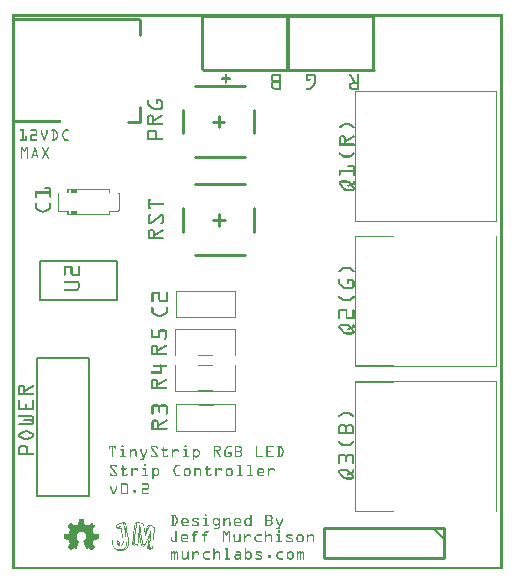
<source format=gto>
G04 MADE WITH FRITZING*
G04 WWW.FRITZING.ORG*
G04 DOUBLE SIDED*
G04 HOLES PLATED*
G04 CONTOUR ON CENTER OF CONTOUR VECTOR*
%ASAXBY*%
%FSLAX23Y23*%
%MOIN*%
%OFA0B0*%
%SFA1.0B1.0*%
%ADD10C,0.010000*%
%ADD11C,0.005000*%
%ADD12C,0.008000*%
%ADD13R,0.001000X0.001000*%
%LNSILK1*%
G90*
G70*
G54D10*
X1437Y136D02*
X1037Y136D01*
D02*
X1037Y136D02*
X1037Y36D01*
D02*
X1037Y36D02*
X1437Y36D01*
D02*
X1437Y36D02*
X1437Y136D01*
G54D11*
D02*
X1402Y136D02*
X1437Y101D01*
G54D10*
D02*
X805Y1532D02*
X805Y1453D01*
D02*
X608Y1610D02*
X775Y1610D01*
D02*
X608Y1374D02*
X775Y1374D01*
D02*
X568Y1532D02*
X568Y1453D01*
D02*
X687Y1512D02*
X687Y1473D01*
D02*
X706Y1492D02*
X667Y1492D01*
D02*
X806Y1204D02*
X806Y1125D01*
D02*
X609Y1283D02*
X776Y1283D01*
D02*
X609Y1047D02*
X776Y1047D01*
D02*
X569Y1204D02*
X569Y1125D01*
D02*
X687Y1184D02*
X687Y1145D01*
D02*
X707Y1165D02*
X668Y1165D01*
G54D12*
D02*
X254Y703D02*
X82Y703D01*
D02*
X82Y703D02*
X82Y245D01*
D02*
X82Y245D02*
X254Y245D01*
D02*
X254Y245D02*
X254Y703D01*
D02*
X92Y899D02*
X92Y1029D01*
D02*
X92Y1029D02*
X350Y1029D01*
D02*
X350Y1029D02*
X350Y899D01*
D02*
X350Y899D02*
X92Y899D01*
G54D10*
D02*
X426Y1831D02*
X426Y1781D01*
D02*
X386Y1491D02*
X426Y1491D01*
D02*
X426Y1491D02*
X426Y1541D01*
D02*
X919Y1665D02*
X1205Y1665D01*
G54D11*
D02*
X1205Y1841D02*
X919Y1841D01*
G54D10*
D02*
X635Y1664D02*
X921Y1664D01*
G54D11*
D02*
X921Y1840D02*
X635Y1840D01*
G36*
X222Y166D02*
X222Y166D01*
X222Y166D01*
X222Y165D01*
X222Y165D01*
X222Y164D01*
X221Y164D01*
X221Y163D01*
X221Y163D01*
X221Y162D01*
X221Y162D01*
X221Y161D01*
X221Y161D01*
X221Y160D01*
X221Y160D01*
X221Y159D01*
X220Y159D01*
X220Y158D01*
X220Y158D01*
X220Y157D01*
X220Y157D01*
X220Y156D01*
X220Y156D01*
X220Y155D01*
X220Y155D01*
X220Y154D01*
X219Y154D01*
X219Y153D01*
X219Y153D01*
X219Y152D01*
X219Y152D01*
X219Y151D01*
X219Y151D01*
X219Y150D01*
X219Y150D01*
X219Y150D01*
X218Y150D01*
X218Y150D01*
X218Y150D01*
X218Y150D01*
X218Y150D01*
X218Y150D01*
X217Y150D01*
X217Y149D01*
X217Y149D01*
X217Y149D01*
X216Y149D01*
X216Y149D01*
X216Y149D01*
X216Y149D01*
X215Y149D01*
X215Y149D01*
X215Y149D01*
X215Y148D01*
X214Y148D01*
X214Y148D01*
X214Y148D01*
X214Y148D01*
X213Y148D01*
X213Y148D01*
X213Y148D01*
X213Y148D01*
X212Y148D01*
X212Y147D01*
X212Y147D01*
X212Y147D01*
X211Y147D01*
X211Y147D01*
X211Y147D01*
X211Y147D01*
X210Y147D01*
X210Y147D01*
X210Y147D01*
X210Y146D01*
X209Y146D01*
X209Y146D01*
X209Y146D01*
X209Y146D01*
X208Y146D01*
X208Y146D01*
X251Y146D01*
X251Y146D01*
X250Y146D01*
X250Y146D01*
X250Y146D01*
X250Y146D01*
X249Y146D01*
X249Y147D01*
X249Y147D01*
X249Y147D01*
X248Y147D01*
X248Y147D01*
X248Y147D01*
X248Y147D01*
X247Y147D01*
X247Y147D01*
X247Y147D01*
X247Y148D01*
X246Y148D01*
X246Y148D01*
X246Y148D01*
X246Y148D01*
X246Y148D01*
X246Y148D01*
X245Y148D01*
X245Y148D01*
X245Y148D01*
X245Y149D01*
X244Y149D01*
X244Y149D01*
X244Y149D01*
X244Y149D01*
X243Y149D01*
X243Y149D01*
X243Y149D01*
X243Y149D01*
X242Y149D01*
X242Y150D01*
X242Y150D01*
X242Y150D01*
X241Y150D01*
X241Y150D01*
X241Y150D01*
X241Y150D01*
X241Y150D01*
X241Y150D01*
X240Y150D01*
X240Y151D01*
X240Y151D01*
X240Y152D01*
X240Y152D01*
X240Y153D01*
X240Y153D01*
X240Y154D01*
X240Y154D01*
X240Y155D01*
X239Y155D01*
X239Y156D01*
X239Y156D01*
X239Y157D01*
X239Y157D01*
X239Y158D01*
X239Y158D01*
X239Y159D01*
X239Y159D01*
X239Y160D01*
X238Y160D01*
X238Y162D01*
X238Y162D01*
X238Y162D01*
X238Y162D01*
X238Y164D01*
X238Y164D01*
X238Y165D01*
X238Y165D01*
X238Y166D01*
X238Y166D01*
X238Y166D01*
X237Y166D01*
X237Y166D01*
X222Y166D01*
G37*
D02*
G36*
X194Y154D02*
X194Y154D01*
X194Y154D01*
X194Y154D01*
X194Y154D01*
X194Y154D01*
X193Y154D01*
X193Y154D01*
X193Y154D01*
X193Y154D01*
X193Y154D01*
X193Y153D01*
X193Y153D01*
X193Y153D01*
X193Y153D01*
X193Y153D01*
X192Y153D01*
X192Y153D01*
X192Y153D01*
X192Y153D01*
X192Y153D01*
X192Y152D01*
X192Y152D01*
X192Y152D01*
X192Y152D01*
X192Y152D01*
X191Y152D01*
X191Y152D01*
X191Y152D01*
X191Y152D01*
X191Y152D01*
X191Y151D01*
X191Y151D01*
X191Y151D01*
X191Y151D01*
X191Y151D01*
X191Y151D01*
X191Y151D01*
X190Y151D01*
X190Y151D01*
X190Y151D01*
X190Y150D01*
X190Y150D01*
X190Y150D01*
X190Y150D01*
X190Y150D01*
X190Y150D01*
X190Y150D01*
X189Y150D01*
X189Y150D01*
X189Y150D01*
X189Y149D01*
X189Y149D01*
X189Y149D01*
X189Y149D01*
X189Y149D01*
X189Y149D01*
X189Y149D01*
X188Y149D01*
X188Y149D01*
X188Y149D01*
X188Y148D01*
X188Y148D01*
X188Y148D01*
X188Y148D01*
X188Y148D01*
X188Y148D01*
X188Y148D01*
X187Y148D01*
X187Y148D01*
X187Y148D01*
X187Y147D01*
X187Y147D01*
X187Y147D01*
X187Y147D01*
X187Y147D01*
X187Y147D01*
X187Y147D01*
X186Y147D01*
X186Y147D01*
X186Y147D01*
X186Y146D01*
X186Y146D01*
X186Y146D01*
X186Y146D01*
X186Y146D01*
X186Y146D01*
X186Y146D01*
X207Y146D01*
X207Y146D01*
X207Y146D01*
X207Y146D01*
X207Y146D01*
X207Y146D01*
X206Y146D01*
X206Y147D01*
X206Y147D01*
X206Y147D01*
X206Y147D01*
X206Y147D01*
X206Y147D01*
X206Y147D01*
X205Y147D01*
X205Y147D01*
X205Y147D01*
X205Y148D01*
X205Y148D01*
X205Y148D01*
X204Y148D01*
X204Y148D01*
X204Y148D01*
X204Y148D01*
X204Y148D01*
X204Y148D01*
X204Y148D01*
X204Y149D01*
X203Y149D01*
X203Y149D01*
X203Y149D01*
X203Y149D01*
X203Y149D01*
X203Y149D01*
X202Y149D01*
X202Y149D01*
X202Y149D01*
X202Y150D01*
X202Y150D01*
X202Y150D01*
X201Y150D01*
X201Y150D01*
X201Y150D01*
X201Y150D01*
X201Y150D01*
X201Y150D01*
X201Y150D01*
X201Y151D01*
X200Y151D01*
X200Y151D01*
X200Y151D01*
X200Y151D01*
X200Y151D01*
X200Y151D01*
X199Y151D01*
X199Y151D01*
X199Y151D01*
X199Y152D01*
X199Y152D01*
X199Y152D01*
X199Y152D01*
X199Y152D01*
X198Y152D01*
X198Y152D01*
X198Y152D01*
X198Y152D01*
X198Y152D01*
X198Y153D01*
X198Y153D01*
X198Y153D01*
X197Y153D01*
X197Y153D01*
X197Y153D01*
X197Y153D01*
X197Y153D01*
X197Y153D01*
X196Y153D01*
X196Y154D01*
X196Y154D01*
X196Y154D01*
X196Y154D01*
X196Y154D01*
X196Y154D01*
X196Y154D01*
X195Y154D01*
X195Y154D01*
X195Y154D01*
X195Y154D01*
X194Y154D01*
G37*
D02*
G36*
X264Y154D02*
X264Y154D01*
X264Y154D01*
X264Y154D01*
X264Y154D01*
X264Y154D01*
X263Y154D01*
X263Y154D01*
X263Y154D01*
X263Y154D01*
X263Y154D01*
X263Y153D01*
X263Y153D01*
X263Y153D01*
X262Y153D01*
X262Y153D01*
X262Y153D01*
X262Y153D01*
X262Y153D01*
X262Y153D01*
X261Y153D01*
X261Y152D01*
X261Y152D01*
X261Y152D01*
X261Y152D01*
X261Y152D01*
X261Y152D01*
X261Y152D01*
X260Y152D01*
X260Y152D01*
X260Y152D01*
X260Y151D01*
X260Y151D01*
X260Y151D01*
X260Y151D01*
X260Y151D01*
X259Y151D01*
X259Y151D01*
X259Y151D01*
X259Y151D01*
X259Y151D01*
X259Y150D01*
X258Y150D01*
X258Y150D01*
X258Y150D01*
X258Y150D01*
X258Y150D01*
X258Y150D01*
X257Y150D01*
X257Y150D01*
X257Y150D01*
X257Y149D01*
X257Y149D01*
X257Y149D01*
X257Y149D01*
X257Y149D01*
X256Y149D01*
X256Y149D01*
X256Y149D01*
X256Y149D01*
X256Y149D01*
X256Y148D01*
X255Y148D01*
X255Y148D01*
X255Y148D01*
X255Y148D01*
X255Y148D01*
X255Y148D01*
X255Y148D01*
X255Y148D01*
X254Y148D01*
X254Y147D01*
X254Y147D01*
X254Y147D01*
X254Y147D01*
X254Y147D01*
X253Y147D01*
X253Y147D01*
X253Y147D01*
X253Y147D01*
X253Y147D01*
X253Y146D01*
X253Y146D01*
X253Y146D01*
X252Y146D01*
X252Y146D01*
X252Y146D01*
X252Y146D01*
X274Y146D01*
X274Y146D01*
X273Y146D01*
X273Y146D01*
X273Y146D01*
X273Y146D01*
X273Y146D01*
X273Y147D01*
X273Y147D01*
X273Y147D01*
X273Y147D01*
X273Y147D01*
X272Y147D01*
X272Y147D01*
X272Y147D01*
X272Y147D01*
X272Y147D01*
X272Y148D01*
X272Y148D01*
X272Y148D01*
X272Y148D01*
X272Y148D01*
X271Y148D01*
X271Y148D01*
X271Y148D01*
X271Y148D01*
X271Y148D01*
X271Y149D01*
X271Y149D01*
X271Y149D01*
X271Y149D01*
X271Y149D01*
X270Y149D01*
X270Y149D01*
X270Y149D01*
X270Y149D01*
X270Y149D01*
X270Y150D01*
X270Y150D01*
X270Y150D01*
X270Y150D01*
X270Y150D01*
X269Y150D01*
X269Y150D01*
X269Y150D01*
X269Y150D01*
X269Y150D01*
X269Y151D01*
X269Y151D01*
X269Y151D01*
X269Y151D01*
X269Y151D01*
X269Y151D01*
X269Y151D01*
X268Y151D01*
X268Y151D01*
X268Y151D01*
X268Y152D01*
X268Y152D01*
X268Y152D01*
X268Y152D01*
X268Y152D01*
X268Y152D01*
X268Y152D01*
X267Y152D01*
X267Y152D01*
X267Y152D01*
X267Y153D01*
X267Y153D01*
X267Y153D01*
X267Y153D01*
X267Y153D01*
X267Y153D01*
X267Y153D01*
X266Y153D01*
X266Y153D01*
X266Y153D01*
X266Y154D01*
X266Y154D01*
X266Y154D01*
X266Y154D01*
X266Y154D01*
X266Y154D01*
X266Y154D01*
X265Y154D01*
X265Y154D01*
X265Y154D01*
X265Y154D01*
X264Y154D01*
G37*
D02*
G36*
X185Y146D02*
X185Y146D01*
X274Y146D01*
X274Y146D01*
X185Y146D01*
G37*
D02*
G36*
X185Y146D02*
X185Y146D01*
X274Y146D01*
X274Y146D01*
X185Y146D01*
G37*
D02*
G36*
X185Y146D02*
X185Y146D01*
X274Y146D01*
X274Y146D01*
X185Y146D01*
G37*
D02*
G36*
X185Y146D02*
X185Y146D01*
X185Y146D01*
X185Y145D01*
X185Y145D01*
X185Y145D01*
X185Y145D01*
X185Y145D01*
X184Y145D01*
X184Y145D01*
X184Y145D01*
X184Y145D01*
X184Y145D01*
X184Y144D01*
X184Y144D01*
X184Y144D01*
X184Y144D01*
X184Y144D01*
X183Y144D01*
X183Y143D01*
X184Y143D01*
X184Y143D01*
X184Y143D01*
X184Y143D01*
X184Y143D01*
X184Y142D01*
X184Y142D01*
X184Y142D01*
X184Y142D01*
X184Y142D01*
X185Y142D01*
X185Y141D01*
X185Y141D01*
X185Y141D01*
X185Y141D01*
X185Y141D01*
X185Y141D01*
X185Y141D01*
X185Y141D01*
X185Y140D01*
X186Y140D01*
X186Y140D01*
X186Y140D01*
X186Y140D01*
X186Y140D01*
X186Y139D01*
X186Y139D01*
X186Y139D01*
X186Y139D01*
X186Y139D01*
X187Y139D01*
X187Y138D01*
X187Y138D01*
X187Y138D01*
X187Y138D01*
X187Y138D01*
X187Y138D01*
X187Y138D01*
X187Y138D01*
X187Y137D01*
X188Y137D01*
X188Y137D01*
X188Y137D01*
X188Y137D01*
X188Y137D01*
X188Y137D01*
X188Y137D01*
X188Y136D01*
X188Y136D01*
X188Y136D01*
X189Y136D01*
X189Y136D01*
X189Y136D01*
X189Y135D01*
X189Y135D01*
X189Y135D01*
X189Y135D01*
X189Y135D01*
X189Y135D01*
X189Y135D01*
X190Y135D01*
X190Y134D01*
X190Y134D01*
X190Y134D01*
X190Y134D01*
X190Y134D01*
X190Y134D01*
X190Y133D01*
X190Y133D01*
X190Y133D01*
X191Y133D01*
X191Y133D01*
X191Y133D01*
X191Y133D01*
X191Y133D01*
X191Y132D01*
X191Y132D01*
X191Y132D01*
X191Y132D01*
X191Y132D01*
X191Y132D01*
X191Y131D01*
X192Y131D01*
X192Y131D01*
X192Y131D01*
X192Y131D01*
X192Y131D01*
X192Y130D01*
X192Y130D01*
X192Y130D01*
X192Y130D01*
X192Y129D01*
X191Y129D01*
X191Y129D01*
X191Y129D01*
X191Y128D01*
X191Y128D01*
X191Y128D01*
X191Y128D01*
X191Y127D01*
X191Y127D01*
X191Y127D01*
X191Y127D01*
X191Y126D01*
X190Y126D01*
X190Y126D01*
X190Y126D01*
X190Y125D01*
X190Y125D01*
X190Y125D01*
X190Y125D01*
X190Y124D01*
X232Y124D01*
X232Y124D01*
X233Y124D01*
X233Y124D01*
X234Y124D01*
X234Y124D01*
X234Y124D01*
X234Y124D01*
X235Y124D01*
X235Y123D01*
X235Y123D01*
X235Y123D01*
X236Y123D01*
X236Y123D01*
X236Y123D01*
X236Y123D01*
X237Y123D01*
X237Y123D01*
X237Y123D01*
X237Y123D01*
X238Y123D01*
X238Y122D01*
X238Y122D01*
X238Y122D01*
X238Y122D01*
X238Y122D01*
X238Y122D01*
X238Y122D01*
X239Y122D01*
X239Y122D01*
X239Y122D01*
X239Y121D01*
X239Y121D01*
X239Y121D01*
X240Y121D01*
X240Y121D01*
X240Y121D01*
X240Y121D01*
X240Y121D01*
X240Y121D01*
X240Y121D01*
X240Y120D01*
X240Y120D01*
X240Y120D01*
X241Y120D01*
X241Y120D01*
X241Y120D01*
X241Y120D01*
X241Y120D01*
X241Y119D01*
X241Y119D01*
X241Y119D01*
X242Y119D01*
X242Y119D01*
X242Y119D01*
X242Y119D01*
X242Y119D01*
X242Y119D01*
X242Y119D01*
X242Y118D01*
X242Y118D01*
X242Y118D01*
X243Y118D01*
X243Y118D01*
X243Y118D01*
X243Y118D01*
X243Y118D01*
X243Y117D01*
X243Y117D01*
X243Y117D01*
X243Y117D01*
X243Y117D01*
X244Y117D01*
X244Y116D01*
X244Y116D01*
X244Y116D01*
X244Y116D01*
X244Y116D01*
X244Y116D01*
X244Y115D01*
X244Y115D01*
X244Y115D01*
X245Y115D01*
X245Y114D01*
X245Y114D01*
X245Y114D01*
X245Y114D01*
X245Y113D01*
X245Y113D01*
X245Y113D01*
X245Y113D01*
X245Y112D01*
X246Y112D01*
X246Y111D01*
X246Y111D01*
X246Y109D01*
X246Y109D01*
X246Y108D01*
X246Y108D01*
X246Y106D01*
X246Y106D01*
X246Y105D01*
X245Y105D01*
X245Y104D01*
X245Y104D01*
X245Y103D01*
X245Y103D01*
X245Y103D01*
X245Y103D01*
X245Y102D01*
X245Y102D01*
X245Y102D01*
X244Y102D01*
X244Y101D01*
X244Y101D01*
X244Y101D01*
X244Y101D01*
X244Y101D01*
X244Y101D01*
X244Y100D01*
X244Y100D01*
X244Y100D01*
X243Y100D01*
X243Y100D01*
X243Y100D01*
X243Y99D01*
X243Y99D01*
X243Y99D01*
X243Y99D01*
X243Y99D01*
X243Y99D01*
X243Y99D01*
X242Y99D01*
X242Y98D01*
X242Y98D01*
X242Y98D01*
X242Y98D01*
X242Y98D01*
X242Y98D01*
X242Y98D01*
X242Y98D01*
X242Y97D01*
X241Y97D01*
X241Y97D01*
X241Y97D01*
X241Y97D01*
X241Y97D01*
X241Y97D01*
X241Y97D01*
X241Y97D01*
X241Y97D01*
X241Y96D01*
X240Y96D01*
X240Y96D01*
X240Y96D01*
X240Y96D01*
X240Y96D01*
X240Y96D01*
X240Y96D01*
X240Y96D01*
X239Y96D01*
X239Y95D01*
X239Y95D01*
X239Y95D01*
X239Y95D01*
X239Y95D01*
X239Y95D01*
X239Y95D01*
X238Y95D01*
X238Y95D01*
X238Y95D01*
X238Y94D01*
X238Y94D01*
X238Y94D01*
X238Y94D01*
X238Y94D01*
X237Y94D01*
X237Y94D01*
X237Y94D01*
X237Y94D01*
X237Y94D01*
X237Y93D01*
X236Y93D01*
X236Y93D01*
X236Y93D01*
X236Y93D01*
X236Y93D01*
X236Y92D01*
X236Y92D01*
X236Y92D01*
X236Y92D01*
X236Y91D01*
X237Y91D01*
X237Y91D01*
X237Y91D01*
X237Y91D01*
X237Y91D01*
X237Y90D01*
X237Y90D01*
X237Y90D01*
X237Y90D01*
X237Y89D01*
X238Y89D01*
X238Y89D01*
X238Y89D01*
X238Y88D01*
X238Y88D01*
X238Y88D01*
X238Y88D01*
X238Y87D01*
X238Y87D01*
X238Y87D01*
X238Y87D01*
X238Y86D01*
X239Y86D01*
X239Y86D01*
X239Y86D01*
X239Y85D01*
X239Y85D01*
X239Y85D01*
X239Y85D01*
X239Y84D01*
X239Y84D01*
X239Y84D01*
X240Y84D01*
X240Y84D01*
X240Y84D01*
X240Y83D01*
X240Y83D01*
X240Y83D01*
X240Y83D01*
X240Y82D01*
X240Y82D01*
X240Y82D01*
X241Y82D01*
X241Y81D01*
X241Y81D01*
X241Y81D01*
X241Y81D01*
X241Y80D01*
X241Y80D01*
X241Y80D01*
X241Y80D01*
X241Y79D01*
X242Y79D01*
X242Y79D01*
X242Y79D01*
X242Y78D01*
X242Y78D01*
X242Y78D01*
X242Y78D01*
X242Y77D01*
X242Y77D01*
X242Y77D01*
X243Y77D01*
X243Y76D01*
X243Y76D01*
X243Y76D01*
X243Y76D01*
X243Y76D01*
X243Y76D01*
X243Y75D01*
X243Y75D01*
X243Y75D01*
X244Y75D01*
X244Y74D01*
X244Y74D01*
X244Y74D01*
X244Y74D01*
X244Y73D01*
X244Y73D01*
X244Y73D01*
X244Y73D01*
X244Y72D01*
X245Y72D01*
X245Y72D01*
X245Y72D01*
X245Y71D01*
X245Y71D01*
X245Y71D01*
X245Y71D01*
X245Y70D01*
X253Y70D01*
X253Y70D01*
X253Y70D01*
X253Y70D01*
X253Y70D01*
X253Y70D01*
X254Y70D01*
X254Y69D01*
X254Y69D01*
X254Y69D01*
X254Y69D01*
X254Y69D01*
X255Y69D01*
X255Y69D01*
X255Y69D01*
X255Y69D01*
X255Y69D01*
X255Y68D01*
X255Y68D01*
X255Y68D01*
X256Y68D01*
X256Y68D01*
X256Y68D01*
X256Y68D01*
X256Y68D01*
X256Y68D01*
X257Y68D01*
X257Y68D01*
X257Y68D01*
X257Y67D01*
X257Y67D01*
X257Y67D01*
X258Y67D01*
X258Y67D01*
X258Y67D01*
X258Y67D01*
X258Y67D01*
X258Y67D01*
X258Y67D01*
X258Y66D01*
X259Y66D01*
X259Y66D01*
X259Y66D01*
X259Y66D01*
X259Y66D01*
X259Y66D01*
X260Y66D01*
X260Y66D01*
X260Y66D01*
X260Y65D01*
X260Y65D01*
X260Y65D01*
X260Y65D01*
X260Y65D01*
X261Y65D01*
X261Y65D01*
X261Y65D01*
X261Y65D01*
X261Y65D01*
X261Y64D01*
X261Y64D01*
X261Y64D01*
X262Y64D01*
X262Y64D01*
X262Y64D01*
X262Y64D01*
X262Y64D01*
X262Y64D01*
X263Y64D01*
X263Y63D01*
X263Y63D01*
X263Y63D01*
X263Y63D01*
X263Y63D01*
X263Y63D01*
X263Y63D01*
X264Y63D01*
X264Y63D01*
X264Y63D01*
X264Y62D01*
X264Y62D01*
X264Y62D01*
X265Y62D01*
X265Y62D01*
X265Y62D01*
X265Y63D01*
X266Y63D01*
X266Y63D01*
X266Y63D01*
X266Y63D01*
X266Y63D01*
X266Y63D01*
X266Y63D01*
X266Y63D01*
X266Y63D01*
X266Y64D01*
X267Y64D01*
X267Y64D01*
X267Y64D01*
X267Y64D01*
X267Y64D01*
X267Y64D01*
X267Y64D01*
X267Y64D01*
X267Y64D01*
X267Y65D01*
X268Y65D01*
X268Y65D01*
X268Y65D01*
X268Y65D01*
X268Y65D01*
X268Y65D01*
X268Y65D01*
X268Y65D01*
X268Y65D01*
X268Y66D01*
X269Y66D01*
X269Y66D01*
X269Y66D01*
X269Y66D01*
X269Y66D01*
X269Y66D01*
X269Y66D01*
X269Y66D01*
X269Y66D01*
X269Y67D01*
X269Y67D01*
X269Y67D01*
X270Y67D01*
X270Y67D01*
X270Y67D01*
X270Y67D01*
X270Y67D01*
X270Y67D01*
X270Y67D01*
X270Y68D01*
X270Y68D01*
X270Y68D01*
X271Y68D01*
X271Y68D01*
X271Y68D01*
X271Y68D01*
X271Y68D01*
X271Y68D01*
X271Y68D01*
X271Y68D01*
X271Y68D01*
X271Y69D01*
X272Y69D01*
X272Y69D01*
X272Y69D01*
X272Y69D01*
X272Y69D01*
X272Y69D01*
X272Y69D01*
X272Y69D01*
X272Y69D01*
X272Y70D01*
X273Y70D01*
X273Y70D01*
X273Y70D01*
X273Y70D01*
X273Y70D01*
X273Y70D01*
X273Y70D01*
X273Y70D01*
X273Y70D01*
X273Y71D01*
X274Y71D01*
X274Y71D01*
X274Y71D01*
X274Y71D01*
X274Y71D01*
X274Y71D01*
X274Y71D01*
X274Y71D01*
X274Y71D01*
X274Y72D01*
X275Y72D01*
X275Y72D01*
X275Y72D01*
X275Y72D01*
X275Y72D01*
X275Y72D01*
X275Y72D01*
X275Y72D01*
X275Y72D01*
X275Y73D01*
X276Y73D01*
X276Y73D01*
X276Y73D01*
X276Y74D01*
X276Y74D01*
X276Y74D01*
X275Y74D01*
X275Y74D01*
X275Y74D01*
X275Y75D01*
X275Y75D01*
X275Y75D01*
X275Y75D01*
X275Y75D01*
X275Y75D01*
X275Y76D01*
X274Y76D01*
X274Y76D01*
X274Y76D01*
X274Y76D01*
X274Y76D01*
X274Y76D01*
X274Y76D01*
X274Y77D01*
X274Y77D01*
X274Y77D01*
X273Y77D01*
X273Y77D01*
X273Y77D01*
X273Y77D01*
X273Y77D01*
X273Y78D01*
X273Y78D01*
X273Y78D01*
X273Y78D01*
X273Y78D01*
X272Y78D01*
X272Y79D01*
X272Y79D01*
X272Y79D01*
X272Y79D01*
X272Y79D01*
X272Y79D01*
X272Y79D01*
X272Y79D01*
X272Y80D01*
X271Y80D01*
X271Y80D01*
X271Y80D01*
X271Y80D01*
X271Y80D01*
X271Y81D01*
X271Y81D01*
X271Y81D01*
X271Y81D01*
X271Y81D01*
X270Y81D01*
X270Y81D01*
X270Y81D01*
X270Y82D01*
X270Y82D01*
X270Y82D01*
X270Y82D01*
X270Y82D01*
X270Y82D01*
X270Y83D01*
X269Y83D01*
X269Y83D01*
X269Y83D01*
X269Y83D01*
X269Y83D01*
X269Y84D01*
X269Y84D01*
X269Y84D01*
X269Y84D01*
X269Y84D01*
X269Y84D01*
X269Y84D01*
X268Y84D01*
X268Y84D01*
X268Y84D01*
X268Y85D01*
X268Y85D01*
X268Y85D01*
X268Y85D01*
X268Y86D01*
X268Y86D01*
X268Y86D01*
X268Y86D01*
X268Y87D01*
X268Y87D01*
X268Y87D01*
X268Y87D01*
X268Y88D01*
X268Y88D01*
X268Y88D01*
X269Y88D01*
X269Y89D01*
X269Y89D01*
X269Y89D01*
X269Y89D01*
X269Y90D01*
X269Y90D01*
X269Y90D01*
X269Y90D01*
X269Y91D01*
X269Y91D01*
X269Y91D01*
X270Y91D01*
X270Y91D01*
X270Y91D01*
X270Y92D01*
X270Y92D01*
X270Y92D01*
X270Y92D01*
X270Y93D01*
X270Y93D01*
X270Y93D01*
X271Y93D01*
X271Y94D01*
X271Y94D01*
X271Y94D01*
X271Y94D01*
X271Y95D01*
X271Y95D01*
X271Y95D01*
X271Y95D01*
X271Y96D01*
X272Y96D01*
X272Y96D01*
X272Y96D01*
X272Y97D01*
X272Y97D01*
X272Y97D01*
X272Y97D01*
X272Y98D01*
X273Y98D01*
X273Y98D01*
X273Y98D01*
X273Y98D01*
X274Y98D01*
X274Y98D01*
X275Y98D01*
X275Y98D01*
X276Y98D01*
X276Y99D01*
X277Y99D01*
X277Y99D01*
X278Y99D01*
X278Y99D01*
X279Y99D01*
X279Y99D01*
X280Y99D01*
X280Y99D01*
X281Y99D01*
X281Y99D01*
X283Y99D01*
X283Y100D01*
X284Y100D01*
X284Y100D01*
X284Y100D01*
X284Y100D01*
X286Y100D01*
X286Y100D01*
X287Y100D01*
X287Y100D01*
X287Y100D01*
X287Y101D01*
X287Y101D01*
X287Y116D01*
X287Y116D01*
X287Y116D01*
X287Y116D01*
X287Y116D01*
X286Y116D01*
X286Y117D01*
X285Y117D01*
X285Y117D01*
X284Y117D01*
X284Y117D01*
X283Y117D01*
X283Y117D01*
X282Y117D01*
X282Y117D01*
X281Y117D01*
X281Y118D01*
X280Y118D01*
X280Y118D01*
X278Y118D01*
X278Y118D01*
X277Y118D01*
X277Y118D01*
X277Y118D01*
X277Y118D01*
X275Y118D01*
X275Y119D01*
X274Y119D01*
X274Y119D01*
X273Y119D01*
X273Y119D01*
X272Y119D01*
X272Y119D01*
X272Y119D01*
X272Y119D01*
X272Y119D01*
X272Y120D01*
X272Y120D01*
X272Y120D01*
X271Y120D01*
X271Y121D01*
X271Y121D01*
X271Y121D01*
X271Y121D01*
X271Y122D01*
X271Y122D01*
X271Y122D01*
X271Y122D01*
X271Y122D01*
X270Y122D01*
X270Y123D01*
X270Y123D01*
X270Y123D01*
X270Y123D01*
X270Y124D01*
X270Y124D01*
X270Y124D01*
X270Y124D01*
X270Y125D01*
X269Y125D01*
X269Y125D01*
X269Y125D01*
X269Y126D01*
X269Y126D01*
X269Y126D01*
X269Y126D01*
X269Y126D01*
X269Y126D01*
X269Y127D01*
X269Y127D01*
X269Y127D01*
X268Y127D01*
X268Y128D01*
X268Y128D01*
X268Y128D01*
X268Y128D01*
X268Y129D01*
X268Y129D01*
X268Y129D01*
X268Y129D01*
X268Y130D01*
X267Y130D01*
X267Y130D01*
X267Y130D01*
X267Y131D01*
X267Y131D01*
X267Y131D01*
X268Y131D01*
X268Y131D01*
X268Y131D01*
X268Y132D01*
X268Y132D01*
X268Y132D01*
X268Y132D01*
X268Y132D01*
X268Y132D01*
X268Y132D01*
X269Y132D01*
X269Y133D01*
X269Y133D01*
X269Y133D01*
X269Y133D01*
X269Y133D01*
X269Y133D01*
X269Y134D01*
X269Y134D01*
X269Y134D01*
X269Y134D01*
X269Y134D01*
X270Y134D01*
X270Y135D01*
X270Y135D01*
X270Y135D01*
X270Y135D01*
X270Y135D01*
X270Y135D01*
X270Y135D01*
X270Y135D01*
X270Y136D01*
X271Y136D01*
X271Y136D01*
X271Y136D01*
X271Y136D01*
X271Y136D01*
X271Y137D01*
X271Y137D01*
X271Y137D01*
X271Y137D01*
X271Y137D01*
X272Y137D01*
X272Y137D01*
X272Y137D01*
X272Y138D01*
X272Y138D01*
X272Y138D01*
X272Y138D01*
X272Y138D01*
X272Y138D01*
X272Y138D01*
X273Y138D01*
X273Y139D01*
X273Y139D01*
X273Y139D01*
X273Y139D01*
X273Y139D01*
X273Y139D01*
X273Y140D01*
X273Y140D01*
X273Y140D01*
X274Y140D01*
X274Y140D01*
X274Y140D01*
X274Y140D01*
X274Y140D01*
X274Y141D01*
X274Y141D01*
X274Y141D01*
X274Y141D01*
X274Y141D01*
X275Y141D01*
X275Y142D01*
X275Y142D01*
X275Y142D01*
X275Y142D01*
X275Y142D01*
X275Y142D01*
X275Y142D01*
X275Y142D01*
X275Y143D01*
X276Y143D01*
X276Y143D01*
X276Y143D01*
X276Y144D01*
X276Y144D01*
X276Y144D01*
X275Y144D01*
X275Y144D01*
X275Y144D01*
X275Y145D01*
X275Y145D01*
X275Y145D01*
X275Y145D01*
X275Y145D01*
X275Y145D01*
X275Y145D01*
X274Y145D01*
X274Y145D01*
X274Y145D01*
X274Y146D01*
X274Y146D01*
X274Y146D01*
X185Y146D01*
G37*
D02*
G36*
X190Y124D02*
X190Y124D01*
X189Y124D01*
X189Y124D01*
X189Y124D01*
X189Y123D01*
X189Y123D01*
X189Y123D01*
X189Y123D01*
X189Y122D01*
X189Y122D01*
X189Y122D01*
X188Y122D01*
X188Y121D01*
X188Y121D01*
X188Y121D01*
X188Y121D01*
X188Y120D01*
X188Y120D01*
X188Y120D01*
X188Y120D01*
X188Y120D01*
X187Y120D01*
X187Y119D01*
X187Y119D01*
X187Y119D01*
X187Y119D01*
X187Y119D01*
X186Y119D01*
X186Y119D01*
X185Y119D01*
X185Y119D01*
X184Y119D01*
X184Y118D01*
X183Y118D01*
X183Y118D01*
X182Y118D01*
X182Y118D01*
X181Y118D01*
X181Y118D01*
X180Y118D01*
X180Y118D01*
X179Y118D01*
X179Y117D01*
X178Y117D01*
X178Y117D01*
X176Y117D01*
X176Y117D01*
X175Y117D01*
X175Y117D01*
X175Y117D01*
X175Y117D01*
X173Y117D01*
X173Y116D01*
X172Y116D01*
X172Y116D01*
X172Y116D01*
X172Y116D01*
X172Y116D01*
X172Y101D01*
X172Y101D01*
X172Y100D01*
X173Y100D01*
X173Y100D01*
X174Y100D01*
X174Y100D01*
X175Y100D01*
X175Y100D01*
X176Y100D01*
X176Y100D01*
X177Y100D01*
X177Y99D01*
X178Y99D01*
X178Y99D01*
X179Y99D01*
X179Y99D01*
X180Y99D01*
X180Y99D01*
X181Y99D01*
X181Y99D01*
X182Y99D01*
X182Y99D01*
X183Y99D01*
X183Y98D01*
X184Y98D01*
X184Y98D01*
X185Y98D01*
X185Y98D01*
X186Y98D01*
X186Y98D01*
X187Y98D01*
X187Y98D01*
X187Y98D01*
X187Y97D01*
X187Y97D01*
X187Y97D01*
X187Y97D01*
X187Y96D01*
X188Y96D01*
X188Y96D01*
X188Y96D01*
X188Y95D01*
X188Y95D01*
X188Y95D01*
X188Y95D01*
X188Y94D01*
X188Y94D01*
X188Y94D01*
X189Y94D01*
X189Y93D01*
X189Y93D01*
X189Y93D01*
X189Y93D01*
X189Y92D01*
X189Y92D01*
X189Y92D01*
X189Y92D01*
X189Y91D01*
X190Y91D01*
X190Y91D01*
X190Y91D01*
X190Y91D01*
X190Y91D01*
X190Y90D01*
X190Y90D01*
X190Y90D01*
X190Y90D01*
X190Y89D01*
X191Y89D01*
X191Y89D01*
X191Y89D01*
X191Y88D01*
X191Y88D01*
X191Y88D01*
X191Y88D01*
X191Y87D01*
X191Y87D01*
X191Y87D01*
X191Y87D01*
X191Y86D01*
X192Y86D01*
X192Y85D01*
X191Y85D01*
X191Y85D01*
X191Y85D01*
X191Y85D01*
X191Y85D01*
X191Y84D01*
X191Y84D01*
X191Y84D01*
X191Y84D01*
X191Y84D01*
X191Y84D01*
X191Y84D01*
X190Y84D01*
X190Y83D01*
X190Y83D01*
X190Y83D01*
X190Y83D01*
X190Y83D01*
X190Y83D01*
X190Y83D01*
X190Y83D01*
X190Y82D01*
X189Y82D01*
X189Y82D01*
X189Y82D01*
X189Y82D01*
X189Y82D01*
X189Y81D01*
X189Y81D01*
X189Y81D01*
X189Y81D01*
X189Y81D01*
X188Y81D01*
X188Y81D01*
X188Y81D01*
X188Y80D01*
X188Y80D01*
X188Y80D01*
X188Y80D01*
X188Y80D01*
X188Y80D01*
X188Y79D01*
X187Y79D01*
X187Y79D01*
X187Y79D01*
X187Y79D01*
X187Y79D01*
X187Y78D01*
X187Y78D01*
X187Y78D01*
X187Y78D01*
X187Y78D01*
X186Y78D01*
X186Y78D01*
X186Y78D01*
X186Y77D01*
X186Y77D01*
X186Y77D01*
X186Y77D01*
X186Y77D01*
X186Y77D01*
X186Y76D01*
X185Y76D01*
X185Y76D01*
X185Y76D01*
X185Y76D01*
X185Y76D01*
X185Y76D01*
X185Y76D01*
X185Y75D01*
X185Y75D01*
X185Y75D01*
X184Y75D01*
X184Y75D01*
X184Y75D01*
X184Y75D01*
X184Y75D01*
X184Y74D01*
X184Y74D01*
X184Y74D01*
X184Y74D01*
X184Y74D01*
X183Y74D01*
X183Y73D01*
X184Y73D01*
X184Y73D01*
X184Y73D01*
X184Y73D01*
X184Y73D01*
X184Y72D01*
X184Y72D01*
X184Y72D01*
X184Y72D01*
X184Y72D01*
X185Y72D01*
X185Y72D01*
X185Y72D01*
X185Y72D01*
X185Y72D01*
X185Y71D01*
X185Y71D01*
X185Y71D01*
X185Y71D01*
X185Y71D01*
X186Y71D01*
X186Y71D01*
X186Y71D01*
X186Y71D01*
X186Y71D01*
X186Y70D01*
X186Y70D01*
X186Y70D01*
X207Y70D01*
X207Y70D01*
X208Y70D01*
X208Y70D01*
X208Y70D01*
X208Y70D01*
X208Y70D01*
X208Y69D01*
X209Y69D01*
X209Y69D01*
X209Y69D01*
X209Y69D01*
X209Y69D01*
X209Y69D01*
X210Y69D01*
X210Y69D01*
X210Y69D01*
X210Y68D01*
X211Y68D01*
X211Y68D01*
X211Y68D01*
X211Y68D01*
X211Y68D01*
X211Y68D01*
X212Y68D01*
X212Y68D01*
X212Y68D01*
X212Y68D01*
X213Y68D01*
X213Y68D01*
X213Y68D01*
X213Y68D01*
X213Y68D01*
X213Y69D01*
X214Y69D01*
X214Y69D01*
X214Y69D01*
X214Y70D01*
X214Y70D01*
X214Y70D01*
X214Y70D01*
X214Y71D01*
X214Y71D01*
X214Y71D01*
X214Y71D01*
X214Y72D01*
X215Y72D01*
X215Y72D01*
X215Y72D01*
X215Y72D01*
X215Y72D01*
X215Y73D01*
X215Y73D01*
X215Y73D01*
X215Y73D01*
X215Y74D01*
X216Y74D01*
X216Y74D01*
X216Y74D01*
X216Y75D01*
X216Y75D01*
X216Y75D01*
X216Y75D01*
X216Y76D01*
X216Y76D01*
X216Y76D01*
X217Y76D01*
X217Y77D01*
X217Y77D01*
X217Y77D01*
X217Y77D01*
X217Y78D01*
X217Y78D01*
X217Y78D01*
X217Y78D01*
X217Y79D01*
X218Y79D01*
X218Y79D01*
X218Y79D01*
X218Y80D01*
X218Y80D01*
X218Y80D01*
X218Y80D01*
X218Y81D01*
X218Y81D01*
X218Y81D01*
X219Y81D01*
X219Y81D01*
X219Y81D01*
X219Y82D01*
X219Y82D01*
X219Y82D01*
X219Y82D01*
X219Y83D01*
X219Y83D01*
X219Y83D01*
X220Y83D01*
X220Y84D01*
X220Y84D01*
X220Y84D01*
X220Y84D01*
X220Y85D01*
X220Y85D01*
X220Y85D01*
X220Y85D01*
X220Y86D01*
X221Y86D01*
X221Y86D01*
X221Y86D01*
X221Y87D01*
X221Y87D01*
X221Y87D01*
X221Y87D01*
X221Y88D01*
X221Y88D01*
X221Y88D01*
X222Y88D01*
X222Y89D01*
X222Y89D01*
X222Y89D01*
X222Y89D01*
X222Y89D01*
X222Y89D01*
X222Y90D01*
X222Y90D01*
X222Y90D01*
X222Y90D01*
X222Y91D01*
X223Y91D01*
X223Y91D01*
X223Y91D01*
X223Y92D01*
X223Y92D01*
X223Y92D01*
X223Y92D01*
X223Y93D01*
X223Y93D01*
X223Y93D01*
X223Y93D01*
X223Y93D01*
X223Y93D01*
X223Y94D01*
X222Y94D01*
X222Y94D01*
X222Y94D01*
X222Y94D01*
X222Y94D01*
X222Y94D01*
X221Y94D01*
X221Y94D01*
X221Y94D01*
X221Y95D01*
X221Y95D01*
X221Y95D01*
X221Y95D01*
X221Y95D01*
X220Y95D01*
X220Y95D01*
X220Y95D01*
X220Y95D01*
X220Y95D01*
X220Y96D01*
X220Y96D01*
X220Y96D01*
X219Y96D01*
X219Y96D01*
X219Y96D01*
X219Y96D01*
X219Y96D01*
X219Y96D01*
X219Y96D01*
X219Y97D01*
X218Y97D01*
X218Y97D01*
X218Y97D01*
X218Y97D01*
X218Y97D01*
X218Y97D01*
X218Y97D01*
X218Y97D01*
X218Y97D01*
X218Y98D01*
X217Y98D01*
X217Y98D01*
X217Y98D01*
X217Y98D01*
X217Y98D01*
X217Y98D01*
X217Y98D01*
X217Y99D01*
X217Y99D01*
X217Y99D01*
X216Y99D01*
X216Y99D01*
X216Y99D01*
X216Y99D01*
X216Y99D01*
X216Y100D01*
X216Y100D01*
X216Y100D01*
X216Y100D01*
X216Y100D01*
X215Y100D01*
X215Y101D01*
X215Y101D01*
X215Y101D01*
X215Y101D01*
X215Y101D01*
X215Y101D01*
X215Y102D01*
X215Y102D01*
X215Y102D01*
X214Y102D01*
X214Y103D01*
X214Y103D01*
X214Y103D01*
X214Y103D01*
X214Y104D01*
X214Y104D01*
X214Y105D01*
X214Y105D01*
X214Y106D01*
X214Y106D01*
X214Y111D01*
X214Y111D01*
X214Y112D01*
X214Y112D01*
X214Y112D01*
X214Y112D01*
X214Y113D01*
X214Y113D01*
X214Y114D01*
X214Y114D01*
X214Y114D01*
X215Y114D01*
X215Y115D01*
X215Y115D01*
X215Y115D01*
X215Y115D01*
X215Y115D01*
X215Y115D01*
X215Y116D01*
X215Y116D01*
X215Y116D01*
X216Y116D01*
X216Y117D01*
X216Y117D01*
X216Y117D01*
X216Y117D01*
X216Y117D01*
X216Y117D01*
X216Y117D01*
X216Y117D01*
X216Y118D01*
X217Y118D01*
X217Y118D01*
X217Y118D01*
X217Y118D01*
X217Y118D01*
X217Y119D01*
X217Y119D01*
X217Y119D01*
X217Y119D01*
X217Y119D01*
X218Y119D01*
X218Y119D01*
X218Y119D01*
X218Y119D01*
X218Y119D01*
X218Y120D01*
X218Y120D01*
X218Y120D01*
X218Y120D01*
X218Y120D01*
X219Y120D01*
X219Y120D01*
X219Y120D01*
X219Y120D01*
X219Y120D01*
X219Y121D01*
X219Y121D01*
X219Y121D01*
X219Y121D01*
X219Y121D01*
X220Y121D01*
X220Y121D01*
X220Y121D01*
X220Y121D01*
X220Y121D01*
X220Y122D01*
X221Y122D01*
X221Y122D01*
X221Y122D01*
X221Y122D01*
X221Y122D01*
X221Y122D01*
X221Y122D01*
X221Y122D01*
X222Y122D01*
X222Y123D01*
X222Y123D01*
X222Y123D01*
X222Y123D01*
X222Y123D01*
X223Y123D01*
X223Y123D01*
X223Y123D01*
X223Y123D01*
X224Y123D01*
X224Y123D01*
X224Y123D01*
X224Y124D01*
X225Y124D01*
X225Y124D01*
X226Y124D01*
X226Y124D01*
X226Y124D01*
X226Y124D01*
X228Y124D01*
X228Y124D01*
X190Y124D01*
G37*
D02*
G36*
X186Y70D02*
X186Y70D01*
X187Y70D01*
X187Y70D01*
X187Y70D01*
X187Y70D01*
X187Y70D01*
X187Y69D01*
X187Y69D01*
X187Y69D01*
X187Y69D01*
X187Y69D01*
X188Y69D01*
X188Y69D01*
X188Y69D01*
X188Y69D01*
X188Y69D01*
X188Y68D01*
X188Y68D01*
X188Y68D01*
X188Y68D01*
X188Y68D01*
X189Y68D01*
X189Y68D01*
X189Y68D01*
X189Y68D01*
X189Y68D01*
X189Y68D01*
X189Y68D01*
X189Y67D01*
X189Y67D01*
X189Y67D01*
X190Y67D01*
X190Y67D01*
X190Y67D01*
X190Y67D01*
X190Y67D01*
X190Y67D01*
X190Y67D01*
X190Y66D01*
X190Y66D01*
X190Y66D01*
X191Y66D01*
X191Y66D01*
X191Y66D01*
X191Y66D01*
X191Y66D01*
X191Y66D01*
X191Y66D01*
X191Y65D01*
X191Y65D01*
X191Y65D01*
X191Y65D01*
X191Y65D01*
X192Y65D01*
X192Y65D01*
X192Y65D01*
X192Y65D01*
X192Y65D01*
X192Y64D01*
X192Y64D01*
X192Y64D01*
X192Y64D01*
X192Y64D01*
X193Y64D01*
X193Y64D01*
X193Y64D01*
X193Y64D01*
X193Y64D01*
X193Y63D01*
X193Y63D01*
X193Y63D01*
X193Y63D01*
X193Y63D01*
X194Y63D01*
X194Y63D01*
X194Y63D01*
X194Y63D01*
X194Y63D01*
X194Y62D01*
X194Y62D01*
X194Y62D01*
X195Y62D01*
X195Y62D01*
X195Y62D01*
X195Y63D01*
X196Y63D01*
X196Y63D01*
X196Y63D01*
X196Y63D01*
X196Y63D01*
X196Y63D01*
X196Y63D01*
X196Y63D01*
X197Y63D01*
X197Y64D01*
X197Y64D01*
X197Y64D01*
X197Y64D01*
X197Y64D01*
X198Y64D01*
X198Y64D01*
X198Y64D01*
X198Y64D01*
X198Y64D01*
X198Y65D01*
X198Y65D01*
X198Y65D01*
X199Y65D01*
X199Y65D01*
X199Y65D01*
X199Y65D01*
X199Y65D01*
X199Y65D01*
X199Y65D01*
X199Y66D01*
X200Y66D01*
X200Y66D01*
X200Y66D01*
X200Y66D01*
X200Y66D01*
X200Y66D01*
X201Y66D01*
X201Y66D01*
X201Y66D01*
X201Y67D01*
X201Y67D01*
X201Y67D01*
X201Y67D01*
X201Y67D01*
X202Y67D01*
X202Y67D01*
X202Y67D01*
X202Y67D01*
X202Y67D01*
X202Y68D01*
X203Y68D01*
X203Y68D01*
X203Y68D01*
X203Y68D01*
X203Y68D01*
X203Y68D01*
X203Y68D01*
X203Y68D01*
X204Y68D01*
X204Y68D01*
X204Y68D01*
X204Y69D01*
X204Y69D01*
X204Y69D01*
X205Y69D01*
X205Y69D01*
X205Y69D01*
X205Y69D01*
X205Y69D01*
X205Y69D01*
X206Y69D01*
X206Y70D01*
X206Y70D01*
X206Y70D01*
X206Y70D01*
X206Y70D01*
X206Y70D01*
X206Y70D01*
X186Y70D01*
G37*
D02*
G36*
X245Y70D02*
X245Y70D01*
X246Y70D01*
X246Y69D01*
X246Y69D01*
X246Y69D01*
X246Y69D01*
X246Y68D01*
X246Y68D01*
X246Y68D01*
X246Y68D01*
X246Y68D01*
X247Y68D01*
X247Y68D01*
X248Y68D01*
X248Y68D01*
X248Y68D01*
X248Y68D01*
X248Y68D01*
X248Y68D01*
X249Y68D01*
X249Y68D01*
X249Y68D01*
X249Y69D01*
X249Y69D01*
X249Y69D01*
X250Y69D01*
X250Y69D01*
X250Y69D01*
X250Y69D01*
X251Y69D01*
X251Y69D01*
X251Y69D01*
X251Y70D01*
X251Y70D01*
X251Y70D01*
X252Y70D01*
X252Y70D01*
X252Y70D01*
X252Y70D01*
X245Y70D01*
G37*
D02*
G36*
X414Y157D02*
X414Y156D01*
X413Y156D01*
X413Y156D01*
X412Y156D01*
X412Y155D01*
X412Y155D01*
X412Y155D01*
X412Y155D01*
X412Y155D01*
X411Y155D01*
X411Y154D01*
X411Y154D01*
X411Y154D01*
X410Y154D01*
X410Y154D01*
X424Y154D01*
X424Y153D01*
X426Y153D01*
X426Y153D01*
X428Y153D01*
X428Y152D01*
X429Y152D01*
X429Y152D01*
X431Y152D01*
X431Y152D01*
X432Y152D01*
X432Y151D01*
X433Y151D01*
X433Y151D01*
X433Y151D01*
X433Y150D01*
X434Y150D01*
X434Y150D01*
X434Y150D01*
X434Y149D01*
X434Y149D01*
X434Y149D01*
X435Y149D01*
X435Y148D01*
X435Y148D01*
X435Y147D01*
X436Y147D01*
X436Y146D01*
X436Y146D01*
X436Y146D01*
X436Y146D01*
X436Y144D01*
X437Y144D01*
X437Y143D01*
X437Y143D01*
X437Y142D01*
X437Y142D01*
X437Y141D01*
X438Y141D01*
X438Y139D01*
X438Y139D01*
X438Y137D01*
X439Y137D01*
X439Y135D01*
X439Y135D01*
X439Y133D01*
X439Y133D01*
X439Y132D01*
X440Y132D01*
X440Y129D01*
X440Y129D01*
X440Y127D01*
X440Y127D01*
X440Y126D01*
X443Y126D01*
X443Y128D01*
X443Y128D01*
X443Y130D01*
X442Y130D01*
X442Y132D01*
X442Y132D01*
X442Y134D01*
X442Y134D01*
X442Y136D01*
X441Y136D01*
X441Y138D01*
X441Y138D01*
X441Y139D01*
X440Y139D01*
X440Y140D01*
X440Y140D01*
X440Y142D01*
X440Y142D01*
X440Y143D01*
X439Y143D01*
X439Y144D01*
X439Y144D01*
X439Y145D01*
X439Y145D01*
X439Y146D01*
X438Y146D01*
X438Y147D01*
X438Y147D01*
X438Y148D01*
X437Y148D01*
X437Y149D01*
X437Y149D01*
X437Y150D01*
X437Y150D01*
X437Y151D01*
X436Y151D01*
X436Y152D01*
X436Y152D01*
X436Y152D01*
X436Y152D01*
X436Y153D01*
X434Y153D01*
X434Y153D01*
X434Y153D01*
X434Y154D01*
X432Y154D01*
X432Y154D01*
X431Y154D01*
X431Y154D01*
X430Y154D01*
X430Y155D01*
X429Y155D01*
X429Y155D01*
X428Y155D01*
X428Y155D01*
X426Y155D01*
X426Y156D01*
X425Y156D01*
X425Y156D01*
X422Y156D01*
X422Y157D01*
X414Y157D01*
G37*
D02*
G36*
X410Y154D02*
X410Y153D01*
X409Y153D01*
X409Y153D01*
X409Y153D01*
X409Y152D01*
X409Y152D01*
X409Y152D01*
X413Y152D01*
X413Y150D01*
X412Y150D01*
X412Y148D01*
X412Y148D01*
X412Y146D01*
X412Y146D01*
X412Y143D01*
X411Y143D01*
X411Y141D01*
X411Y141D01*
X411Y138D01*
X410Y138D01*
X410Y136D01*
X410Y136D01*
X410Y132D01*
X410Y132D01*
X410Y128D01*
X409Y128D01*
X409Y124D01*
X409Y124D01*
X409Y122D01*
X409Y122D01*
X409Y120D01*
X408Y120D01*
X408Y119D01*
X411Y119D01*
X411Y120D01*
X411Y120D01*
X411Y123D01*
X412Y123D01*
X412Y126D01*
X412Y126D01*
X412Y129D01*
X412Y129D01*
X412Y132D01*
X413Y132D01*
X413Y135D01*
X413Y135D01*
X413Y138D01*
X414Y138D01*
X414Y140D01*
X414Y140D01*
X414Y143D01*
X414Y143D01*
X414Y145D01*
X415Y145D01*
X415Y147D01*
X415Y147D01*
X415Y149D01*
X415Y149D01*
X415Y151D01*
X416Y151D01*
X416Y152D01*
X416Y152D01*
X416Y154D01*
X410Y154D01*
G37*
D02*
G36*
X408Y152D02*
X408Y151D01*
X408Y151D01*
X408Y150D01*
X407Y150D01*
X407Y149D01*
X407Y149D01*
X407Y148D01*
X407Y148D01*
X407Y147D01*
X406Y147D01*
X406Y145D01*
X406Y145D01*
X406Y143D01*
X406Y143D01*
X406Y141D01*
X405Y141D01*
X405Y139D01*
X405Y139D01*
X405Y137D01*
X404Y137D01*
X404Y135D01*
X404Y135D01*
X404Y132D01*
X404Y132D01*
X404Y129D01*
X403Y129D01*
X403Y127D01*
X403Y127D01*
X403Y126D01*
X403Y126D01*
X403Y119D01*
X403Y119D01*
X403Y119D01*
X406Y119D01*
X406Y126D01*
X406Y126D01*
X406Y132D01*
X407Y132D01*
X407Y135D01*
X407Y135D01*
X407Y138D01*
X407Y138D01*
X407Y141D01*
X408Y141D01*
X408Y143D01*
X408Y143D01*
X408Y144D01*
X409Y144D01*
X409Y146D01*
X409Y146D01*
X409Y147D01*
X409Y147D01*
X409Y148D01*
X410Y148D01*
X410Y149D01*
X410Y149D01*
X410Y149D01*
X410Y149D01*
X410Y150D01*
X411Y150D01*
X411Y151D01*
X411Y151D01*
X411Y151D01*
X412Y151D01*
X412Y152D01*
X412Y152D01*
X412Y152D01*
X408Y152D01*
G37*
D02*
G36*
X457Y149D02*
X457Y149D01*
X456Y149D01*
X456Y148D01*
X456Y148D01*
X456Y148D01*
X455Y148D01*
X455Y147D01*
X455Y147D01*
X455Y147D01*
X454Y147D01*
X454Y147D01*
X453Y147D01*
X453Y146D01*
X453Y146D01*
X453Y146D01*
X452Y146D01*
X452Y146D01*
X459Y146D01*
X459Y145D01*
X459Y145D01*
X459Y145D01*
X460Y145D01*
X460Y144D01*
X461Y144D01*
X461Y144D01*
X461Y144D01*
X461Y144D01*
X462Y144D01*
X462Y143D01*
X463Y143D01*
X463Y143D01*
X463Y143D01*
X463Y143D01*
X464Y143D01*
X464Y142D01*
X464Y142D01*
X464Y142D01*
X465Y142D01*
X465Y141D01*
X466Y141D01*
X466Y141D01*
X466Y141D01*
X466Y141D01*
X467Y141D01*
X467Y140D01*
X467Y140D01*
X467Y140D01*
X468Y140D01*
X468Y139D01*
X469Y139D01*
X469Y139D01*
X470Y139D01*
X470Y139D01*
X470Y139D01*
X470Y138D01*
X471Y138D01*
X471Y138D01*
X471Y138D01*
X471Y137D01*
X472Y137D01*
X472Y130D01*
X471Y130D01*
X471Y124D01*
X471Y124D01*
X471Y120D01*
X470Y120D01*
X470Y116D01*
X470Y116D01*
X470Y113D01*
X470Y113D01*
X470Y109D01*
X469Y109D01*
X469Y106D01*
X469Y106D01*
X469Y103D01*
X469Y103D01*
X469Y100D01*
X468Y100D01*
X468Y98D01*
X468Y98D01*
X468Y88D01*
X467Y88D01*
X467Y81D01*
X467Y81D01*
X467Y78D01*
X467Y78D01*
X467Y76D01*
X466Y76D01*
X466Y75D01*
X466Y75D01*
X466Y73D01*
X466Y73D01*
X466Y73D01*
X465Y73D01*
X465Y72D01*
X468Y72D01*
X468Y73D01*
X469Y73D01*
X469Y74D01*
X469Y74D01*
X469Y76D01*
X469Y76D01*
X469Y79D01*
X470Y79D01*
X470Y82D01*
X470Y82D01*
X470Y87D01*
X470Y87D01*
X470Y99D01*
X471Y99D01*
X471Y102D01*
X471Y102D01*
X471Y105D01*
X472Y105D01*
X472Y108D01*
X472Y108D01*
X472Y111D01*
X472Y111D01*
X472Y114D01*
X473Y114D01*
X473Y118D01*
X473Y118D01*
X473Y121D01*
X474Y121D01*
X474Y125D01*
X474Y125D01*
X474Y128D01*
X474Y128D01*
X474Y132D01*
X475Y132D01*
X475Y136D01*
X475Y136D01*
X475Y140D01*
X474Y140D01*
X474Y141D01*
X472Y141D01*
X472Y141D01*
X471Y141D01*
X471Y141D01*
X470Y141D01*
X470Y142D01*
X469Y142D01*
X469Y142D01*
X469Y142D01*
X469Y143D01*
X468Y143D01*
X468Y143D01*
X467Y143D01*
X467Y143D01*
X467Y143D01*
X467Y144D01*
X466Y144D01*
X466Y144D01*
X466Y144D01*
X466Y144D01*
X465Y144D01*
X465Y145D01*
X465Y145D01*
X465Y145D01*
X464Y145D01*
X464Y146D01*
X464Y146D01*
X464Y146D01*
X463Y146D01*
X463Y146D01*
X463Y146D01*
X463Y147D01*
X462Y147D01*
X462Y147D01*
X461Y147D01*
X461Y147D01*
X461Y147D01*
X461Y148D01*
X460Y148D01*
X460Y148D01*
X459Y148D01*
X459Y149D01*
X458Y149D01*
X458Y149D01*
X457Y149D01*
G37*
D02*
G36*
X424Y147D02*
X424Y146D01*
X424Y146D01*
X424Y146D01*
X423Y146D01*
X423Y144D01*
X423Y144D01*
X423Y143D01*
X423Y143D01*
X423Y141D01*
X422Y141D01*
X422Y139D01*
X422Y139D01*
X422Y137D01*
X421Y137D01*
X421Y136D01*
X425Y136D01*
X425Y133D01*
X425Y133D01*
X425Y132D01*
X428Y132D01*
X428Y133D01*
X428Y133D01*
X428Y136D01*
X427Y136D01*
X427Y138D01*
X427Y138D01*
X427Y141D01*
X426Y141D01*
X426Y144D01*
X426Y144D01*
X426Y146D01*
X426Y146D01*
X426Y147D01*
X424Y147D01*
G37*
D02*
G36*
X451Y146D02*
X451Y145D01*
X450Y145D01*
X450Y145D01*
X450Y145D01*
X450Y144D01*
X449Y144D01*
X449Y144D01*
X455Y144D01*
X455Y143D01*
X454Y143D01*
X454Y142D01*
X454Y142D01*
X454Y141D01*
X453Y141D01*
X453Y140D01*
X453Y140D01*
X453Y139D01*
X453Y139D01*
X453Y139D01*
X452Y139D01*
X452Y138D01*
X452Y138D01*
X452Y138D01*
X451Y138D01*
X451Y137D01*
X451Y137D01*
X451Y137D01*
X450Y137D01*
X450Y136D01*
X455Y136D01*
X455Y137D01*
X455Y137D01*
X455Y138D01*
X455Y138D01*
X455Y139D01*
X456Y139D01*
X456Y140D01*
X456Y140D01*
X456Y141D01*
X456Y141D01*
X456Y142D01*
X457Y142D01*
X457Y143D01*
X457Y143D01*
X457Y143D01*
X458Y143D01*
X458Y144D01*
X458Y144D01*
X458Y145D01*
X458Y145D01*
X458Y146D01*
X451Y146D01*
G37*
D02*
G36*
X449Y144D02*
X449Y144D01*
X448Y144D01*
X448Y143D01*
X448Y143D01*
X448Y142D01*
X448Y142D01*
X448Y141D01*
X447Y141D01*
X447Y139D01*
X447Y139D01*
X447Y138D01*
X447Y138D01*
X447Y137D01*
X446Y137D01*
X446Y136D01*
X450Y136D01*
X450Y140D01*
X450Y140D01*
X450Y141D01*
X450Y141D01*
X450Y142D01*
X451Y142D01*
X451Y142D01*
X451Y142D01*
X451Y143D01*
X451Y143D01*
X451Y143D01*
X452Y143D01*
X452Y143D01*
X453Y143D01*
X453Y144D01*
X453Y144D01*
X453Y144D01*
X449Y144D01*
G37*
D02*
G36*
X446Y136D02*
X446Y136D01*
X454Y136D01*
X454Y136D01*
X446Y136D01*
G37*
D02*
G36*
X446Y136D02*
X446Y136D01*
X454Y136D01*
X454Y136D01*
X446Y136D01*
G37*
D02*
G36*
X421Y136D02*
X421Y132D01*
X424Y132D01*
X424Y135D01*
X424Y135D01*
X424Y136D01*
X421Y136D01*
G37*
D02*
G36*
X446Y136D02*
X446Y136D01*
X446Y136D01*
X446Y134D01*
X445Y134D01*
X445Y132D01*
X445Y132D01*
X445Y131D01*
X445Y131D01*
X445Y129D01*
X448Y129D01*
X448Y128D01*
X448Y128D01*
X448Y128D01*
X448Y128D01*
X448Y128D01*
X451Y128D01*
X451Y128D01*
X451Y128D01*
X451Y129D01*
X451Y129D01*
X451Y130D01*
X452Y130D01*
X452Y131D01*
X452Y131D01*
X452Y132D01*
X453Y132D01*
X453Y133D01*
X453Y133D01*
X453Y134D01*
X453Y134D01*
X453Y135D01*
X454Y135D01*
X454Y135D01*
X454Y135D01*
X454Y136D01*
X446Y136D01*
G37*
D02*
G36*
X421Y132D02*
X421Y132D01*
X428Y132D01*
X428Y132D01*
X421Y132D01*
G37*
D02*
G36*
X421Y132D02*
X421Y132D01*
X428Y132D01*
X428Y132D01*
X421Y132D01*
G37*
D02*
G36*
X421Y132D02*
X421Y127D01*
X421Y127D01*
X421Y125D01*
X426Y125D01*
X426Y124D01*
X429Y124D01*
X429Y124D01*
X429Y124D01*
X429Y127D01*
X428Y127D01*
X428Y130D01*
X428Y130D01*
X428Y132D01*
X421Y132D01*
G37*
D02*
G36*
X445Y129D02*
X445Y129D01*
X444Y129D01*
X444Y128D01*
X447Y128D01*
X447Y129D01*
X445Y129D01*
G37*
D02*
G36*
X460Y128D02*
X460Y127D01*
X459Y127D01*
X459Y126D01*
X459Y126D01*
X459Y125D01*
X459Y125D01*
X459Y124D01*
X458Y124D01*
X458Y123D01*
X458Y123D01*
X458Y122D01*
X458Y122D01*
X458Y121D01*
X457Y121D01*
X457Y120D01*
X457Y120D01*
X457Y119D01*
X456Y119D01*
X456Y117D01*
X456Y117D01*
X456Y117D01*
X459Y117D01*
X459Y113D01*
X459Y113D01*
X459Y105D01*
X458Y105D01*
X458Y98D01*
X458Y98D01*
X458Y95D01*
X457Y95D01*
X457Y95D01*
X461Y95D01*
X461Y99D01*
X461Y99D01*
X461Y105D01*
X461Y105D01*
X461Y110D01*
X462Y110D01*
X462Y115D01*
X462Y115D01*
X462Y119D01*
X463Y119D01*
X463Y122D01*
X463Y122D01*
X463Y124D01*
X463Y124D01*
X463Y126D01*
X462Y126D01*
X462Y127D01*
X462Y127D01*
X462Y128D01*
X461Y128D01*
X461Y128D01*
X460Y128D01*
G37*
D02*
G36*
X444Y128D02*
X444Y127D01*
X450Y127D01*
X450Y128D01*
X444Y128D01*
G37*
D02*
G36*
X444Y128D02*
X444Y127D01*
X450Y127D01*
X450Y128D01*
X444Y128D01*
G37*
D02*
G36*
X444Y127D02*
X444Y127D01*
X444Y127D01*
X444Y126D01*
X450Y126D01*
X450Y127D01*
X450Y127D01*
X450Y127D01*
X444Y127D01*
G37*
D02*
G36*
X440Y126D02*
X440Y125D01*
X450Y125D01*
X450Y126D01*
X440Y126D01*
G37*
D02*
G36*
X440Y126D02*
X440Y125D01*
X450Y125D01*
X450Y126D01*
X440Y126D01*
G37*
D02*
G36*
X440Y125D02*
X440Y124D01*
X441Y124D01*
X441Y121D01*
X441Y121D01*
X441Y119D01*
X442Y119D01*
X442Y112D01*
X444Y112D01*
X444Y113D01*
X444Y113D01*
X444Y113D01*
X444Y113D01*
X444Y114D01*
X445Y114D01*
X445Y115D01*
X445Y115D01*
X445Y116D01*
X445Y116D01*
X445Y117D01*
X446Y117D01*
X446Y117D01*
X446Y117D01*
X446Y118D01*
X447Y118D01*
X447Y119D01*
X447Y119D01*
X447Y120D01*
X447Y120D01*
X447Y121D01*
X448Y121D01*
X448Y122D01*
X448Y122D01*
X448Y122D01*
X448Y122D01*
X448Y123D01*
X449Y123D01*
X449Y124D01*
X449Y124D01*
X449Y125D01*
X450Y125D01*
X450Y125D01*
X440Y125D01*
G37*
D02*
G36*
X421Y125D02*
X421Y124D01*
X426Y124D01*
X426Y124D01*
X425Y124D01*
X425Y125D01*
X421Y125D01*
G37*
D02*
G36*
X421Y124D02*
X421Y123D01*
X429Y123D01*
X429Y124D01*
X421Y124D01*
G37*
D02*
G36*
X421Y124D02*
X421Y123D01*
X429Y123D01*
X429Y124D01*
X421Y124D01*
G37*
D02*
G36*
X421Y123D02*
X421Y122D01*
X420Y122D01*
X420Y121D01*
X426Y121D01*
X426Y120D01*
X427Y120D01*
X427Y118D01*
X427Y118D01*
X427Y117D01*
X426Y117D01*
X426Y117D01*
X425Y117D01*
X425Y117D01*
X425Y117D01*
X425Y116D01*
X424Y116D01*
X424Y116D01*
X424Y116D01*
X424Y116D01*
X430Y116D01*
X430Y119D01*
X429Y119D01*
X429Y121D01*
X429Y121D01*
X429Y123D01*
X421Y123D01*
G37*
D02*
G36*
X420Y121D02*
X420Y117D01*
X420Y117D01*
X420Y116D01*
X423Y116D01*
X423Y116D01*
X423Y116D01*
X423Y117D01*
X423Y117D01*
X423Y117D01*
X424Y117D01*
X424Y118D01*
X424Y118D01*
X424Y118D01*
X425Y118D01*
X425Y119D01*
X425Y119D01*
X425Y119D01*
X425Y119D01*
X425Y120D01*
X426Y120D01*
X426Y120D01*
X426Y120D01*
X426Y121D01*
X420Y121D01*
G37*
D02*
G36*
X403Y119D02*
X403Y118D01*
X411Y118D01*
X411Y119D01*
X403Y119D01*
G37*
D02*
G36*
X403Y119D02*
X403Y118D01*
X411Y118D01*
X411Y119D01*
X403Y119D01*
G37*
D02*
G36*
X403Y118D02*
X403Y115D01*
X407Y115D01*
X407Y114D01*
X406Y114D01*
X406Y114D01*
X410Y114D01*
X410Y117D01*
X411Y117D01*
X411Y118D01*
X403Y118D01*
G37*
D02*
G36*
X456Y117D02*
X456Y117D01*
X456Y117D01*
X456Y116D01*
X455Y116D01*
X455Y114D01*
X455Y114D01*
X455Y113D01*
X455Y113D01*
X455Y113D01*
X454Y113D01*
X454Y111D01*
X454Y111D01*
X454Y110D01*
X453Y110D01*
X453Y109D01*
X453Y109D01*
X453Y108D01*
X453Y108D01*
X453Y107D01*
X452Y107D01*
X452Y106D01*
X452Y106D01*
X452Y105D01*
X451Y105D01*
X451Y104D01*
X451Y104D01*
X451Y103D01*
X451Y103D01*
X451Y102D01*
X454Y102D01*
X454Y99D01*
X453Y99D01*
X453Y97D01*
X453Y97D01*
X453Y95D01*
X456Y95D01*
X456Y98D01*
X456Y98D01*
X456Y101D01*
X456Y101D01*
X456Y104D01*
X457Y104D01*
X457Y107D01*
X457Y107D01*
X457Y111D01*
X457Y111D01*
X457Y112D01*
X457Y112D01*
X457Y113D01*
X458Y113D01*
X458Y114D01*
X458Y114D01*
X458Y115D01*
X458Y115D01*
X458Y117D01*
X456Y117D01*
G37*
D02*
G36*
X420Y116D02*
X420Y115D01*
X430Y115D01*
X430Y116D01*
X420Y116D01*
G37*
D02*
G36*
X420Y116D02*
X420Y115D01*
X430Y115D01*
X430Y116D01*
X420Y116D01*
G37*
D02*
G36*
X420Y115D02*
X420Y112D01*
X420Y112D01*
X420Y107D01*
X423Y107D01*
X423Y107D01*
X423Y107D01*
X423Y105D01*
X424Y105D01*
X424Y103D01*
X424Y103D01*
X424Y101D01*
X425Y101D01*
X425Y99D01*
X425Y99D01*
X425Y97D01*
X425Y97D01*
X425Y95D01*
X426Y95D01*
X426Y94D01*
X426Y94D01*
X426Y92D01*
X426Y92D01*
X426Y89D01*
X427Y89D01*
X427Y87D01*
X427Y87D01*
X427Y85D01*
X428Y85D01*
X428Y83D01*
X428Y83D01*
X428Y81D01*
X431Y81D01*
X431Y83D01*
X430Y83D01*
X430Y85D01*
X430Y85D01*
X430Y87D01*
X429Y87D01*
X429Y89D01*
X429Y89D01*
X429Y91D01*
X429Y91D01*
X429Y93D01*
X428Y93D01*
X428Y95D01*
X428Y95D01*
X428Y97D01*
X428Y97D01*
X428Y99D01*
X427Y99D01*
X427Y101D01*
X427Y101D01*
X427Y103D01*
X426Y103D01*
X426Y105D01*
X426Y105D01*
X426Y106D01*
X426Y106D01*
X426Y108D01*
X425Y108D01*
X425Y109D01*
X425Y109D01*
X425Y110D01*
X425Y110D01*
X425Y113D01*
X425Y113D01*
X425Y114D01*
X425Y114D01*
X425Y114D01*
X426Y114D01*
X426Y114D01*
X426Y114D01*
X426Y115D01*
X427Y115D01*
X427Y115D01*
X420Y115D01*
G37*
D02*
G36*
X428Y115D02*
X428Y113D01*
X428Y113D01*
X428Y110D01*
X428Y110D01*
X428Y108D01*
X429Y108D01*
X429Y106D01*
X429Y106D01*
X429Y104D01*
X429Y104D01*
X429Y103D01*
X430Y103D01*
X430Y101D01*
X430Y101D01*
X430Y99D01*
X431Y99D01*
X431Y98D01*
X431Y98D01*
X431Y96D01*
X431Y96D01*
X431Y94D01*
X432Y94D01*
X432Y93D01*
X432Y93D01*
X432Y91D01*
X432Y91D01*
X432Y90D01*
X433Y90D01*
X433Y87D01*
X433Y87D01*
X433Y84D01*
X433Y84D01*
X433Y83D01*
X439Y83D01*
X439Y84D01*
X439Y84D01*
X439Y84D01*
X438Y84D01*
X438Y84D01*
X437Y84D01*
X437Y85D01*
X436Y85D01*
X436Y85D01*
X436Y85D01*
X436Y87D01*
X436Y87D01*
X436Y90D01*
X435Y90D01*
X435Y91D01*
X435Y91D01*
X435Y93D01*
X434Y93D01*
X434Y95D01*
X434Y95D01*
X434Y97D01*
X434Y97D01*
X434Y98D01*
X433Y98D01*
X433Y100D01*
X433Y100D01*
X433Y101D01*
X432Y101D01*
X432Y103D01*
X432Y103D01*
X432Y105D01*
X432Y105D01*
X432Y107D01*
X431Y107D01*
X431Y108D01*
X431Y108D01*
X431Y110D01*
X431Y110D01*
X431Y113D01*
X430Y113D01*
X430Y115D01*
X428Y115D01*
G37*
D02*
G36*
X403Y115D02*
X403Y114D01*
X402Y114D01*
X402Y114D01*
X406Y114D01*
X406Y115D01*
X403Y115D01*
G37*
D02*
G36*
X402Y114D02*
X402Y113D01*
X410Y113D01*
X410Y114D01*
X402Y114D01*
G37*
D02*
G36*
X402Y114D02*
X402Y113D01*
X410Y113D01*
X410Y114D01*
X402Y114D01*
G37*
D02*
G36*
X402Y113D02*
X402Y111D01*
X407Y111D01*
X407Y111D01*
X407Y111D01*
X407Y110D01*
X406Y110D01*
X406Y109D01*
X406Y109D01*
X406Y109D01*
X406Y109D01*
X406Y108D01*
X410Y108D01*
X410Y110D01*
X410Y110D01*
X410Y113D01*
X402Y113D01*
G37*
D02*
G36*
X402Y111D02*
X402Y111D01*
X402Y111D01*
X402Y108D01*
X405Y108D01*
X405Y110D01*
X405Y110D01*
X405Y111D01*
X402Y111D01*
G37*
D02*
G36*
X402Y108D02*
X402Y108D01*
X410Y108D01*
X410Y108D01*
X402Y108D01*
G37*
D02*
G36*
X402Y108D02*
X402Y108D01*
X410Y108D01*
X410Y108D01*
X402Y108D01*
G37*
D02*
G36*
X402Y108D02*
X402Y107D01*
X402Y107D01*
X402Y105D01*
X406Y105D01*
X406Y104D01*
X406Y104D01*
X406Y103D01*
X406Y103D01*
X406Y102D01*
X405Y102D01*
X405Y101D01*
X405Y101D01*
X405Y101D01*
X404Y101D01*
X404Y101D01*
X409Y101D01*
X409Y103D01*
X409Y103D01*
X409Y105D01*
X409Y105D01*
X409Y107D01*
X410Y107D01*
X410Y108D01*
X402Y108D01*
G37*
D02*
G36*
X419Y107D02*
X419Y102D01*
X419Y102D01*
X419Y97D01*
X418Y97D01*
X418Y92D01*
X418Y92D01*
X418Y87D01*
X418Y87D01*
X418Y83D01*
X420Y83D01*
X420Y87D01*
X421Y87D01*
X421Y92D01*
X421Y92D01*
X421Y97D01*
X421Y97D01*
X421Y101D01*
X422Y101D01*
X422Y105D01*
X422Y105D01*
X422Y106D01*
X423Y106D01*
X423Y107D01*
X419Y107D01*
G37*
D02*
G36*
X402Y105D02*
X402Y104D01*
X401Y104D01*
X401Y101D01*
X404Y101D01*
X404Y101D01*
X404Y101D01*
X404Y103D01*
X404Y103D01*
X404Y104D01*
X404Y104D01*
X404Y104D01*
X405Y104D01*
X405Y105D01*
X405Y105D01*
X405Y105D01*
X406Y105D01*
X406Y105D01*
X402Y105D01*
G37*
D02*
G36*
X450Y102D02*
X450Y101D01*
X450Y101D01*
X450Y100D01*
X450Y100D01*
X450Y100D01*
X449Y100D01*
X449Y99D01*
X449Y99D01*
X449Y98D01*
X448Y98D01*
X448Y97D01*
X448Y97D01*
X448Y97D01*
X448Y97D01*
X448Y96D01*
X447Y96D01*
X447Y95D01*
X447Y95D01*
X447Y94D01*
X447Y94D01*
X447Y94D01*
X446Y94D01*
X446Y93D01*
X446Y93D01*
X446Y92D01*
X445Y92D01*
X445Y91D01*
X445Y91D01*
X445Y90D01*
X445Y90D01*
X445Y90D01*
X444Y90D01*
X444Y89D01*
X444Y89D01*
X444Y89D01*
X444Y89D01*
X444Y88D01*
X443Y88D01*
X443Y87D01*
X443Y87D01*
X443Y87D01*
X442Y87D01*
X442Y86D01*
X442Y86D01*
X442Y86D01*
X442Y86D01*
X442Y85D01*
X441Y85D01*
X441Y84D01*
X441Y84D01*
X441Y84D01*
X440Y84D01*
X440Y84D01*
X440Y84D01*
X440Y83D01*
X444Y83D01*
X444Y84D01*
X444Y84D01*
X444Y84D01*
X445Y84D01*
X445Y85D01*
X445Y85D01*
X445Y86D01*
X445Y86D01*
X445Y86D01*
X446Y86D01*
X446Y87D01*
X446Y87D01*
X446Y88D01*
X447Y88D01*
X447Y89D01*
X447Y89D01*
X447Y89D01*
X447Y89D01*
X447Y90D01*
X448Y90D01*
X448Y91D01*
X448Y91D01*
X448Y92D01*
X448Y92D01*
X448Y92D01*
X449Y92D01*
X449Y93D01*
X449Y93D01*
X449Y94D01*
X450Y94D01*
X450Y95D01*
X450Y95D01*
X450Y95D01*
X450Y95D01*
X450Y96D01*
X451Y96D01*
X451Y97D01*
X451Y97D01*
X451Y98D01*
X451Y98D01*
X451Y98D01*
X452Y98D01*
X452Y99D01*
X452Y99D01*
X452Y100D01*
X453Y100D01*
X453Y101D01*
X453Y101D01*
X453Y102D01*
X450Y102D01*
G37*
D02*
G36*
X401Y101D02*
X401Y100D01*
X408Y100D01*
X408Y101D01*
X401Y101D01*
G37*
D02*
G36*
X401Y101D02*
X401Y100D01*
X408Y100D01*
X408Y101D01*
X401Y101D01*
G37*
D02*
G36*
X401Y100D02*
X401Y98D01*
X404Y98D01*
X404Y98D01*
X404Y98D01*
X404Y97D01*
X408Y97D01*
X408Y98D01*
X408Y98D01*
X408Y100D01*
X401Y100D01*
G37*
D02*
G36*
X401Y98D02*
X401Y98D01*
X401Y98D01*
X401Y97D01*
X403Y97D01*
X403Y97D01*
X403Y97D01*
X403Y98D01*
X401Y98D01*
G37*
D02*
G36*
X401Y97D02*
X401Y97D01*
X408Y97D01*
X408Y97D01*
X401Y97D01*
G37*
D02*
G36*
X401Y97D02*
X401Y97D01*
X408Y97D01*
X408Y97D01*
X401Y97D01*
G37*
D02*
G36*
X401Y97D02*
X401Y95D01*
X400Y95D01*
X400Y94D01*
X405Y94D01*
X405Y94D01*
X405Y94D01*
X405Y92D01*
X404Y92D01*
X404Y92D01*
X404Y92D01*
X404Y91D01*
X404Y91D01*
X404Y91D01*
X403Y91D01*
X403Y90D01*
X403Y90D01*
X403Y90D01*
X407Y90D01*
X407Y91D01*
X407Y91D01*
X407Y95D01*
X408Y95D01*
X408Y97D01*
X401Y97D01*
G37*
D02*
G36*
X453Y95D02*
X453Y95D01*
X461Y95D01*
X461Y95D01*
X453Y95D01*
G37*
D02*
G36*
X453Y95D02*
X453Y95D01*
X461Y95D01*
X461Y95D01*
X453Y95D01*
G37*
D02*
G36*
X453Y95D02*
X453Y94D01*
X452Y94D01*
X452Y93D01*
X458Y93D01*
X458Y91D01*
X458Y91D01*
X458Y90D01*
X457Y90D01*
X457Y90D01*
X456Y90D01*
X456Y90D01*
X460Y90D01*
X460Y94D01*
X461Y94D01*
X461Y95D01*
X453Y95D01*
G37*
D02*
G36*
X400Y94D02*
X400Y92D01*
X400Y92D01*
X400Y90D01*
X402Y90D01*
X402Y90D01*
X402Y90D01*
X402Y91D01*
X402Y91D01*
X402Y92D01*
X403Y92D01*
X403Y92D01*
X403Y92D01*
X403Y93D01*
X404Y93D01*
X404Y94D01*
X404Y94D01*
X404Y94D01*
X404Y94D01*
X404Y94D01*
X400Y94D01*
G37*
D02*
G36*
X452Y93D02*
X452Y92D01*
X452Y92D01*
X452Y90D01*
X453Y90D01*
X453Y90D01*
X455Y90D01*
X455Y90D01*
X455Y90D01*
X455Y91D01*
X455Y91D01*
X455Y92D01*
X456Y92D01*
X456Y92D01*
X456Y92D01*
X456Y92D01*
X457Y92D01*
X457Y93D01*
X452Y93D01*
G37*
D02*
G36*
X400Y90D02*
X400Y90D01*
X407Y90D01*
X407Y90D01*
X400Y90D01*
G37*
D02*
G36*
X400Y90D02*
X400Y90D01*
X407Y90D01*
X407Y90D01*
X400Y90D01*
G37*
D02*
G36*
X400Y90D02*
X400Y89D01*
X399Y89D01*
X399Y87D01*
X399Y87D01*
X399Y84D01*
X406Y84D01*
X406Y84D01*
X407Y84D01*
X407Y83D01*
X416Y83D01*
X416Y84D01*
X414Y84D01*
X414Y84D01*
X413Y84D01*
X413Y84D01*
X412Y84D01*
X412Y85D01*
X410Y85D01*
X410Y85D01*
X409Y85D01*
X409Y86D01*
X408Y86D01*
X408Y86D01*
X407Y86D01*
X407Y87D01*
X407Y87D01*
X407Y90D01*
X400Y90D01*
G37*
D02*
G36*
X452Y90D02*
X452Y89D01*
X460Y89D01*
X460Y90D01*
X452Y90D01*
G37*
D02*
G36*
X452Y90D02*
X452Y89D01*
X460Y89D01*
X460Y90D01*
X452Y90D01*
G37*
D02*
G36*
X452Y89D02*
X452Y87D01*
X457Y87D01*
X457Y84D01*
X457Y84D01*
X457Y83D01*
X456Y83D01*
X456Y82D01*
X456Y82D01*
X456Y82D01*
X456Y82D01*
X456Y81D01*
X455Y81D01*
X455Y81D01*
X455Y81D01*
X455Y81D01*
X455Y81D01*
X455Y80D01*
X454Y80D01*
X454Y80D01*
X459Y80D01*
X459Y82D01*
X459Y82D01*
X459Y84D01*
X460Y84D01*
X460Y87D01*
X460Y87D01*
X460Y89D01*
X452Y89D01*
G37*
D02*
G36*
X452Y87D02*
X452Y87D01*
X452Y87D01*
X452Y84D01*
X451Y84D01*
X451Y82D01*
X451Y82D01*
X451Y80D01*
X451Y80D01*
X451Y80D01*
X454Y80D01*
X454Y82D01*
X454Y82D01*
X454Y84D01*
X455Y84D01*
X455Y85D01*
X455Y85D01*
X455Y86D01*
X455Y86D01*
X455Y86D01*
X456Y86D01*
X456Y87D01*
X456Y87D01*
X456Y87D01*
X456Y87D01*
X456Y87D01*
X452Y87D01*
G37*
D02*
G36*
X399Y84D02*
X399Y83D01*
X399Y83D01*
X399Y82D01*
X400Y82D01*
X400Y82D01*
X401Y82D01*
X401Y81D01*
X401Y81D01*
X401Y81D01*
X402Y81D01*
X402Y81D01*
X402Y81D01*
X402Y80D01*
X403Y80D01*
X403Y80D01*
X404Y80D01*
X404Y79D01*
X404Y79D01*
X404Y79D01*
X405Y79D01*
X405Y79D01*
X406Y79D01*
X406Y78D01*
X412Y78D01*
X412Y79D01*
X410Y79D01*
X410Y79D01*
X409Y79D01*
X409Y79D01*
X409Y79D01*
X409Y80D01*
X408Y80D01*
X408Y80D01*
X407Y80D01*
X407Y81D01*
X407Y81D01*
X407Y81D01*
X406Y81D01*
X406Y81D01*
X406Y81D01*
X406Y82D01*
X405Y82D01*
X405Y82D01*
X404Y82D01*
X404Y82D01*
X404Y82D01*
X404Y83D01*
X404Y83D01*
X404Y84D01*
X404Y84D01*
X404Y84D01*
X399Y84D01*
G37*
D02*
G36*
X408Y83D02*
X408Y83D01*
X420Y83D01*
X420Y83D01*
X408Y83D01*
G37*
D02*
G36*
X408Y83D02*
X408Y83D01*
X420Y83D01*
X420Y83D01*
X408Y83D01*
G37*
D02*
G36*
X432Y83D02*
X432Y83D01*
X444Y83D01*
X444Y83D01*
X432Y83D01*
G37*
D02*
G36*
X432Y83D02*
X432Y83D01*
X444Y83D01*
X444Y83D01*
X432Y83D01*
G37*
D02*
G36*
X409Y83D02*
X409Y82D01*
X410Y82D01*
X410Y82D01*
X411Y82D01*
X411Y82D01*
X413Y82D01*
X413Y81D01*
X416Y81D01*
X416Y80D01*
X415Y80D01*
X415Y79D01*
X415Y79D01*
X415Y79D01*
X414Y79D01*
X414Y79D01*
X414Y79D01*
X414Y78D01*
X418Y78D01*
X418Y79D01*
X418Y79D01*
X418Y79D01*
X419Y79D01*
X419Y79D01*
X419Y79D01*
X419Y80D01*
X420Y80D01*
X420Y80D01*
X420Y80D01*
X420Y81D01*
X420Y81D01*
X420Y83D01*
X409Y83D01*
G37*
D02*
G36*
X432Y83D02*
X432Y82D01*
X436Y82D01*
X436Y82D01*
X437Y82D01*
X437Y82D01*
X438Y82D01*
X438Y81D01*
X439Y81D01*
X439Y81D01*
X439Y81D01*
X439Y80D01*
X439Y80D01*
X439Y78D01*
X441Y78D01*
X441Y78D01*
X441Y78D01*
X441Y79D01*
X442Y79D01*
X442Y79D01*
X442Y79D01*
X442Y80D01*
X442Y80D01*
X442Y81D01*
X443Y81D01*
X443Y82D01*
X443Y82D01*
X443Y82D01*
X444Y82D01*
X444Y83D01*
X432Y83D01*
G37*
D02*
G36*
X432Y82D02*
X432Y82D01*
X432Y82D01*
X432Y82D01*
X431Y82D01*
X431Y81D01*
X431Y81D01*
X431Y81D01*
X434Y81D01*
X434Y81D01*
X434Y81D01*
X434Y82D01*
X435Y82D01*
X435Y82D01*
X435Y82D01*
X435Y82D01*
X432Y82D01*
G37*
D02*
G36*
X428Y81D02*
X428Y81D01*
X434Y81D01*
X434Y81D01*
X428Y81D01*
G37*
D02*
G36*
X428Y81D02*
X428Y81D01*
X434Y81D01*
X434Y81D01*
X428Y81D01*
G37*
D02*
G36*
X428Y81D02*
X428Y80D01*
X428Y80D01*
X428Y79D01*
X429Y79D01*
X429Y78D01*
X429Y78D01*
X429Y78D01*
X436Y78D01*
X436Y78D01*
X435Y78D01*
X435Y79D01*
X433Y79D01*
X433Y79D01*
X433Y79D01*
X433Y79D01*
X433Y79D01*
X433Y80D01*
X434Y80D01*
X434Y81D01*
X428Y81D01*
G37*
D02*
G36*
X451Y80D02*
X451Y79D01*
X459Y79D01*
X459Y80D01*
X451Y80D01*
G37*
D02*
G36*
X451Y80D02*
X451Y79D01*
X459Y79D01*
X459Y80D01*
X451Y80D01*
G37*
D02*
G36*
X451Y79D02*
X451Y78D01*
X450Y78D01*
X450Y77D01*
X454Y77D01*
X454Y76D01*
X453Y76D01*
X453Y75D01*
X459Y75D01*
X459Y79D01*
X459Y79D01*
X459Y79D01*
X451Y79D01*
G37*
D02*
G36*
X406Y78D02*
X406Y78D01*
X417Y78D01*
X417Y78D01*
X406Y78D01*
G37*
D02*
G36*
X406Y78D02*
X406Y78D01*
X417Y78D01*
X417Y78D01*
X406Y78D01*
G37*
D02*
G36*
X407Y78D02*
X407Y78D01*
X408Y78D01*
X408Y77D01*
X409Y77D01*
X409Y77D01*
X409Y77D01*
X409Y76D01*
X410Y76D01*
X410Y76D01*
X411Y76D01*
X411Y76D01*
X415Y76D01*
X415Y76D01*
X415Y76D01*
X415Y76D01*
X415Y76D01*
X415Y77D01*
X416Y77D01*
X416Y77D01*
X417Y77D01*
X417Y78D01*
X417Y78D01*
X417Y78D01*
X407Y78D01*
G37*
D02*
G36*
X430Y78D02*
X430Y78D01*
X441Y78D01*
X441Y78D01*
X430Y78D01*
G37*
D02*
G36*
X430Y78D02*
X430Y78D01*
X441Y78D01*
X441Y78D01*
X430Y78D01*
G37*
D02*
G36*
X431Y78D02*
X431Y77D01*
X431Y77D01*
X431Y77D01*
X432Y77D01*
X432Y76D01*
X434Y76D01*
X434Y76D01*
X435Y76D01*
X435Y76D01*
X436Y76D01*
X436Y75D01*
X438Y75D01*
X438Y75D01*
X440Y75D01*
X440Y75D01*
X440Y75D01*
X440Y76D01*
X440Y76D01*
X440Y76D01*
X441Y76D01*
X441Y78D01*
X431Y78D01*
G37*
D02*
G36*
X450Y77D02*
X450Y76D01*
X450Y76D01*
X450Y75D01*
X453Y75D01*
X453Y76D01*
X453Y76D01*
X453Y77D01*
X450Y77D01*
G37*
D02*
G36*
X450Y75D02*
X450Y75D01*
X459Y75D01*
X459Y75D01*
X450Y75D01*
G37*
D02*
G36*
X450Y75D02*
X450Y75D01*
X459Y75D01*
X459Y75D01*
X450Y75D01*
G37*
D02*
G36*
X450Y75D02*
X450Y75D01*
X450Y75D01*
X450Y73D01*
X452Y73D01*
X452Y73D01*
X453Y73D01*
X453Y72D01*
X463Y72D01*
X463Y73D01*
X461Y73D01*
X461Y73D01*
X459Y73D01*
X459Y73D01*
X458Y73D01*
X458Y75D01*
X459Y75D01*
X459Y75D01*
X450Y75D01*
G37*
D02*
G36*
X449Y73D02*
X449Y71D01*
X451Y71D01*
X451Y73D01*
X452Y73D01*
X452Y73D01*
X449Y73D01*
G37*
D02*
G36*
X453Y72D02*
X453Y72D01*
X468Y72D01*
X468Y72D01*
X453Y72D01*
G37*
D02*
G36*
X453Y72D02*
X453Y72D01*
X468Y72D01*
X468Y72D01*
X453Y72D01*
G37*
D02*
G36*
X453Y72D02*
X453Y71D01*
X468Y71D01*
X468Y72D01*
X453Y72D01*
G37*
D02*
G36*
X449Y71D02*
X449Y71D01*
X468Y71D01*
X468Y71D01*
X449Y71D01*
G37*
D02*
G36*
X449Y71D02*
X449Y71D01*
X468Y71D01*
X468Y71D01*
X449Y71D01*
G37*
D02*
G36*
X449Y71D02*
X449Y70D01*
X458Y70D01*
X458Y70D01*
X463Y70D01*
X463Y70D01*
X462Y70D01*
X462Y69D01*
X462Y69D01*
X462Y68D01*
X461Y68D01*
X461Y67D01*
X461Y67D01*
X461Y67D01*
X461Y67D01*
X461Y67D01*
X464Y67D01*
X464Y67D01*
X465Y67D01*
X465Y68D01*
X466Y68D01*
X466Y68D01*
X466Y68D01*
X466Y69D01*
X467Y69D01*
X467Y69D01*
X467Y69D01*
X467Y70D01*
X467Y70D01*
X467Y71D01*
X468Y71D01*
X468Y71D01*
X449Y71D01*
G37*
D02*
G36*
X449Y70D02*
X449Y70D01*
X448Y70D01*
X448Y68D01*
X457Y68D01*
X457Y69D01*
X457Y69D01*
X457Y70D01*
X458Y70D01*
X458Y70D01*
X449Y70D01*
G37*
D02*
G36*
X458Y70D02*
X458Y70D01*
X458Y70D01*
X458Y69D01*
X458Y69D01*
X458Y68D01*
X457Y68D01*
X457Y68D01*
X460Y68D01*
X460Y68D01*
X461Y68D01*
X461Y69D01*
X461Y69D01*
X461Y70D01*
X458Y70D01*
G37*
D02*
G36*
X449Y68D02*
X449Y68D01*
X460Y68D01*
X460Y68D01*
X449Y68D01*
G37*
D02*
G36*
X449Y68D02*
X449Y68D01*
X460Y68D01*
X460Y68D01*
X449Y68D01*
G37*
D02*
G36*
X450Y68D02*
X450Y67D01*
X450Y67D01*
X450Y67D01*
X451Y67D01*
X451Y67D01*
X460Y67D01*
X460Y68D01*
X450Y68D01*
G37*
D02*
G36*
X452Y67D02*
X452Y66D01*
X464Y66D01*
X464Y67D01*
X452Y67D01*
G37*
D02*
G36*
X452Y67D02*
X452Y66D01*
X464Y66D01*
X464Y67D01*
X452Y67D01*
G37*
D02*
G36*
X453Y66D02*
X453Y66D01*
X454Y66D01*
X454Y65D01*
X455Y65D01*
X455Y65D01*
X456Y65D01*
X456Y65D01*
X458Y65D01*
X458Y64D01*
X461Y64D01*
X461Y64D01*
X461Y64D01*
X461Y64D01*
X462Y64D01*
X462Y65D01*
X463Y65D01*
X463Y65D01*
X463Y65D01*
X463Y66D01*
X463Y66D01*
X463Y66D01*
X453Y66D01*
G37*
D02*
G36*
X371Y158D02*
X371Y157D01*
X370Y157D01*
X370Y157D01*
X369Y157D01*
X369Y156D01*
X367Y156D01*
X367Y156D01*
X366Y156D01*
X366Y155D01*
X364Y155D01*
X364Y155D01*
X363Y155D01*
X363Y155D01*
X361Y155D01*
X361Y154D01*
X360Y154D01*
X360Y154D01*
X359Y154D01*
X359Y154D01*
X369Y154D01*
X369Y153D01*
X372Y153D01*
X372Y153D01*
X373Y153D01*
X373Y152D01*
X373Y152D01*
X373Y152D01*
X374Y152D01*
X374Y152D01*
X374Y152D01*
X374Y151D01*
X374Y151D01*
X374Y151D01*
X375Y151D01*
X375Y150D01*
X375Y150D01*
X375Y150D01*
X376Y150D01*
X376Y150D01*
X376Y150D01*
X376Y149D01*
X376Y149D01*
X376Y149D01*
X377Y149D01*
X377Y148D01*
X377Y148D01*
X377Y148D01*
X377Y148D01*
X377Y147D01*
X378Y147D01*
X378Y147D01*
X378Y147D01*
X378Y137D01*
X381Y137D01*
X381Y139D01*
X381Y139D01*
X381Y144D01*
X380Y144D01*
X380Y147D01*
X380Y147D01*
X380Y148D01*
X380Y148D01*
X380Y149D01*
X379Y149D01*
X379Y149D01*
X379Y149D01*
X379Y150D01*
X379Y150D01*
X379Y150D01*
X378Y150D01*
X378Y151D01*
X378Y151D01*
X378Y152D01*
X377Y152D01*
X377Y152D01*
X377Y152D01*
X377Y152D01*
X377Y152D01*
X377Y153D01*
X376Y153D01*
X376Y153D01*
X376Y153D01*
X376Y154D01*
X376Y154D01*
X376Y154D01*
X375Y154D01*
X375Y154D01*
X375Y154D01*
X375Y155D01*
X374Y155D01*
X374Y155D01*
X374Y155D01*
X374Y155D01*
X374Y155D01*
X374Y156D01*
X373Y156D01*
X373Y156D01*
X373Y156D01*
X373Y157D01*
X372Y157D01*
X372Y157D01*
X372Y157D01*
X372Y157D01*
X372Y157D01*
X372Y158D01*
X371Y158D01*
G37*
D02*
G36*
X358Y154D02*
X358Y153D01*
X356Y153D01*
X356Y153D01*
X355Y153D01*
X355Y152D01*
X354Y152D01*
X354Y152D01*
X353Y152D01*
X353Y152D01*
X352Y152D01*
X352Y151D01*
X350Y151D01*
X350Y151D01*
X349Y151D01*
X349Y150D01*
X348Y150D01*
X348Y150D01*
X347Y150D01*
X347Y150D01*
X347Y150D01*
X347Y149D01*
X346Y149D01*
X346Y149D01*
X345Y149D01*
X345Y149D01*
X345Y149D01*
X345Y148D01*
X345Y148D01*
X345Y147D01*
X345Y147D01*
X345Y146D01*
X346Y146D01*
X346Y145D01*
X345Y145D01*
X345Y141D01*
X345Y141D01*
X345Y141D01*
X348Y141D01*
X348Y141D01*
X348Y141D01*
X348Y145D01*
X349Y145D01*
X349Y146D01*
X348Y146D01*
X348Y147D01*
X348Y147D01*
X348Y148D01*
X349Y148D01*
X349Y148D01*
X350Y148D01*
X350Y149D01*
X351Y149D01*
X351Y149D01*
X353Y149D01*
X353Y149D01*
X354Y149D01*
X354Y150D01*
X355Y150D01*
X355Y150D01*
X357Y150D01*
X357Y150D01*
X358Y150D01*
X358Y151D01*
X360Y151D01*
X360Y151D01*
X361Y151D01*
X361Y152D01*
X362Y152D01*
X362Y152D01*
X364Y152D01*
X364Y152D01*
X365Y152D01*
X365Y153D01*
X366Y153D01*
X366Y153D01*
X368Y153D01*
X368Y154D01*
X358Y154D01*
G37*
D02*
G36*
X369Y153D02*
X369Y153D01*
X369Y153D01*
X369Y151D01*
X369Y151D01*
X369Y149D01*
X370Y149D01*
X370Y147D01*
X370Y147D01*
X370Y146D01*
X371Y146D01*
X371Y144D01*
X371Y144D01*
X371Y144D01*
X371Y144D01*
X371Y142D01*
X372Y142D01*
X372Y140D01*
X372Y140D01*
X372Y138D01*
X372Y138D01*
X372Y137D01*
X378Y137D01*
X378Y138D01*
X377Y138D01*
X377Y138D01*
X376Y138D01*
X376Y138D01*
X376Y138D01*
X376Y139D01*
X375Y139D01*
X375Y139D01*
X375Y139D01*
X375Y140D01*
X374Y140D01*
X374Y141D01*
X374Y141D01*
X374Y142D01*
X374Y142D01*
X374Y143D01*
X373Y143D01*
X373Y145D01*
X373Y145D01*
X373Y147D01*
X372Y147D01*
X372Y149D01*
X372Y149D01*
X372Y153D01*
X369Y153D01*
G37*
D02*
G36*
X358Y144D02*
X358Y143D01*
X357Y143D01*
X357Y143D01*
X355Y143D01*
X355Y143D01*
X354Y143D01*
X354Y142D01*
X352Y142D01*
X352Y142D01*
X351Y142D01*
X351Y141D01*
X350Y141D01*
X350Y141D01*
X361Y141D01*
X361Y139D01*
X363Y139D01*
X363Y139D01*
X363Y139D01*
X363Y141D01*
X363Y141D01*
X363Y143D01*
X362Y143D01*
X362Y144D01*
X358Y144D01*
G37*
D02*
G36*
X349Y141D02*
X349Y141D01*
X358Y141D01*
X358Y141D01*
X349Y141D01*
G37*
D02*
G36*
X345Y141D02*
X345Y140D01*
X358Y140D01*
X358Y141D01*
X345Y141D01*
G37*
D02*
G36*
X345Y141D02*
X345Y140D01*
X358Y140D01*
X358Y141D01*
X345Y141D01*
G37*
D02*
G36*
X345Y140D02*
X345Y140D01*
X355Y140D01*
X355Y139D01*
X356Y139D01*
X356Y139D01*
X357Y139D01*
X357Y139D01*
X360Y139D01*
X360Y139D01*
X359Y139D01*
X359Y139D01*
X359Y139D01*
X359Y140D01*
X345Y140D01*
G37*
D02*
G36*
X345Y140D02*
X345Y139D01*
X346Y139D01*
X346Y139D01*
X346Y139D01*
X346Y138D01*
X347Y138D01*
X347Y138D01*
X347Y138D01*
X347Y138D01*
X347Y138D01*
X347Y137D01*
X348Y137D01*
X348Y137D01*
X348Y137D01*
X348Y136D01*
X349Y136D01*
X349Y136D01*
X352Y136D01*
X352Y137D01*
X355Y137D01*
X355Y138D01*
X355Y138D01*
X355Y139D01*
X355Y139D01*
X355Y139D01*
X354Y139D01*
X354Y140D01*
X345Y140D01*
G37*
D02*
G36*
X357Y139D02*
X357Y138D01*
X363Y138D01*
X363Y139D01*
X357Y139D01*
G37*
D02*
G36*
X357Y139D02*
X357Y138D01*
X363Y138D01*
X363Y139D01*
X357Y139D01*
G37*
D02*
G36*
X357Y138D02*
X357Y137D01*
X364Y137D01*
X364Y138D01*
X363Y138D01*
X363Y138D01*
X357Y138D01*
G37*
D02*
G36*
X353Y137D02*
X353Y137D01*
X364Y137D01*
X364Y137D01*
X353Y137D01*
G37*
D02*
G36*
X353Y137D02*
X353Y137D01*
X364Y137D01*
X364Y137D01*
X353Y137D01*
G37*
D02*
G36*
X372Y137D02*
X372Y137D01*
X381Y137D01*
X381Y137D01*
X372Y137D01*
G37*
D02*
G36*
X372Y137D02*
X372Y137D01*
X381Y137D01*
X381Y137D01*
X372Y137D01*
G37*
D02*
G36*
X353Y137D02*
X353Y136D01*
X364Y136D01*
X364Y137D01*
X353Y137D01*
G37*
D02*
G36*
X372Y137D02*
X372Y136D01*
X373Y136D01*
X373Y135D01*
X376Y135D01*
X376Y135D01*
X377Y135D01*
X377Y135D01*
X377Y135D01*
X377Y134D01*
X378Y134D01*
X378Y134D01*
X379Y134D01*
X379Y133D01*
X379Y133D01*
X379Y133D01*
X382Y133D01*
X382Y135D01*
X381Y135D01*
X381Y137D01*
X372Y137D01*
G37*
D02*
G36*
X349Y136D02*
X349Y136D01*
X364Y136D01*
X364Y136D01*
X349Y136D01*
G37*
D02*
G36*
X349Y136D02*
X349Y136D01*
X364Y136D01*
X364Y136D01*
X349Y136D01*
G37*
D02*
G36*
X350Y136D02*
X350Y135D01*
X361Y135D01*
X361Y134D01*
X361Y134D01*
X361Y132D01*
X362Y132D01*
X362Y130D01*
X362Y130D01*
X362Y128D01*
X363Y128D01*
X363Y125D01*
X363Y125D01*
X363Y123D01*
X363Y123D01*
X363Y121D01*
X364Y121D01*
X364Y119D01*
X364Y119D01*
X364Y117D01*
X364Y117D01*
X364Y114D01*
X365Y114D01*
X365Y112D01*
X365Y112D01*
X365Y110D01*
X366Y110D01*
X366Y108D01*
X366Y108D01*
X366Y105D01*
X366Y105D01*
X366Y103D01*
X367Y103D01*
X367Y100D01*
X367Y100D01*
X367Y97D01*
X368Y97D01*
X368Y94D01*
X368Y94D01*
X368Y89D01*
X368Y89D01*
X368Y87D01*
X367Y87D01*
X367Y86D01*
X367Y86D01*
X367Y86D01*
X366Y86D01*
X366Y85D01*
X366Y85D01*
X366Y84D01*
X366Y84D01*
X366Y83D01*
X365Y83D01*
X365Y83D01*
X365Y83D01*
X365Y82D01*
X364Y82D01*
X364Y82D01*
X364Y82D01*
X364Y81D01*
X364Y81D01*
X364Y81D01*
X363Y81D01*
X363Y81D01*
X363Y81D01*
X363Y80D01*
X362Y80D01*
X362Y80D01*
X361Y80D01*
X361Y79D01*
X365Y79D01*
X365Y80D01*
X366Y80D01*
X366Y80D01*
X366Y80D01*
X366Y81D01*
X367Y81D01*
X367Y81D01*
X367Y81D01*
X367Y82D01*
X368Y82D01*
X368Y82D01*
X368Y82D01*
X368Y82D01*
X368Y82D01*
X368Y83D01*
X369Y83D01*
X369Y84D01*
X369Y84D01*
X369Y85D01*
X369Y85D01*
X369Y86D01*
X370Y86D01*
X370Y87D01*
X370Y87D01*
X370Y89D01*
X371Y89D01*
X371Y94D01*
X370Y94D01*
X370Y97D01*
X370Y97D01*
X370Y100D01*
X369Y100D01*
X369Y103D01*
X369Y103D01*
X369Y105D01*
X369Y105D01*
X369Y107D01*
X368Y107D01*
X368Y109D01*
X368Y109D01*
X368Y112D01*
X368Y112D01*
X368Y114D01*
X367Y114D01*
X367Y117D01*
X367Y117D01*
X367Y119D01*
X366Y119D01*
X366Y121D01*
X366Y121D01*
X366Y124D01*
X366Y124D01*
X366Y125D01*
X365Y125D01*
X365Y128D01*
X365Y128D01*
X365Y131D01*
X364Y131D01*
X364Y133D01*
X364Y133D01*
X364Y135D01*
X364Y135D01*
X364Y136D01*
X350Y136D01*
G37*
D02*
G36*
X350Y135D02*
X350Y135D01*
X350Y135D01*
X350Y135D01*
X351Y135D01*
X351Y134D01*
X352Y134D01*
X352Y134D01*
X353Y134D01*
X353Y134D01*
X356Y134D01*
X356Y135D01*
X358Y135D01*
X358Y135D01*
X360Y135D01*
X360Y135D01*
X350Y135D01*
G37*
D02*
G36*
X373Y135D02*
X373Y134D01*
X373Y134D01*
X373Y133D01*
X378Y133D01*
X378Y133D01*
X377Y133D01*
X377Y133D01*
X376Y133D01*
X376Y134D01*
X376Y134D01*
X376Y135D01*
X373Y135D01*
G37*
D02*
G36*
X373Y133D02*
X373Y132D01*
X382Y132D01*
X382Y133D01*
X373Y133D01*
G37*
D02*
G36*
X373Y133D02*
X373Y132D01*
X382Y132D01*
X382Y133D01*
X373Y133D01*
G37*
D02*
G36*
X374Y132D02*
X374Y130D01*
X378Y130D01*
X378Y130D01*
X378Y130D01*
X378Y130D01*
X379Y130D01*
X379Y129D01*
X379Y129D01*
X379Y128D01*
X382Y128D01*
X382Y130D01*
X382Y130D01*
X382Y131D01*
X382Y131D01*
X382Y132D01*
X374Y132D01*
G37*
D02*
G36*
X374Y130D02*
X374Y130D01*
X374Y130D01*
X374Y128D01*
X378Y128D01*
X378Y129D01*
X377Y129D01*
X377Y129D01*
X377Y129D01*
X377Y130D01*
X377Y130D01*
X377Y130D01*
X374Y130D01*
G37*
D02*
G36*
X374Y128D02*
X374Y128D01*
X382Y128D01*
X382Y128D01*
X374Y128D01*
G37*
D02*
G36*
X374Y128D02*
X374Y128D01*
X382Y128D01*
X382Y128D01*
X374Y128D01*
G37*
D02*
G36*
X374Y128D02*
X374Y127D01*
X374Y127D01*
X374Y126D01*
X378Y126D01*
X378Y126D01*
X378Y126D01*
X378Y125D01*
X379Y125D01*
X379Y125D01*
X379Y125D01*
X379Y124D01*
X380Y124D01*
X380Y123D01*
X380Y123D01*
X380Y122D01*
X380Y122D01*
X380Y121D01*
X381Y121D01*
X381Y120D01*
X381Y120D01*
X381Y118D01*
X382Y118D01*
X382Y117D01*
X382Y117D01*
X382Y116D01*
X382Y116D01*
X382Y114D01*
X383Y114D01*
X383Y112D01*
X383Y112D01*
X383Y110D01*
X383Y110D01*
X383Y108D01*
X384Y108D01*
X384Y106D01*
X384Y106D01*
X384Y104D01*
X385Y104D01*
X385Y101D01*
X385Y101D01*
X385Y97D01*
X385Y97D01*
X385Y81D01*
X385Y81D01*
X385Y80D01*
X385Y80D01*
X385Y79D01*
X384Y79D01*
X384Y78D01*
X384Y78D01*
X384Y77D01*
X383Y77D01*
X383Y76D01*
X383Y76D01*
X383Y76D01*
X383Y76D01*
X383Y75D01*
X382Y75D01*
X382Y74D01*
X382Y74D01*
X382Y73D01*
X382Y73D01*
X382Y73D01*
X381Y73D01*
X381Y72D01*
X381Y72D01*
X381Y72D01*
X380Y72D01*
X380Y71D01*
X380Y71D01*
X380Y71D01*
X380Y71D01*
X380Y70D01*
X379Y70D01*
X379Y70D01*
X379Y70D01*
X379Y70D01*
X378Y70D01*
X378Y69D01*
X378Y69D01*
X378Y69D01*
X377Y69D01*
X377Y68D01*
X381Y68D01*
X381Y69D01*
X381Y69D01*
X381Y69D01*
X382Y69D01*
X382Y70D01*
X382Y70D01*
X382Y70D01*
X382Y70D01*
X382Y70D01*
X383Y70D01*
X383Y71D01*
X383Y71D01*
X383Y71D01*
X383Y71D01*
X383Y72D01*
X384Y72D01*
X384Y72D01*
X384Y72D01*
X384Y73D01*
X385Y73D01*
X385Y73D01*
X385Y73D01*
X385Y74D01*
X385Y74D01*
X385Y75D01*
X386Y75D01*
X386Y75D01*
X386Y75D01*
X386Y76D01*
X387Y76D01*
X387Y77D01*
X387Y77D01*
X387Y78D01*
X387Y78D01*
X387Y79D01*
X388Y79D01*
X388Y80D01*
X388Y80D01*
X388Y83D01*
X388Y83D01*
X388Y90D01*
X388Y90D01*
X388Y96D01*
X388Y96D01*
X388Y100D01*
X387Y100D01*
X387Y103D01*
X387Y103D01*
X387Y105D01*
X387Y105D01*
X387Y108D01*
X386Y108D01*
X386Y109D01*
X386Y109D01*
X386Y112D01*
X385Y112D01*
X385Y114D01*
X385Y114D01*
X385Y116D01*
X385Y116D01*
X385Y117D01*
X384Y117D01*
X384Y119D01*
X384Y119D01*
X384Y121D01*
X383Y121D01*
X383Y123D01*
X383Y123D01*
X383Y125D01*
X383Y125D01*
X383Y127D01*
X382Y127D01*
X382Y128D01*
X374Y128D01*
G37*
D02*
G36*
X374Y126D02*
X374Y125D01*
X375Y125D01*
X375Y122D01*
X375Y122D01*
X375Y119D01*
X376Y119D01*
X376Y116D01*
X376Y116D01*
X376Y113D01*
X376Y113D01*
X376Y109D01*
X377Y109D01*
X377Y106D01*
X377Y106D01*
X377Y101D01*
X377Y101D01*
X377Y98D01*
X378Y98D01*
X378Y93D01*
X378Y93D01*
X378Y89D01*
X379Y89D01*
X379Y83D01*
X379Y83D01*
X379Y80D01*
X379Y80D01*
X379Y78D01*
X378Y78D01*
X378Y77D01*
X378Y77D01*
X378Y76D01*
X377Y76D01*
X377Y75D01*
X377Y75D01*
X377Y74D01*
X377Y74D01*
X377Y73D01*
X376Y73D01*
X376Y73D01*
X376Y73D01*
X376Y72D01*
X376Y72D01*
X376Y72D01*
X375Y72D01*
X375Y71D01*
X375Y71D01*
X375Y71D01*
X374Y71D01*
X374Y71D01*
X373Y71D01*
X373Y70D01*
X372Y70D01*
X372Y70D01*
X372Y70D01*
X372Y70D01*
X371Y70D01*
X371Y69D01*
X369Y69D01*
X369Y69D01*
X368Y69D01*
X368Y68D01*
X376Y68D01*
X376Y69D01*
X376Y69D01*
X376Y70D01*
X376Y70D01*
X376Y70D01*
X377Y70D01*
X377Y70D01*
X377Y70D01*
X377Y71D01*
X377Y71D01*
X377Y71D01*
X378Y71D01*
X378Y72D01*
X378Y72D01*
X378Y72D01*
X379Y72D01*
X379Y73D01*
X379Y73D01*
X379Y73D01*
X379Y73D01*
X379Y74D01*
X380Y74D01*
X380Y75D01*
X380Y75D01*
X380Y75D01*
X380Y75D01*
X380Y76D01*
X381Y76D01*
X381Y78D01*
X381Y78D01*
X381Y83D01*
X381Y83D01*
X381Y90D01*
X380Y90D01*
X380Y95D01*
X380Y95D01*
X380Y100D01*
X380Y100D01*
X380Y105D01*
X379Y105D01*
X379Y109D01*
X379Y109D01*
X379Y113D01*
X379Y113D01*
X379Y116D01*
X378Y116D01*
X378Y120D01*
X378Y120D01*
X378Y123D01*
X377Y123D01*
X377Y125D01*
X377Y125D01*
X377Y126D01*
X374Y126D01*
G37*
D02*
G36*
X334Y99D02*
X334Y98D01*
X334Y98D01*
X334Y98D01*
X334Y98D01*
X334Y98D01*
X333Y98D01*
X333Y97D01*
X333Y97D01*
X333Y96D01*
X348Y96D01*
X348Y95D01*
X348Y95D01*
X348Y93D01*
X347Y93D01*
X347Y91D01*
X351Y91D01*
X351Y90D01*
X354Y90D01*
X354Y89D01*
X357Y89D01*
X357Y92D01*
X356Y92D01*
X356Y92D01*
X356Y92D01*
X356Y93D01*
X355Y93D01*
X355Y93D01*
X355Y93D01*
X355Y94D01*
X355Y94D01*
X355Y94D01*
X354Y94D01*
X354Y94D01*
X354Y94D01*
X354Y95D01*
X353Y95D01*
X353Y95D01*
X353Y95D01*
X353Y95D01*
X353Y95D01*
X353Y96D01*
X352Y96D01*
X352Y96D01*
X352Y96D01*
X352Y97D01*
X352Y97D01*
X352Y97D01*
X351Y97D01*
X351Y97D01*
X351Y97D01*
X351Y98D01*
X350Y98D01*
X350Y98D01*
X350Y98D01*
X350Y98D01*
X350Y98D01*
X350Y99D01*
X334Y99D01*
G37*
D02*
G36*
X333Y96D02*
X333Y87D01*
X333Y87D01*
X333Y82D01*
X333Y82D01*
X333Y80D01*
X334Y80D01*
X334Y79D01*
X334Y79D01*
X334Y78D01*
X334Y78D01*
X334Y76D01*
X335Y76D01*
X335Y76D01*
X335Y76D01*
X335Y75D01*
X336Y75D01*
X336Y74D01*
X336Y74D01*
X336Y73D01*
X336Y73D01*
X336Y73D01*
X337Y73D01*
X337Y72D01*
X337Y72D01*
X337Y71D01*
X338Y71D01*
X338Y71D01*
X338Y71D01*
X338Y71D01*
X338Y71D01*
X338Y70D01*
X339Y70D01*
X339Y70D01*
X339Y70D01*
X339Y69D01*
X339Y69D01*
X339Y69D01*
X340Y69D01*
X340Y68D01*
X341Y68D01*
X341Y68D01*
X341Y68D01*
X341Y68D01*
X341Y68D01*
X341Y67D01*
X342Y67D01*
X342Y67D01*
X342Y67D01*
X342Y67D01*
X353Y67D01*
X353Y67D01*
X351Y67D01*
X351Y67D01*
X350Y67D01*
X350Y68D01*
X349Y68D01*
X349Y68D01*
X348Y68D01*
X348Y68D01*
X347Y68D01*
X347Y69D01*
X346Y69D01*
X346Y69D01*
X345Y69D01*
X345Y70D01*
X344Y70D01*
X344Y70D01*
X343Y70D01*
X343Y70D01*
X343Y70D01*
X343Y71D01*
X342Y71D01*
X342Y71D01*
X342Y71D01*
X342Y71D01*
X341Y71D01*
X341Y72D01*
X341Y72D01*
X341Y72D01*
X340Y72D01*
X340Y73D01*
X340Y73D01*
X340Y73D01*
X339Y73D01*
X339Y73D01*
X339Y73D01*
X339Y74D01*
X339Y74D01*
X339Y75D01*
X338Y75D01*
X338Y75D01*
X338Y75D01*
X338Y76D01*
X338Y76D01*
X338Y77D01*
X337Y77D01*
X337Y78D01*
X337Y78D01*
X337Y79D01*
X336Y79D01*
X336Y80D01*
X336Y80D01*
X336Y82D01*
X336Y82D01*
X336Y87D01*
X335Y87D01*
X335Y96D01*
X333Y96D01*
G37*
D02*
G36*
X347Y91D02*
X347Y90D01*
X350Y90D01*
X350Y91D01*
X347Y91D01*
G37*
D02*
G36*
X347Y90D02*
X347Y90D01*
X353Y90D01*
X353Y90D01*
X347Y90D01*
G37*
D02*
G36*
X347Y90D02*
X347Y90D01*
X353Y90D01*
X353Y90D01*
X347Y90D01*
G37*
D02*
G36*
X347Y90D02*
X347Y89D01*
X353Y89D01*
X353Y89D01*
X353Y89D01*
X353Y90D01*
X347Y90D01*
G37*
D02*
G36*
X347Y89D02*
X347Y89D01*
X357Y89D01*
X357Y89D01*
X347Y89D01*
G37*
D02*
G36*
X347Y89D02*
X347Y89D01*
X357Y89D01*
X357Y89D01*
X347Y89D01*
G37*
D02*
G36*
X347Y89D02*
X347Y88D01*
X350Y88D01*
X350Y88D01*
X351Y88D01*
X351Y87D01*
X352Y87D01*
X352Y87D01*
X352Y87D01*
X352Y87D01*
X353Y87D01*
X353Y86D01*
X353Y86D01*
X353Y86D01*
X353Y86D01*
X353Y85D01*
X357Y85D01*
X357Y89D01*
X347Y89D01*
G37*
D02*
G36*
X347Y88D02*
X347Y85D01*
X351Y85D01*
X351Y86D01*
X350Y86D01*
X350Y87D01*
X350Y87D01*
X350Y87D01*
X350Y87D01*
X350Y87D01*
X349Y87D01*
X349Y88D01*
X347Y88D01*
G37*
D02*
G36*
X347Y85D02*
X347Y85D01*
X357Y85D01*
X357Y85D01*
X347Y85D01*
G37*
D02*
G36*
X347Y85D02*
X347Y85D01*
X357Y85D01*
X357Y85D01*
X347Y85D01*
G37*
D02*
G36*
X347Y85D02*
X347Y84D01*
X348Y84D01*
X348Y82D01*
X352Y82D01*
X352Y82D01*
X353Y82D01*
X353Y82D01*
X354Y82D01*
X354Y81D01*
X357Y81D01*
X357Y83D01*
X357Y83D01*
X357Y85D01*
X347Y85D01*
G37*
D02*
G36*
X348Y82D02*
X348Y82D01*
X349Y82D01*
X349Y81D01*
X349Y81D01*
X349Y81D01*
X353Y81D01*
X353Y81D01*
X353Y81D01*
X353Y81D01*
X352Y81D01*
X352Y82D01*
X351Y82D01*
X351Y82D01*
X348Y82D01*
G37*
D02*
G36*
X349Y81D02*
X349Y80D01*
X357Y80D01*
X357Y81D01*
X349Y81D01*
G37*
D02*
G36*
X349Y81D02*
X349Y80D01*
X357Y80D01*
X357Y81D01*
X349Y81D01*
G37*
D02*
G36*
X350Y80D02*
X350Y80D01*
X351Y80D01*
X351Y79D01*
X358Y79D01*
X358Y80D01*
X357Y80D01*
X357Y80D01*
X350Y80D01*
G37*
D02*
G36*
X351Y79D02*
X351Y79D01*
X365Y79D01*
X365Y79D01*
X351Y79D01*
G37*
D02*
G36*
X351Y79D02*
X351Y79D01*
X365Y79D01*
X365Y79D01*
X351Y79D01*
G37*
D02*
G36*
X352Y79D02*
X352Y79D01*
X352Y79D01*
X352Y78D01*
X353Y78D01*
X353Y78D01*
X354Y78D01*
X354Y78D01*
X354Y78D01*
X354Y77D01*
X358Y77D01*
X358Y77D01*
X360Y77D01*
X360Y77D01*
X361Y77D01*
X361Y78D01*
X362Y78D01*
X362Y78D01*
X363Y78D01*
X363Y78D01*
X364Y78D01*
X364Y79D01*
X364Y79D01*
X364Y79D01*
X352Y79D01*
G37*
D02*
G36*
X355Y77D02*
X355Y77D01*
X355Y77D01*
X355Y76D01*
X356Y76D01*
X356Y76D01*
X356Y76D01*
X356Y76D01*
X357Y76D01*
X357Y76D01*
X357Y76D01*
X357Y76D01*
X358Y76D01*
X358Y77D01*
X358Y77D01*
X358Y77D01*
X355Y77D01*
G37*
D02*
G36*
X367Y68D02*
X367Y68D01*
X380Y68D01*
X380Y68D01*
X367Y68D01*
G37*
D02*
G36*
X367Y68D02*
X367Y68D01*
X380Y68D01*
X380Y68D01*
X367Y68D01*
G37*
D02*
G36*
X365Y68D02*
X365Y68D01*
X364Y68D01*
X364Y67D01*
X362Y67D01*
X362Y67D01*
X360Y67D01*
X360Y67D01*
X372Y67D01*
X372Y66D01*
X373Y66D01*
X373Y65D01*
X373Y65D01*
X373Y65D01*
X377Y65D01*
X377Y65D01*
X378Y65D01*
X378Y66D01*
X378Y66D01*
X378Y66D01*
X379Y66D01*
X379Y67D01*
X379Y67D01*
X379Y67D01*
X379Y67D01*
X379Y67D01*
X380Y67D01*
X380Y68D01*
X380Y68D01*
X380Y68D01*
X365Y68D01*
G37*
D02*
G36*
X343Y67D02*
X343Y66D01*
X370Y66D01*
X370Y67D01*
X343Y67D01*
G37*
D02*
G36*
X343Y67D02*
X343Y66D01*
X370Y66D01*
X370Y67D01*
X343Y67D01*
G37*
D02*
G36*
X343Y66D02*
X343Y66D01*
X344Y66D01*
X344Y65D01*
X367Y65D01*
X367Y65D01*
X372Y65D01*
X372Y65D01*
X371Y65D01*
X371Y66D01*
X370Y66D01*
X370Y66D01*
X343Y66D01*
G37*
D02*
G36*
X344Y65D02*
X344Y65D01*
X345Y65D01*
X345Y65D01*
X345Y65D01*
X345Y64D01*
X361Y64D01*
X361Y64D01*
X361Y64D01*
X361Y64D01*
X368Y64D01*
X368Y64D01*
X367Y64D01*
X367Y64D01*
X366Y64D01*
X366Y65D01*
X366Y65D01*
X366Y65D01*
X344Y65D01*
G37*
D02*
G36*
X368Y65D02*
X368Y65D01*
X377Y65D01*
X377Y65D01*
X368Y65D01*
G37*
D02*
G36*
X368Y65D02*
X368Y65D01*
X377Y65D01*
X377Y65D01*
X368Y65D01*
G37*
D02*
G36*
X368Y65D02*
X368Y64D01*
X368Y64D01*
X368Y64D01*
X375Y64D01*
X375Y64D01*
X376Y64D01*
X376Y64D01*
X376Y64D01*
X376Y65D01*
X368Y65D01*
G37*
D02*
G36*
X346Y64D02*
X346Y64D01*
X347Y64D01*
X347Y64D01*
X347Y64D01*
X347Y63D01*
X348Y63D01*
X348Y63D01*
X349Y63D01*
X349Y62D01*
X361Y62D01*
X361Y63D01*
X360Y63D01*
X360Y63D01*
X359Y63D01*
X359Y64D01*
X359Y64D01*
X359Y64D01*
X358Y64D01*
X358Y64D01*
X346Y64D01*
G37*
D02*
G36*
X362Y64D02*
X362Y63D01*
X375Y63D01*
X375Y64D01*
X362Y64D01*
G37*
D02*
G36*
X362Y64D02*
X362Y63D01*
X375Y63D01*
X375Y64D01*
X362Y64D01*
G37*
D02*
G36*
X363Y63D02*
X363Y63D01*
X363Y63D01*
X363Y62D01*
X373Y62D01*
X373Y63D01*
X374Y63D01*
X374Y63D01*
X363Y63D01*
G37*
D02*
G36*
X349Y62D02*
X349Y62D01*
X372Y62D01*
X372Y62D01*
X349Y62D01*
G37*
D02*
G36*
X349Y62D02*
X349Y62D01*
X372Y62D01*
X372Y62D01*
X349Y62D01*
G37*
D02*
G36*
X350Y62D02*
X350Y62D01*
X351Y62D01*
X351Y61D01*
X352Y61D01*
X352Y61D01*
X353Y61D01*
X353Y60D01*
X354Y60D01*
X354Y60D01*
X356Y60D01*
X356Y60D01*
X358Y60D01*
X358Y59D01*
X360Y59D01*
X360Y60D01*
X364Y60D01*
X364Y60D01*
X366Y60D01*
X366Y60D01*
X368Y60D01*
X368Y61D01*
X369Y61D01*
X369Y61D01*
X370Y61D01*
X370Y62D01*
X371Y62D01*
X371Y62D01*
X350Y62D01*
G37*
D02*
G54D13*
X0Y1850D02*
X1634Y1850D01*
X0Y1849D02*
X1634Y1849D01*
X0Y1848D02*
X1634Y1848D01*
X0Y1847D02*
X1634Y1847D01*
X0Y1846D02*
X1634Y1846D01*
X0Y1845D02*
X1634Y1845D01*
X0Y1844D02*
X1634Y1844D01*
X0Y1843D02*
X1634Y1843D01*
X0Y1842D02*
X7Y1842D01*
X630Y1842D02*
X639Y1842D01*
X914Y1842D02*
X925Y1842D01*
X1200Y1842D02*
X1209Y1842D01*
X1627Y1842D02*
X1634Y1842D01*
X0Y1841D02*
X7Y1841D01*
X630Y1841D02*
X639Y1841D01*
X914Y1841D02*
X925Y1841D01*
X1200Y1841D02*
X1209Y1841D01*
X1627Y1841D02*
X1634Y1841D01*
X0Y1840D02*
X7Y1840D01*
X630Y1840D02*
X639Y1840D01*
X914Y1840D02*
X925Y1840D01*
X1200Y1840D02*
X1209Y1840D01*
X1627Y1840D02*
X1634Y1840D01*
X0Y1839D02*
X7Y1839D01*
X630Y1839D02*
X639Y1839D01*
X914Y1839D02*
X925Y1839D01*
X1200Y1839D02*
X1209Y1839D01*
X1627Y1839D02*
X1634Y1839D01*
X0Y1838D02*
X7Y1838D01*
X630Y1838D02*
X639Y1838D01*
X914Y1838D02*
X925Y1838D01*
X1200Y1838D02*
X1209Y1838D01*
X1627Y1838D02*
X1634Y1838D01*
X0Y1837D02*
X7Y1837D01*
X630Y1837D02*
X639Y1837D01*
X914Y1837D02*
X925Y1837D01*
X1200Y1837D02*
X1209Y1837D01*
X1627Y1837D02*
X1634Y1837D01*
X0Y1836D02*
X424Y1836D01*
X630Y1836D02*
X639Y1836D01*
X914Y1836D02*
X925Y1836D01*
X1200Y1836D02*
X1209Y1836D01*
X1627Y1836D02*
X1634Y1836D01*
X0Y1835D02*
X425Y1835D01*
X630Y1835D02*
X639Y1835D01*
X914Y1835D02*
X925Y1835D01*
X1200Y1835D02*
X1209Y1835D01*
X1627Y1835D02*
X1634Y1835D01*
X0Y1834D02*
X425Y1834D01*
X630Y1834D02*
X639Y1834D01*
X914Y1834D02*
X925Y1834D01*
X1200Y1834D02*
X1209Y1834D01*
X1627Y1834D02*
X1634Y1834D01*
X0Y1833D02*
X425Y1833D01*
X630Y1833D02*
X639Y1833D01*
X914Y1833D02*
X925Y1833D01*
X1200Y1833D02*
X1209Y1833D01*
X1627Y1833D02*
X1634Y1833D01*
X0Y1832D02*
X425Y1832D01*
X630Y1832D02*
X639Y1832D01*
X914Y1832D02*
X925Y1832D01*
X1200Y1832D02*
X1209Y1832D01*
X1627Y1832D02*
X1634Y1832D01*
X0Y1831D02*
X425Y1831D01*
X630Y1831D02*
X639Y1831D01*
X914Y1831D02*
X925Y1831D01*
X1200Y1831D02*
X1209Y1831D01*
X1627Y1831D02*
X1634Y1831D01*
X0Y1830D02*
X425Y1830D01*
X630Y1830D02*
X639Y1830D01*
X914Y1830D02*
X925Y1830D01*
X1200Y1830D02*
X1209Y1830D01*
X1627Y1830D02*
X1634Y1830D01*
X0Y1829D02*
X425Y1829D01*
X630Y1829D02*
X639Y1829D01*
X914Y1829D02*
X925Y1829D01*
X1200Y1829D02*
X1209Y1829D01*
X1627Y1829D02*
X1634Y1829D01*
X0Y1828D02*
X425Y1828D01*
X630Y1828D02*
X639Y1828D01*
X914Y1828D02*
X925Y1828D01*
X1200Y1828D02*
X1209Y1828D01*
X1627Y1828D02*
X1634Y1828D01*
X0Y1827D02*
X425Y1827D01*
X630Y1827D02*
X639Y1827D01*
X914Y1827D02*
X925Y1827D01*
X1200Y1827D02*
X1209Y1827D01*
X1627Y1827D02*
X1634Y1827D01*
X0Y1826D02*
X7Y1826D01*
X630Y1826D02*
X639Y1826D01*
X914Y1826D02*
X925Y1826D01*
X1200Y1826D02*
X1209Y1826D01*
X1627Y1826D02*
X1634Y1826D01*
X0Y1825D02*
X7Y1825D01*
X630Y1825D02*
X639Y1825D01*
X914Y1825D02*
X925Y1825D01*
X1200Y1825D02*
X1209Y1825D01*
X1627Y1825D02*
X1634Y1825D01*
X0Y1824D02*
X7Y1824D01*
X630Y1824D02*
X639Y1824D01*
X914Y1824D02*
X925Y1824D01*
X1200Y1824D02*
X1209Y1824D01*
X1627Y1824D02*
X1634Y1824D01*
X0Y1823D02*
X7Y1823D01*
X630Y1823D02*
X639Y1823D01*
X914Y1823D02*
X925Y1823D01*
X1200Y1823D02*
X1209Y1823D01*
X1627Y1823D02*
X1634Y1823D01*
X0Y1822D02*
X7Y1822D01*
X630Y1822D02*
X639Y1822D01*
X914Y1822D02*
X925Y1822D01*
X1200Y1822D02*
X1209Y1822D01*
X1627Y1822D02*
X1634Y1822D01*
X0Y1821D02*
X7Y1821D01*
X630Y1821D02*
X639Y1821D01*
X914Y1821D02*
X925Y1821D01*
X1200Y1821D02*
X1209Y1821D01*
X1627Y1821D02*
X1634Y1821D01*
X0Y1820D02*
X7Y1820D01*
X630Y1820D02*
X639Y1820D01*
X914Y1820D02*
X925Y1820D01*
X1200Y1820D02*
X1209Y1820D01*
X1627Y1820D02*
X1634Y1820D01*
X0Y1819D02*
X7Y1819D01*
X630Y1819D02*
X639Y1819D01*
X914Y1819D02*
X925Y1819D01*
X1200Y1819D02*
X1209Y1819D01*
X1627Y1819D02*
X1634Y1819D01*
X0Y1818D02*
X7Y1818D01*
X630Y1818D02*
X639Y1818D01*
X914Y1818D02*
X925Y1818D01*
X1200Y1818D02*
X1209Y1818D01*
X1627Y1818D02*
X1634Y1818D01*
X0Y1817D02*
X7Y1817D01*
X630Y1817D02*
X639Y1817D01*
X914Y1817D02*
X925Y1817D01*
X1200Y1817D02*
X1209Y1817D01*
X1627Y1817D02*
X1634Y1817D01*
X0Y1816D02*
X7Y1816D01*
X630Y1816D02*
X639Y1816D01*
X914Y1816D02*
X925Y1816D01*
X1200Y1816D02*
X1209Y1816D01*
X1627Y1816D02*
X1634Y1816D01*
X0Y1815D02*
X7Y1815D01*
X630Y1815D02*
X639Y1815D01*
X914Y1815D02*
X925Y1815D01*
X1200Y1815D02*
X1209Y1815D01*
X1627Y1815D02*
X1634Y1815D01*
X0Y1814D02*
X7Y1814D01*
X630Y1814D02*
X639Y1814D01*
X914Y1814D02*
X925Y1814D01*
X1200Y1814D02*
X1209Y1814D01*
X1627Y1814D02*
X1634Y1814D01*
X0Y1813D02*
X7Y1813D01*
X630Y1813D02*
X639Y1813D01*
X914Y1813D02*
X925Y1813D01*
X1200Y1813D02*
X1209Y1813D01*
X1627Y1813D02*
X1634Y1813D01*
X0Y1812D02*
X7Y1812D01*
X630Y1812D02*
X639Y1812D01*
X914Y1812D02*
X925Y1812D01*
X1200Y1812D02*
X1209Y1812D01*
X1627Y1812D02*
X1634Y1812D01*
X0Y1811D02*
X7Y1811D01*
X630Y1811D02*
X639Y1811D01*
X914Y1811D02*
X925Y1811D01*
X1200Y1811D02*
X1209Y1811D01*
X1627Y1811D02*
X1634Y1811D01*
X0Y1810D02*
X7Y1810D01*
X630Y1810D02*
X639Y1810D01*
X914Y1810D02*
X925Y1810D01*
X1200Y1810D02*
X1209Y1810D01*
X1627Y1810D02*
X1634Y1810D01*
X0Y1809D02*
X7Y1809D01*
X630Y1809D02*
X639Y1809D01*
X914Y1809D02*
X925Y1809D01*
X1200Y1809D02*
X1209Y1809D01*
X1627Y1809D02*
X1634Y1809D01*
X0Y1808D02*
X7Y1808D01*
X630Y1808D02*
X639Y1808D01*
X914Y1808D02*
X925Y1808D01*
X1200Y1808D02*
X1209Y1808D01*
X1627Y1808D02*
X1634Y1808D01*
X0Y1807D02*
X7Y1807D01*
X630Y1807D02*
X639Y1807D01*
X914Y1807D02*
X925Y1807D01*
X1200Y1807D02*
X1209Y1807D01*
X1627Y1807D02*
X1634Y1807D01*
X0Y1806D02*
X7Y1806D01*
X630Y1806D02*
X639Y1806D01*
X914Y1806D02*
X925Y1806D01*
X1200Y1806D02*
X1209Y1806D01*
X1627Y1806D02*
X1634Y1806D01*
X0Y1805D02*
X7Y1805D01*
X630Y1805D02*
X639Y1805D01*
X914Y1805D02*
X925Y1805D01*
X1200Y1805D02*
X1209Y1805D01*
X1627Y1805D02*
X1634Y1805D01*
X0Y1804D02*
X7Y1804D01*
X630Y1804D02*
X639Y1804D01*
X914Y1804D02*
X925Y1804D01*
X1200Y1804D02*
X1209Y1804D01*
X1627Y1804D02*
X1634Y1804D01*
X0Y1803D02*
X7Y1803D01*
X630Y1803D02*
X639Y1803D01*
X914Y1803D02*
X925Y1803D01*
X1200Y1803D02*
X1209Y1803D01*
X1627Y1803D02*
X1634Y1803D01*
X0Y1802D02*
X7Y1802D01*
X630Y1802D02*
X639Y1802D01*
X914Y1802D02*
X925Y1802D01*
X1200Y1802D02*
X1209Y1802D01*
X1627Y1802D02*
X1634Y1802D01*
X0Y1801D02*
X7Y1801D01*
X630Y1801D02*
X639Y1801D01*
X914Y1801D02*
X925Y1801D01*
X1200Y1801D02*
X1209Y1801D01*
X1627Y1801D02*
X1634Y1801D01*
X0Y1800D02*
X7Y1800D01*
X630Y1800D02*
X639Y1800D01*
X914Y1800D02*
X925Y1800D01*
X1200Y1800D02*
X1209Y1800D01*
X1627Y1800D02*
X1634Y1800D01*
X0Y1799D02*
X7Y1799D01*
X630Y1799D02*
X639Y1799D01*
X914Y1799D02*
X925Y1799D01*
X1200Y1799D02*
X1209Y1799D01*
X1627Y1799D02*
X1634Y1799D01*
X0Y1798D02*
X7Y1798D01*
X630Y1798D02*
X639Y1798D01*
X914Y1798D02*
X925Y1798D01*
X1200Y1798D02*
X1209Y1798D01*
X1627Y1798D02*
X1634Y1798D01*
X0Y1797D02*
X7Y1797D01*
X630Y1797D02*
X639Y1797D01*
X914Y1797D02*
X925Y1797D01*
X1200Y1797D02*
X1209Y1797D01*
X1627Y1797D02*
X1634Y1797D01*
X0Y1796D02*
X7Y1796D01*
X630Y1796D02*
X639Y1796D01*
X914Y1796D02*
X925Y1796D01*
X1200Y1796D02*
X1209Y1796D01*
X1627Y1796D02*
X1634Y1796D01*
X0Y1795D02*
X7Y1795D01*
X630Y1795D02*
X639Y1795D01*
X914Y1795D02*
X925Y1795D01*
X1200Y1795D02*
X1209Y1795D01*
X1627Y1795D02*
X1634Y1795D01*
X0Y1794D02*
X7Y1794D01*
X630Y1794D02*
X639Y1794D01*
X914Y1794D02*
X925Y1794D01*
X1200Y1794D02*
X1209Y1794D01*
X1627Y1794D02*
X1634Y1794D01*
X0Y1793D02*
X7Y1793D01*
X630Y1793D02*
X639Y1793D01*
X914Y1793D02*
X925Y1793D01*
X1200Y1793D02*
X1209Y1793D01*
X1627Y1793D02*
X1634Y1793D01*
X0Y1792D02*
X7Y1792D01*
X630Y1792D02*
X639Y1792D01*
X914Y1792D02*
X925Y1792D01*
X1200Y1792D02*
X1209Y1792D01*
X1627Y1792D02*
X1634Y1792D01*
X0Y1791D02*
X7Y1791D01*
X630Y1791D02*
X639Y1791D01*
X914Y1791D02*
X925Y1791D01*
X1200Y1791D02*
X1209Y1791D01*
X1627Y1791D02*
X1634Y1791D01*
X0Y1790D02*
X7Y1790D01*
X630Y1790D02*
X639Y1790D01*
X914Y1790D02*
X925Y1790D01*
X1200Y1790D02*
X1209Y1790D01*
X1627Y1790D02*
X1634Y1790D01*
X0Y1789D02*
X7Y1789D01*
X630Y1789D02*
X639Y1789D01*
X914Y1789D02*
X925Y1789D01*
X1200Y1789D02*
X1209Y1789D01*
X1627Y1789D02*
X1634Y1789D01*
X0Y1788D02*
X7Y1788D01*
X630Y1788D02*
X639Y1788D01*
X914Y1788D02*
X925Y1788D01*
X1200Y1788D02*
X1209Y1788D01*
X1627Y1788D02*
X1634Y1788D01*
X0Y1787D02*
X7Y1787D01*
X630Y1787D02*
X639Y1787D01*
X914Y1787D02*
X925Y1787D01*
X1200Y1787D02*
X1209Y1787D01*
X1627Y1787D02*
X1634Y1787D01*
X0Y1786D02*
X7Y1786D01*
X630Y1786D02*
X639Y1786D01*
X914Y1786D02*
X925Y1786D01*
X1200Y1786D02*
X1209Y1786D01*
X1627Y1786D02*
X1634Y1786D01*
X0Y1785D02*
X7Y1785D01*
X630Y1785D02*
X639Y1785D01*
X914Y1785D02*
X925Y1785D01*
X1200Y1785D02*
X1209Y1785D01*
X1627Y1785D02*
X1634Y1785D01*
X0Y1784D02*
X7Y1784D01*
X630Y1784D02*
X639Y1784D01*
X914Y1784D02*
X925Y1784D01*
X1200Y1784D02*
X1209Y1784D01*
X1627Y1784D02*
X1634Y1784D01*
X0Y1783D02*
X7Y1783D01*
X630Y1783D02*
X639Y1783D01*
X914Y1783D02*
X925Y1783D01*
X1200Y1783D02*
X1209Y1783D01*
X1627Y1783D02*
X1634Y1783D01*
X0Y1782D02*
X7Y1782D01*
X630Y1782D02*
X639Y1782D01*
X914Y1782D02*
X925Y1782D01*
X1200Y1782D02*
X1209Y1782D01*
X1627Y1782D02*
X1634Y1782D01*
X0Y1781D02*
X7Y1781D01*
X630Y1781D02*
X639Y1781D01*
X914Y1781D02*
X925Y1781D01*
X1200Y1781D02*
X1209Y1781D01*
X1627Y1781D02*
X1634Y1781D01*
X0Y1780D02*
X7Y1780D01*
X630Y1780D02*
X639Y1780D01*
X914Y1780D02*
X925Y1780D01*
X1200Y1780D02*
X1209Y1780D01*
X1627Y1780D02*
X1634Y1780D01*
X0Y1779D02*
X7Y1779D01*
X630Y1779D02*
X639Y1779D01*
X914Y1779D02*
X925Y1779D01*
X1200Y1779D02*
X1209Y1779D01*
X1627Y1779D02*
X1634Y1779D01*
X0Y1778D02*
X7Y1778D01*
X630Y1778D02*
X639Y1778D01*
X914Y1778D02*
X925Y1778D01*
X1200Y1778D02*
X1209Y1778D01*
X1627Y1778D02*
X1634Y1778D01*
X0Y1777D02*
X7Y1777D01*
X630Y1777D02*
X639Y1777D01*
X914Y1777D02*
X925Y1777D01*
X1200Y1777D02*
X1209Y1777D01*
X1627Y1777D02*
X1634Y1777D01*
X0Y1776D02*
X7Y1776D01*
X630Y1776D02*
X639Y1776D01*
X914Y1776D02*
X925Y1776D01*
X1200Y1776D02*
X1209Y1776D01*
X1627Y1776D02*
X1634Y1776D01*
X0Y1775D02*
X7Y1775D01*
X630Y1775D02*
X639Y1775D01*
X914Y1775D02*
X925Y1775D01*
X1200Y1775D02*
X1209Y1775D01*
X1627Y1775D02*
X1634Y1775D01*
X0Y1774D02*
X7Y1774D01*
X630Y1774D02*
X639Y1774D01*
X914Y1774D02*
X925Y1774D01*
X1200Y1774D02*
X1209Y1774D01*
X1627Y1774D02*
X1634Y1774D01*
X0Y1773D02*
X7Y1773D01*
X630Y1773D02*
X639Y1773D01*
X914Y1773D02*
X925Y1773D01*
X1200Y1773D02*
X1209Y1773D01*
X1627Y1773D02*
X1634Y1773D01*
X0Y1772D02*
X7Y1772D01*
X630Y1772D02*
X639Y1772D01*
X914Y1772D02*
X925Y1772D01*
X1200Y1772D02*
X1209Y1772D01*
X1627Y1772D02*
X1634Y1772D01*
X0Y1771D02*
X7Y1771D01*
X630Y1771D02*
X639Y1771D01*
X914Y1771D02*
X925Y1771D01*
X1200Y1771D02*
X1209Y1771D01*
X1627Y1771D02*
X1634Y1771D01*
X0Y1770D02*
X7Y1770D01*
X630Y1770D02*
X639Y1770D01*
X914Y1770D02*
X925Y1770D01*
X1200Y1770D02*
X1209Y1770D01*
X1627Y1770D02*
X1634Y1770D01*
X0Y1769D02*
X7Y1769D01*
X630Y1769D02*
X639Y1769D01*
X914Y1769D02*
X925Y1769D01*
X1200Y1769D02*
X1209Y1769D01*
X1627Y1769D02*
X1634Y1769D01*
X0Y1768D02*
X7Y1768D01*
X630Y1768D02*
X639Y1768D01*
X914Y1768D02*
X925Y1768D01*
X1200Y1768D02*
X1209Y1768D01*
X1627Y1768D02*
X1634Y1768D01*
X0Y1767D02*
X7Y1767D01*
X630Y1767D02*
X639Y1767D01*
X914Y1767D02*
X925Y1767D01*
X1200Y1767D02*
X1209Y1767D01*
X1627Y1767D02*
X1634Y1767D01*
X0Y1766D02*
X7Y1766D01*
X630Y1766D02*
X639Y1766D01*
X914Y1766D02*
X925Y1766D01*
X1200Y1766D02*
X1209Y1766D01*
X1627Y1766D02*
X1634Y1766D01*
X0Y1765D02*
X7Y1765D01*
X630Y1765D02*
X639Y1765D01*
X914Y1765D02*
X925Y1765D01*
X1200Y1765D02*
X1209Y1765D01*
X1627Y1765D02*
X1634Y1765D01*
X0Y1764D02*
X7Y1764D01*
X630Y1764D02*
X639Y1764D01*
X914Y1764D02*
X925Y1764D01*
X1200Y1764D02*
X1209Y1764D01*
X1627Y1764D02*
X1634Y1764D01*
X0Y1763D02*
X7Y1763D01*
X630Y1763D02*
X639Y1763D01*
X914Y1763D02*
X925Y1763D01*
X1200Y1763D02*
X1209Y1763D01*
X1627Y1763D02*
X1634Y1763D01*
X0Y1762D02*
X7Y1762D01*
X630Y1762D02*
X639Y1762D01*
X914Y1762D02*
X925Y1762D01*
X1200Y1762D02*
X1209Y1762D01*
X1627Y1762D02*
X1634Y1762D01*
X0Y1761D02*
X7Y1761D01*
X630Y1761D02*
X639Y1761D01*
X914Y1761D02*
X925Y1761D01*
X1200Y1761D02*
X1209Y1761D01*
X1627Y1761D02*
X1634Y1761D01*
X0Y1760D02*
X7Y1760D01*
X630Y1760D02*
X639Y1760D01*
X914Y1760D02*
X925Y1760D01*
X1200Y1760D02*
X1209Y1760D01*
X1627Y1760D02*
X1634Y1760D01*
X0Y1759D02*
X7Y1759D01*
X630Y1759D02*
X639Y1759D01*
X914Y1759D02*
X925Y1759D01*
X1200Y1759D02*
X1209Y1759D01*
X1627Y1759D02*
X1634Y1759D01*
X0Y1758D02*
X7Y1758D01*
X630Y1758D02*
X639Y1758D01*
X914Y1758D02*
X925Y1758D01*
X1200Y1758D02*
X1209Y1758D01*
X1627Y1758D02*
X1634Y1758D01*
X0Y1757D02*
X7Y1757D01*
X630Y1757D02*
X639Y1757D01*
X914Y1757D02*
X925Y1757D01*
X1200Y1757D02*
X1209Y1757D01*
X1627Y1757D02*
X1634Y1757D01*
X0Y1756D02*
X7Y1756D01*
X630Y1756D02*
X639Y1756D01*
X914Y1756D02*
X925Y1756D01*
X1200Y1756D02*
X1209Y1756D01*
X1627Y1756D02*
X1634Y1756D01*
X0Y1755D02*
X7Y1755D01*
X630Y1755D02*
X639Y1755D01*
X914Y1755D02*
X925Y1755D01*
X1200Y1755D02*
X1209Y1755D01*
X1627Y1755D02*
X1634Y1755D01*
X0Y1754D02*
X7Y1754D01*
X630Y1754D02*
X639Y1754D01*
X914Y1754D02*
X925Y1754D01*
X1200Y1754D02*
X1209Y1754D01*
X1627Y1754D02*
X1634Y1754D01*
X0Y1753D02*
X7Y1753D01*
X630Y1753D02*
X639Y1753D01*
X914Y1753D02*
X925Y1753D01*
X1200Y1753D02*
X1209Y1753D01*
X1627Y1753D02*
X1634Y1753D01*
X0Y1752D02*
X7Y1752D01*
X630Y1752D02*
X639Y1752D01*
X914Y1752D02*
X925Y1752D01*
X1200Y1752D02*
X1209Y1752D01*
X1627Y1752D02*
X1634Y1752D01*
X0Y1751D02*
X7Y1751D01*
X630Y1751D02*
X639Y1751D01*
X914Y1751D02*
X925Y1751D01*
X1200Y1751D02*
X1209Y1751D01*
X1627Y1751D02*
X1634Y1751D01*
X0Y1750D02*
X7Y1750D01*
X630Y1750D02*
X639Y1750D01*
X914Y1750D02*
X925Y1750D01*
X1200Y1750D02*
X1209Y1750D01*
X1627Y1750D02*
X1634Y1750D01*
X0Y1749D02*
X7Y1749D01*
X630Y1749D02*
X639Y1749D01*
X914Y1749D02*
X925Y1749D01*
X1200Y1749D02*
X1209Y1749D01*
X1627Y1749D02*
X1634Y1749D01*
X0Y1748D02*
X7Y1748D01*
X630Y1748D02*
X639Y1748D01*
X914Y1748D02*
X925Y1748D01*
X1200Y1748D02*
X1209Y1748D01*
X1627Y1748D02*
X1634Y1748D01*
X0Y1747D02*
X7Y1747D01*
X630Y1747D02*
X639Y1747D01*
X914Y1747D02*
X925Y1747D01*
X1200Y1747D02*
X1209Y1747D01*
X1627Y1747D02*
X1634Y1747D01*
X0Y1746D02*
X7Y1746D01*
X630Y1746D02*
X639Y1746D01*
X914Y1746D02*
X925Y1746D01*
X1200Y1746D02*
X1209Y1746D01*
X1627Y1746D02*
X1634Y1746D01*
X0Y1745D02*
X7Y1745D01*
X630Y1745D02*
X639Y1745D01*
X914Y1745D02*
X925Y1745D01*
X1200Y1745D02*
X1209Y1745D01*
X1627Y1745D02*
X1634Y1745D01*
X0Y1744D02*
X7Y1744D01*
X630Y1744D02*
X639Y1744D01*
X914Y1744D02*
X925Y1744D01*
X1200Y1744D02*
X1209Y1744D01*
X1627Y1744D02*
X1634Y1744D01*
X0Y1743D02*
X7Y1743D01*
X630Y1743D02*
X639Y1743D01*
X914Y1743D02*
X925Y1743D01*
X1200Y1743D02*
X1209Y1743D01*
X1627Y1743D02*
X1634Y1743D01*
X0Y1742D02*
X7Y1742D01*
X630Y1742D02*
X639Y1742D01*
X914Y1742D02*
X925Y1742D01*
X1200Y1742D02*
X1209Y1742D01*
X1627Y1742D02*
X1634Y1742D01*
X0Y1741D02*
X7Y1741D01*
X630Y1741D02*
X639Y1741D01*
X914Y1741D02*
X925Y1741D01*
X1200Y1741D02*
X1209Y1741D01*
X1627Y1741D02*
X1634Y1741D01*
X0Y1740D02*
X7Y1740D01*
X630Y1740D02*
X639Y1740D01*
X914Y1740D02*
X925Y1740D01*
X1200Y1740D02*
X1209Y1740D01*
X1627Y1740D02*
X1634Y1740D01*
X0Y1739D02*
X7Y1739D01*
X630Y1739D02*
X639Y1739D01*
X914Y1739D02*
X925Y1739D01*
X1200Y1739D02*
X1209Y1739D01*
X1627Y1739D02*
X1634Y1739D01*
X0Y1738D02*
X7Y1738D01*
X630Y1738D02*
X639Y1738D01*
X914Y1738D02*
X925Y1738D01*
X1200Y1738D02*
X1209Y1738D01*
X1627Y1738D02*
X1634Y1738D01*
X0Y1737D02*
X7Y1737D01*
X630Y1737D02*
X639Y1737D01*
X914Y1737D02*
X925Y1737D01*
X1200Y1737D02*
X1209Y1737D01*
X1627Y1737D02*
X1634Y1737D01*
X0Y1736D02*
X7Y1736D01*
X630Y1736D02*
X639Y1736D01*
X914Y1736D02*
X925Y1736D01*
X1200Y1736D02*
X1209Y1736D01*
X1627Y1736D02*
X1634Y1736D01*
X0Y1735D02*
X7Y1735D01*
X630Y1735D02*
X639Y1735D01*
X914Y1735D02*
X925Y1735D01*
X1200Y1735D02*
X1209Y1735D01*
X1627Y1735D02*
X1634Y1735D01*
X0Y1734D02*
X7Y1734D01*
X630Y1734D02*
X639Y1734D01*
X914Y1734D02*
X925Y1734D01*
X1200Y1734D02*
X1209Y1734D01*
X1627Y1734D02*
X1634Y1734D01*
X0Y1733D02*
X7Y1733D01*
X630Y1733D02*
X639Y1733D01*
X914Y1733D02*
X925Y1733D01*
X1200Y1733D02*
X1209Y1733D01*
X1627Y1733D02*
X1634Y1733D01*
X0Y1732D02*
X7Y1732D01*
X630Y1732D02*
X639Y1732D01*
X914Y1732D02*
X925Y1732D01*
X1200Y1732D02*
X1209Y1732D01*
X1627Y1732D02*
X1634Y1732D01*
X0Y1731D02*
X7Y1731D01*
X630Y1731D02*
X639Y1731D01*
X914Y1731D02*
X925Y1731D01*
X1200Y1731D02*
X1209Y1731D01*
X1627Y1731D02*
X1634Y1731D01*
X0Y1730D02*
X7Y1730D01*
X630Y1730D02*
X639Y1730D01*
X914Y1730D02*
X925Y1730D01*
X1200Y1730D02*
X1209Y1730D01*
X1627Y1730D02*
X1634Y1730D01*
X0Y1729D02*
X7Y1729D01*
X630Y1729D02*
X639Y1729D01*
X914Y1729D02*
X925Y1729D01*
X1200Y1729D02*
X1209Y1729D01*
X1627Y1729D02*
X1634Y1729D01*
X0Y1728D02*
X7Y1728D01*
X630Y1728D02*
X639Y1728D01*
X914Y1728D02*
X925Y1728D01*
X1200Y1728D02*
X1209Y1728D01*
X1627Y1728D02*
X1634Y1728D01*
X0Y1727D02*
X7Y1727D01*
X630Y1727D02*
X639Y1727D01*
X914Y1727D02*
X925Y1727D01*
X1200Y1727D02*
X1209Y1727D01*
X1627Y1727D02*
X1634Y1727D01*
X0Y1726D02*
X7Y1726D01*
X630Y1726D02*
X639Y1726D01*
X914Y1726D02*
X925Y1726D01*
X1200Y1726D02*
X1209Y1726D01*
X1627Y1726D02*
X1634Y1726D01*
X0Y1725D02*
X7Y1725D01*
X630Y1725D02*
X639Y1725D01*
X914Y1725D02*
X925Y1725D01*
X1200Y1725D02*
X1209Y1725D01*
X1627Y1725D02*
X1634Y1725D01*
X0Y1724D02*
X7Y1724D01*
X630Y1724D02*
X639Y1724D01*
X914Y1724D02*
X925Y1724D01*
X1200Y1724D02*
X1209Y1724D01*
X1627Y1724D02*
X1634Y1724D01*
X0Y1723D02*
X7Y1723D01*
X630Y1723D02*
X639Y1723D01*
X914Y1723D02*
X925Y1723D01*
X1200Y1723D02*
X1209Y1723D01*
X1627Y1723D02*
X1634Y1723D01*
X0Y1722D02*
X7Y1722D01*
X630Y1722D02*
X639Y1722D01*
X914Y1722D02*
X925Y1722D01*
X1200Y1722D02*
X1209Y1722D01*
X1627Y1722D02*
X1634Y1722D01*
X0Y1721D02*
X7Y1721D01*
X630Y1721D02*
X639Y1721D01*
X914Y1721D02*
X925Y1721D01*
X1200Y1721D02*
X1209Y1721D01*
X1627Y1721D02*
X1634Y1721D01*
X0Y1720D02*
X7Y1720D01*
X630Y1720D02*
X639Y1720D01*
X914Y1720D02*
X925Y1720D01*
X1200Y1720D02*
X1209Y1720D01*
X1627Y1720D02*
X1634Y1720D01*
X0Y1719D02*
X7Y1719D01*
X630Y1719D02*
X639Y1719D01*
X914Y1719D02*
X925Y1719D01*
X1200Y1719D02*
X1209Y1719D01*
X1627Y1719D02*
X1634Y1719D01*
X0Y1718D02*
X7Y1718D01*
X630Y1718D02*
X639Y1718D01*
X914Y1718D02*
X925Y1718D01*
X1200Y1718D02*
X1209Y1718D01*
X1627Y1718D02*
X1634Y1718D01*
X0Y1717D02*
X7Y1717D01*
X630Y1717D02*
X639Y1717D01*
X914Y1717D02*
X925Y1717D01*
X1200Y1717D02*
X1209Y1717D01*
X1627Y1717D02*
X1634Y1717D01*
X0Y1716D02*
X7Y1716D01*
X630Y1716D02*
X639Y1716D01*
X914Y1716D02*
X925Y1716D01*
X1200Y1716D02*
X1209Y1716D01*
X1627Y1716D02*
X1634Y1716D01*
X0Y1715D02*
X7Y1715D01*
X630Y1715D02*
X639Y1715D01*
X914Y1715D02*
X925Y1715D01*
X1200Y1715D02*
X1209Y1715D01*
X1627Y1715D02*
X1634Y1715D01*
X0Y1714D02*
X7Y1714D01*
X630Y1714D02*
X639Y1714D01*
X914Y1714D02*
X925Y1714D01*
X1200Y1714D02*
X1209Y1714D01*
X1627Y1714D02*
X1634Y1714D01*
X0Y1713D02*
X7Y1713D01*
X630Y1713D02*
X639Y1713D01*
X914Y1713D02*
X925Y1713D01*
X1200Y1713D02*
X1209Y1713D01*
X1627Y1713D02*
X1634Y1713D01*
X0Y1712D02*
X7Y1712D01*
X630Y1712D02*
X639Y1712D01*
X914Y1712D02*
X925Y1712D01*
X1200Y1712D02*
X1209Y1712D01*
X1627Y1712D02*
X1634Y1712D01*
X0Y1711D02*
X7Y1711D01*
X630Y1711D02*
X639Y1711D01*
X914Y1711D02*
X925Y1711D01*
X1200Y1711D02*
X1209Y1711D01*
X1627Y1711D02*
X1634Y1711D01*
X0Y1710D02*
X7Y1710D01*
X630Y1710D02*
X639Y1710D01*
X914Y1710D02*
X925Y1710D01*
X1200Y1710D02*
X1209Y1710D01*
X1627Y1710D02*
X1634Y1710D01*
X0Y1709D02*
X7Y1709D01*
X630Y1709D02*
X639Y1709D01*
X914Y1709D02*
X925Y1709D01*
X1200Y1709D02*
X1209Y1709D01*
X1627Y1709D02*
X1634Y1709D01*
X0Y1708D02*
X7Y1708D01*
X630Y1708D02*
X639Y1708D01*
X914Y1708D02*
X925Y1708D01*
X1200Y1708D02*
X1209Y1708D01*
X1627Y1708D02*
X1634Y1708D01*
X0Y1707D02*
X7Y1707D01*
X630Y1707D02*
X639Y1707D01*
X914Y1707D02*
X925Y1707D01*
X1200Y1707D02*
X1209Y1707D01*
X1627Y1707D02*
X1634Y1707D01*
X0Y1706D02*
X7Y1706D01*
X630Y1706D02*
X639Y1706D01*
X914Y1706D02*
X925Y1706D01*
X1200Y1706D02*
X1209Y1706D01*
X1627Y1706D02*
X1634Y1706D01*
X0Y1705D02*
X7Y1705D01*
X630Y1705D02*
X639Y1705D01*
X914Y1705D02*
X925Y1705D01*
X1200Y1705D02*
X1209Y1705D01*
X1627Y1705D02*
X1634Y1705D01*
X0Y1704D02*
X7Y1704D01*
X630Y1704D02*
X639Y1704D01*
X914Y1704D02*
X925Y1704D01*
X1200Y1704D02*
X1209Y1704D01*
X1627Y1704D02*
X1634Y1704D01*
X0Y1703D02*
X7Y1703D01*
X630Y1703D02*
X639Y1703D01*
X914Y1703D02*
X925Y1703D01*
X1200Y1703D02*
X1209Y1703D01*
X1627Y1703D02*
X1634Y1703D01*
X0Y1702D02*
X7Y1702D01*
X630Y1702D02*
X639Y1702D01*
X914Y1702D02*
X925Y1702D01*
X1200Y1702D02*
X1209Y1702D01*
X1627Y1702D02*
X1634Y1702D01*
X0Y1701D02*
X7Y1701D01*
X630Y1701D02*
X639Y1701D01*
X914Y1701D02*
X925Y1701D01*
X1200Y1701D02*
X1209Y1701D01*
X1627Y1701D02*
X1634Y1701D01*
X0Y1700D02*
X7Y1700D01*
X630Y1700D02*
X639Y1700D01*
X914Y1700D02*
X925Y1700D01*
X1200Y1700D02*
X1209Y1700D01*
X1627Y1700D02*
X1634Y1700D01*
X0Y1699D02*
X7Y1699D01*
X630Y1699D02*
X639Y1699D01*
X914Y1699D02*
X925Y1699D01*
X1200Y1699D02*
X1209Y1699D01*
X1627Y1699D02*
X1634Y1699D01*
X0Y1698D02*
X7Y1698D01*
X630Y1698D02*
X639Y1698D01*
X914Y1698D02*
X925Y1698D01*
X1200Y1698D02*
X1209Y1698D01*
X1627Y1698D02*
X1634Y1698D01*
X0Y1697D02*
X7Y1697D01*
X630Y1697D02*
X639Y1697D01*
X914Y1697D02*
X925Y1697D01*
X1200Y1697D02*
X1209Y1697D01*
X1627Y1697D02*
X1634Y1697D01*
X0Y1696D02*
X7Y1696D01*
X630Y1696D02*
X639Y1696D01*
X914Y1696D02*
X925Y1696D01*
X1200Y1696D02*
X1209Y1696D01*
X1627Y1696D02*
X1634Y1696D01*
X0Y1695D02*
X7Y1695D01*
X630Y1695D02*
X639Y1695D01*
X914Y1695D02*
X925Y1695D01*
X1200Y1695D02*
X1209Y1695D01*
X1627Y1695D02*
X1634Y1695D01*
X0Y1694D02*
X7Y1694D01*
X630Y1694D02*
X639Y1694D01*
X914Y1694D02*
X925Y1694D01*
X1200Y1694D02*
X1209Y1694D01*
X1627Y1694D02*
X1634Y1694D01*
X0Y1693D02*
X7Y1693D01*
X630Y1693D02*
X639Y1693D01*
X914Y1693D02*
X925Y1693D01*
X1200Y1693D02*
X1209Y1693D01*
X1627Y1693D02*
X1634Y1693D01*
X0Y1692D02*
X7Y1692D01*
X630Y1692D02*
X639Y1692D01*
X914Y1692D02*
X925Y1692D01*
X1200Y1692D02*
X1209Y1692D01*
X1627Y1692D02*
X1634Y1692D01*
X0Y1691D02*
X7Y1691D01*
X630Y1691D02*
X639Y1691D01*
X914Y1691D02*
X925Y1691D01*
X1200Y1691D02*
X1209Y1691D01*
X1627Y1691D02*
X1634Y1691D01*
X0Y1690D02*
X7Y1690D01*
X630Y1690D02*
X639Y1690D01*
X914Y1690D02*
X925Y1690D01*
X1200Y1690D02*
X1209Y1690D01*
X1627Y1690D02*
X1634Y1690D01*
X0Y1689D02*
X7Y1689D01*
X630Y1689D02*
X639Y1689D01*
X914Y1689D02*
X925Y1689D01*
X1200Y1689D02*
X1209Y1689D01*
X1627Y1689D02*
X1634Y1689D01*
X0Y1688D02*
X7Y1688D01*
X630Y1688D02*
X639Y1688D01*
X914Y1688D02*
X925Y1688D01*
X1200Y1688D02*
X1209Y1688D01*
X1627Y1688D02*
X1634Y1688D01*
X0Y1687D02*
X7Y1687D01*
X630Y1687D02*
X639Y1687D01*
X914Y1687D02*
X925Y1687D01*
X1200Y1687D02*
X1209Y1687D01*
X1627Y1687D02*
X1634Y1687D01*
X0Y1686D02*
X7Y1686D01*
X630Y1686D02*
X639Y1686D01*
X914Y1686D02*
X925Y1686D01*
X1200Y1686D02*
X1209Y1686D01*
X1627Y1686D02*
X1634Y1686D01*
X0Y1685D02*
X7Y1685D01*
X630Y1685D02*
X639Y1685D01*
X914Y1685D02*
X925Y1685D01*
X1200Y1685D02*
X1209Y1685D01*
X1627Y1685D02*
X1634Y1685D01*
X0Y1684D02*
X7Y1684D01*
X630Y1684D02*
X639Y1684D01*
X914Y1684D02*
X925Y1684D01*
X1200Y1684D02*
X1209Y1684D01*
X1627Y1684D02*
X1634Y1684D01*
X0Y1683D02*
X7Y1683D01*
X630Y1683D02*
X639Y1683D01*
X914Y1683D02*
X925Y1683D01*
X1200Y1683D02*
X1209Y1683D01*
X1627Y1683D02*
X1634Y1683D01*
X0Y1682D02*
X7Y1682D01*
X630Y1682D02*
X639Y1682D01*
X914Y1682D02*
X925Y1682D01*
X1200Y1682D02*
X1209Y1682D01*
X1627Y1682D02*
X1634Y1682D01*
X0Y1681D02*
X7Y1681D01*
X630Y1681D02*
X639Y1681D01*
X914Y1681D02*
X925Y1681D01*
X1200Y1681D02*
X1209Y1681D01*
X1627Y1681D02*
X1634Y1681D01*
X0Y1680D02*
X7Y1680D01*
X630Y1680D02*
X639Y1680D01*
X914Y1680D02*
X925Y1680D01*
X1200Y1680D02*
X1209Y1680D01*
X1627Y1680D02*
X1634Y1680D01*
X0Y1679D02*
X7Y1679D01*
X630Y1679D02*
X639Y1679D01*
X914Y1679D02*
X925Y1679D01*
X1200Y1679D02*
X1209Y1679D01*
X1627Y1679D02*
X1634Y1679D01*
X0Y1678D02*
X7Y1678D01*
X630Y1678D02*
X639Y1678D01*
X914Y1678D02*
X925Y1678D01*
X1200Y1678D02*
X1209Y1678D01*
X1627Y1678D02*
X1634Y1678D01*
X0Y1677D02*
X7Y1677D01*
X630Y1677D02*
X639Y1677D01*
X914Y1677D02*
X925Y1677D01*
X1200Y1677D02*
X1209Y1677D01*
X1627Y1677D02*
X1634Y1677D01*
X0Y1676D02*
X7Y1676D01*
X630Y1676D02*
X639Y1676D01*
X914Y1676D02*
X925Y1676D01*
X1200Y1676D02*
X1209Y1676D01*
X1627Y1676D02*
X1634Y1676D01*
X0Y1675D02*
X7Y1675D01*
X630Y1675D02*
X639Y1675D01*
X914Y1675D02*
X925Y1675D01*
X1200Y1675D02*
X1209Y1675D01*
X1627Y1675D02*
X1634Y1675D01*
X0Y1674D02*
X7Y1674D01*
X630Y1674D02*
X639Y1674D01*
X914Y1674D02*
X925Y1674D01*
X1200Y1674D02*
X1209Y1674D01*
X1627Y1674D02*
X1634Y1674D01*
X0Y1673D02*
X7Y1673D01*
X630Y1673D02*
X639Y1673D01*
X914Y1673D02*
X925Y1673D01*
X1200Y1673D02*
X1209Y1673D01*
X1627Y1673D02*
X1634Y1673D01*
X0Y1672D02*
X7Y1672D01*
X630Y1672D02*
X639Y1672D01*
X914Y1672D02*
X925Y1672D01*
X1200Y1672D02*
X1209Y1672D01*
X1627Y1672D02*
X1634Y1672D01*
X0Y1671D02*
X7Y1671D01*
X630Y1671D02*
X639Y1671D01*
X914Y1671D02*
X925Y1671D01*
X1200Y1671D02*
X1209Y1671D01*
X1627Y1671D02*
X1634Y1671D01*
X0Y1670D02*
X7Y1670D01*
X630Y1670D02*
X639Y1670D01*
X914Y1670D02*
X925Y1670D01*
X1200Y1670D02*
X1209Y1670D01*
X1627Y1670D02*
X1634Y1670D01*
X0Y1669D02*
X7Y1669D01*
X630Y1669D02*
X639Y1669D01*
X914Y1669D02*
X925Y1669D01*
X1200Y1669D02*
X1209Y1669D01*
X1627Y1669D02*
X1634Y1669D01*
X0Y1668D02*
X7Y1668D01*
X630Y1668D02*
X639Y1668D01*
X914Y1668D02*
X925Y1668D01*
X1200Y1668D02*
X1209Y1668D01*
X1627Y1668D02*
X1634Y1668D01*
X0Y1667D02*
X7Y1667D01*
X630Y1667D02*
X639Y1667D01*
X914Y1667D02*
X925Y1667D01*
X1200Y1667D02*
X1209Y1667D01*
X1627Y1667D02*
X1634Y1667D01*
X0Y1666D02*
X7Y1666D01*
X630Y1666D02*
X639Y1666D01*
X914Y1666D02*
X925Y1666D01*
X1200Y1666D02*
X1209Y1666D01*
X1627Y1666D02*
X1634Y1666D01*
X0Y1665D02*
X7Y1665D01*
X630Y1665D02*
X639Y1665D01*
X915Y1665D02*
X925Y1665D01*
X1200Y1665D02*
X1209Y1665D01*
X1627Y1665D02*
X1634Y1665D01*
X0Y1664D02*
X7Y1664D01*
X1627Y1664D02*
X1634Y1664D01*
X0Y1663D02*
X7Y1663D01*
X1627Y1663D02*
X1634Y1663D01*
X0Y1662D02*
X7Y1662D01*
X1627Y1662D02*
X1634Y1662D01*
X0Y1661D02*
X7Y1661D01*
X1627Y1661D02*
X1634Y1661D01*
X0Y1660D02*
X7Y1660D01*
X1627Y1660D02*
X1634Y1660D01*
X0Y1659D02*
X7Y1659D01*
X1627Y1659D02*
X1634Y1659D01*
X0Y1658D02*
X7Y1658D01*
X1627Y1658D02*
X1634Y1658D01*
X0Y1657D02*
X7Y1657D01*
X1627Y1657D02*
X1634Y1657D01*
X0Y1656D02*
X7Y1656D01*
X1627Y1656D02*
X1634Y1656D01*
X0Y1655D02*
X7Y1655D01*
X1627Y1655D02*
X1634Y1655D01*
X0Y1654D02*
X7Y1654D01*
X1627Y1654D02*
X1634Y1654D01*
X0Y1653D02*
X7Y1653D01*
X1627Y1653D02*
X1634Y1653D01*
X0Y1652D02*
X7Y1652D01*
X710Y1652D02*
X713Y1652D01*
X871Y1652D02*
X895Y1652D01*
X984Y1652D02*
X1005Y1652D01*
X1124Y1652D02*
X1127Y1652D01*
X1151Y1652D02*
X1155Y1652D01*
X1627Y1652D02*
X1634Y1652D01*
X0Y1651D02*
X7Y1651D01*
X709Y1651D02*
X714Y1651D01*
X869Y1651D02*
X895Y1651D01*
X983Y1651D02*
X1007Y1651D01*
X1123Y1651D02*
X1128Y1651D01*
X1150Y1651D02*
X1155Y1651D01*
X1627Y1651D02*
X1634Y1651D01*
X0Y1650D02*
X7Y1650D01*
X708Y1650D02*
X714Y1650D01*
X868Y1650D02*
X895Y1650D01*
X981Y1650D02*
X1008Y1650D01*
X1122Y1650D02*
X1128Y1650D01*
X1150Y1650D02*
X1156Y1650D01*
X1627Y1650D02*
X1634Y1650D01*
X0Y1649D02*
X7Y1649D01*
X708Y1649D02*
X714Y1649D01*
X866Y1649D02*
X895Y1649D01*
X980Y1649D02*
X1009Y1649D01*
X1122Y1649D02*
X1129Y1649D01*
X1150Y1649D02*
X1156Y1649D01*
X1627Y1649D02*
X1634Y1649D01*
X0Y1648D02*
X7Y1648D01*
X708Y1648D02*
X714Y1648D01*
X865Y1648D02*
X895Y1648D01*
X980Y1648D02*
X1010Y1648D01*
X1123Y1648D02*
X1130Y1648D01*
X1150Y1648D02*
X1156Y1648D01*
X1627Y1648D02*
X1634Y1648D01*
X0Y1647D02*
X7Y1647D01*
X708Y1647D02*
X714Y1647D01*
X865Y1647D02*
X895Y1647D01*
X979Y1647D02*
X1010Y1647D01*
X1123Y1647D02*
X1130Y1647D01*
X1150Y1647D02*
X1156Y1647D01*
X1627Y1647D02*
X1634Y1647D01*
X0Y1646D02*
X7Y1646D01*
X708Y1646D02*
X714Y1646D01*
X864Y1646D02*
X895Y1646D01*
X979Y1646D02*
X1011Y1646D01*
X1124Y1646D02*
X1131Y1646D01*
X1150Y1646D02*
X1156Y1646D01*
X1627Y1646D02*
X1634Y1646D01*
X0Y1645D02*
X7Y1645D01*
X708Y1645D02*
X714Y1645D01*
X863Y1645D02*
X872Y1645D01*
X889Y1645D02*
X895Y1645D01*
X978Y1645D02*
X985Y1645D01*
X1004Y1645D02*
X1011Y1645D01*
X1124Y1645D02*
X1131Y1645D01*
X1150Y1645D02*
X1156Y1645D01*
X1627Y1645D02*
X1634Y1645D01*
X0Y1644D02*
X7Y1644D01*
X708Y1644D02*
X714Y1644D01*
X863Y1644D02*
X870Y1644D01*
X889Y1644D02*
X895Y1644D01*
X978Y1644D02*
X984Y1644D01*
X1005Y1644D02*
X1011Y1644D01*
X1125Y1644D02*
X1132Y1644D01*
X1150Y1644D02*
X1156Y1644D01*
X1627Y1644D02*
X1634Y1644D01*
X0Y1643D02*
X7Y1643D01*
X708Y1643D02*
X714Y1643D01*
X862Y1643D02*
X869Y1643D01*
X889Y1643D02*
X895Y1643D01*
X978Y1643D02*
X984Y1643D01*
X1005Y1643D02*
X1011Y1643D01*
X1125Y1643D02*
X1133Y1643D01*
X1150Y1643D02*
X1156Y1643D01*
X1627Y1643D02*
X1634Y1643D01*
X0Y1642D02*
X7Y1642D01*
X708Y1642D02*
X714Y1642D01*
X862Y1642D02*
X869Y1642D01*
X889Y1642D02*
X895Y1642D01*
X978Y1642D02*
X984Y1642D01*
X1005Y1642D02*
X1011Y1642D01*
X1126Y1642D02*
X1133Y1642D01*
X1150Y1642D02*
X1156Y1642D01*
X1627Y1642D02*
X1634Y1642D01*
X0Y1641D02*
X7Y1641D01*
X708Y1641D02*
X714Y1641D01*
X862Y1641D02*
X868Y1641D01*
X889Y1641D02*
X895Y1641D01*
X978Y1641D02*
X984Y1641D01*
X1005Y1641D02*
X1012Y1641D01*
X1127Y1641D02*
X1134Y1641D01*
X1150Y1641D02*
X1156Y1641D01*
X1627Y1641D02*
X1634Y1641D01*
X0Y1640D02*
X7Y1640D01*
X708Y1640D02*
X714Y1640D01*
X862Y1640D02*
X868Y1640D01*
X889Y1640D02*
X895Y1640D01*
X978Y1640D02*
X984Y1640D01*
X1005Y1640D02*
X1012Y1640D01*
X1127Y1640D02*
X1134Y1640D01*
X1150Y1640D02*
X1156Y1640D01*
X1627Y1640D02*
X1634Y1640D01*
X0Y1639D02*
X7Y1639D01*
X698Y1639D02*
X725Y1639D01*
X862Y1639D02*
X868Y1639D01*
X889Y1639D02*
X895Y1639D01*
X978Y1639D02*
X984Y1639D01*
X1005Y1639D02*
X1012Y1639D01*
X1128Y1639D02*
X1135Y1639D01*
X1150Y1639D02*
X1156Y1639D01*
X1627Y1639D02*
X1634Y1639D01*
X0Y1638D02*
X7Y1638D01*
X696Y1638D02*
X727Y1638D01*
X862Y1638D02*
X868Y1638D01*
X889Y1638D02*
X895Y1638D01*
X978Y1638D02*
X984Y1638D01*
X1005Y1638D02*
X1012Y1638D01*
X1128Y1638D02*
X1135Y1638D01*
X1150Y1638D02*
X1156Y1638D01*
X1627Y1638D02*
X1634Y1638D01*
X0Y1637D02*
X7Y1637D01*
X695Y1637D02*
X728Y1637D01*
X862Y1637D02*
X868Y1637D01*
X889Y1637D02*
X895Y1637D01*
X978Y1637D02*
X984Y1637D01*
X1005Y1637D02*
X1012Y1637D01*
X1129Y1637D02*
X1136Y1637D01*
X1150Y1637D02*
X1156Y1637D01*
X1627Y1637D02*
X1634Y1637D01*
X0Y1636D02*
X7Y1636D01*
X695Y1636D02*
X728Y1636D01*
X862Y1636D02*
X868Y1636D01*
X889Y1636D02*
X895Y1636D01*
X978Y1636D02*
X984Y1636D01*
X1005Y1636D02*
X1012Y1636D01*
X1129Y1636D02*
X1137Y1636D01*
X1150Y1636D02*
X1156Y1636D01*
X1627Y1636D02*
X1634Y1636D01*
X0Y1635D02*
X7Y1635D01*
X695Y1635D02*
X728Y1635D01*
X862Y1635D02*
X868Y1635D01*
X889Y1635D02*
X895Y1635D01*
X978Y1635D02*
X991Y1635D01*
X1005Y1635D02*
X1012Y1635D01*
X1130Y1635D02*
X1137Y1635D01*
X1150Y1635D02*
X1156Y1635D01*
X1627Y1635D02*
X1634Y1635D01*
X0Y1634D02*
X7Y1634D01*
X695Y1634D02*
X728Y1634D01*
X862Y1634D02*
X868Y1634D01*
X889Y1634D02*
X895Y1634D01*
X978Y1634D02*
X993Y1634D01*
X1005Y1634D02*
X1012Y1634D01*
X1131Y1634D02*
X1138Y1634D01*
X1150Y1634D02*
X1156Y1634D01*
X1627Y1634D02*
X1634Y1634D01*
X0Y1633D02*
X7Y1633D01*
X696Y1633D02*
X727Y1633D01*
X862Y1633D02*
X869Y1633D01*
X889Y1633D02*
X895Y1633D01*
X978Y1633D02*
X994Y1633D01*
X1005Y1633D02*
X1012Y1633D01*
X1131Y1633D02*
X1138Y1633D01*
X1150Y1633D02*
X1156Y1633D01*
X1627Y1633D02*
X1634Y1633D01*
X0Y1632D02*
X7Y1632D01*
X698Y1632D02*
X724Y1632D01*
X862Y1632D02*
X869Y1632D01*
X889Y1632D02*
X895Y1632D01*
X978Y1632D02*
X994Y1632D01*
X1005Y1632D02*
X1012Y1632D01*
X1132Y1632D02*
X1139Y1632D01*
X1150Y1632D02*
X1156Y1632D01*
X1627Y1632D02*
X1634Y1632D01*
X0Y1631D02*
X7Y1631D01*
X708Y1631D02*
X714Y1631D01*
X863Y1631D02*
X870Y1631D01*
X889Y1631D02*
X895Y1631D01*
X978Y1631D02*
X994Y1631D01*
X1005Y1631D02*
X1012Y1631D01*
X1132Y1631D02*
X1140Y1631D01*
X1150Y1631D02*
X1156Y1631D01*
X1627Y1631D02*
X1634Y1631D01*
X0Y1630D02*
X7Y1630D01*
X708Y1630D02*
X714Y1630D01*
X863Y1630D02*
X871Y1630D01*
X889Y1630D02*
X895Y1630D01*
X978Y1630D02*
X994Y1630D01*
X1005Y1630D02*
X1012Y1630D01*
X1133Y1630D02*
X1140Y1630D01*
X1150Y1630D02*
X1156Y1630D01*
X1627Y1630D02*
X1634Y1630D01*
X0Y1629D02*
X7Y1629D01*
X708Y1629D02*
X714Y1629D01*
X864Y1629D02*
X895Y1629D01*
X978Y1629D02*
X993Y1629D01*
X1005Y1629D02*
X1012Y1629D01*
X1134Y1629D02*
X1141Y1629D01*
X1150Y1629D02*
X1156Y1629D01*
X1627Y1629D02*
X1634Y1629D01*
X0Y1628D02*
X7Y1628D01*
X708Y1628D02*
X714Y1628D01*
X864Y1628D02*
X895Y1628D01*
X978Y1628D02*
X990Y1628D01*
X1005Y1628D02*
X1012Y1628D01*
X1134Y1628D02*
X1141Y1628D01*
X1150Y1628D02*
X1156Y1628D01*
X1627Y1628D02*
X1634Y1628D01*
X0Y1627D02*
X7Y1627D01*
X708Y1627D02*
X714Y1627D01*
X865Y1627D02*
X895Y1627D01*
X1005Y1627D02*
X1012Y1627D01*
X1135Y1627D02*
X1142Y1627D01*
X1150Y1627D02*
X1156Y1627D01*
X1627Y1627D02*
X1634Y1627D01*
X0Y1626D02*
X7Y1626D01*
X708Y1626D02*
X714Y1626D01*
X866Y1626D02*
X895Y1626D01*
X1005Y1626D02*
X1012Y1626D01*
X1135Y1626D02*
X1142Y1626D01*
X1150Y1626D02*
X1156Y1626D01*
X1627Y1626D02*
X1634Y1626D01*
X0Y1625D02*
X7Y1625D01*
X708Y1625D02*
X714Y1625D01*
X866Y1625D02*
X895Y1625D01*
X1005Y1625D02*
X1012Y1625D01*
X1136Y1625D02*
X1143Y1625D01*
X1150Y1625D02*
X1156Y1625D01*
X1627Y1625D02*
X1634Y1625D01*
X0Y1624D02*
X7Y1624D01*
X708Y1624D02*
X714Y1624D01*
X865Y1624D02*
X895Y1624D01*
X1005Y1624D02*
X1012Y1624D01*
X1136Y1624D02*
X1144Y1624D01*
X1150Y1624D02*
X1156Y1624D01*
X1627Y1624D02*
X1634Y1624D01*
X0Y1623D02*
X7Y1623D01*
X708Y1623D02*
X714Y1623D01*
X864Y1623D02*
X895Y1623D01*
X1005Y1623D02*
X1011Y1623D01*
X1131Y1623D02*
X1156Y1623D01*
X1627Y1623D02*
X1634Y1623D01*
X0Y1622D02*
X7Y1622D01*
X708Y1622D02*
X714Y1622D01*
X864Y1622D02*
X874Y1622D01*
X889Y1622D02*
X895Y1622D01*
X1005Y1622D02*
X1011Y1622D01*
X1128Y1622D02*
X1156Y1622D01*
X1627Y1622D02*
X1634Y1622D01*
X0Y1621D02*
X7Y1621D01*
X708Y1621D02*
X714Y1621D01*
X863Y1621D02*
X871Y1621D01*
X889Y1621D02*
X895Y1621D01*
X1005Y1621D02*
X1011Y1621D01*
X1126Y1621D02*
X1156Y1621D01*
X1627Y1621D02*
X1634Y1621D01*
X0Y1620D02*
X7Y1620D01*
X709Y1620D02*
X714Y1620D01*
X863Y1620D02*
X870Y1620D01*
X889Y1620D02*
X895Y1620D01*
X1005Y1620D02*
X1011Y1620D01*
X1125Y1620D02*
X1156Y1620D01*
X1627Y1620D02*
X1634Y1620D01*
X0Y1619D02*
X7Y1619D01*
X710Y1619D02*
X713Y1619D01*
X862Y1619D02*
X869Y1619D01*
X889Y1619D02*
X895Y1619D01*
X1004Y1619D02*
X1011Y1619D01*
X1124Y1619D02*
X1156Y1619D01*
X1627Y1619D02*
X1634Y1619D01*
X0Y1618D02*
X7Y1618D01*
X862Y1618D02*
X868Y1618D01*
X889Y1618D02*
X895Y1618D01*
X1003Y1618D02*
X1010Y1618D01*
X1124Y1618D02*
X1156Y1618D01*
X1627Y1618D02*
X1634Y1618D01*
X0Y1617D02*
X7Y1617D01*
X862Y1617D02*
X868Y1617D01*
X889Y1617D02*
X895Y1617D01*
X1002Y1617D02*
X1010Y1617D01*
X1123Y1617D02*
X1156Y1617D01*
X1627Y1617D02*
X1634Y1617D01*
X0Y1616D02*
X7Y1616D01*
X862Y1616D02*
X868Y1616D01*
X889Y1616D02*
X895Y1616D01*
X1002Y1616D02*
X1009Y1616D01*
X1123Y1616D02*
X1131Y1616D01*
X1150Y1616D02*
X1156Y1616D01*
X1627Y1616D02*
X1634Y1616D01*
X0Y1615D02*
X7Y1615D01*
X862Y1615D02*
X868Y1615D01*
X889Y1615D02*
X895Y1615D01*
X1001Y1615D02*
X1009Y1615D01*
X1123Y1615D02*
X1129Y1615D01*
X1150Y1615D02*
X1156Y1615D01*
X1627Y1615D02*
X1634Y1615D01*
X0Y1614D02*
X7Y1614D01*
X862Y1614D02*
X868Y1614D01*
X889Y1614D02*
X895Y1614D01*
X1000Y1614D02*
X1008Y1614D01*
X1122Y1614D02*
X1129Y1614D01*
X1150Y1614D02*
X1156Y1614D01*
X1627Y1614D02*
X1634Y1614D01*
X0Y1613D02*
X7Y1613D01*
X862Y1613D02*
X868Y1613D01*
X889Y1613D02*
X895Y1613D01*
X999Y1613D02*
X1007Y1613D01*
X1122Y1613D02*
X1128Y1613D01*
X1150Y1613D02*
X1156Y1613D01*
X1627Y1613D02*
X1634Y1613D01*
X0Y1612D02*
X7Y1612D01*
X862Y1612D02*
X868Y1612D01*
X889Y1612D02*
X895Y1612D01*
X999Y1612D02*
X1006Y1612D01*
X1122Y1612D02*
X1128Y1612D01*
X1150Y1612D02*
X1156Y1612D01*
X1627Y1612D02*
X1634Y1612D01*
X0Y1611D02*
X7Y1611D01*
X862Y1611D02*
X868Y1611D01*
X889Y1611D02*
X895Y1611D01*
X998Y1611D02*
X1006Y1611D01*
X1122Y1611D02*
X1128Y1611D01*
X1150Y1611D02*
X1156Y1611D01*
X1627Y1611D02*
X1634Y1611D01*
X0Y1610D02*
X7Y1610D01*
X862Y1610D02*
X868Y1610D01*
X889Y1610D02*
X895Y1610D01*
X997Y1610D02*
X1005Y1610D01*
X1122Y1610D02*
X1128Y1610D01*
X1150Y1610D02*
X1156Y1610D01*
X1627Y1610D02*
X1634Y1610D01*
X0Y1609D02*
X7Y1609D01*
X862Y1609D02*
X869Y1609D01*
X889Y1609D02*
X895Y1609D01*
X996Y1609D02*
X1004Y1609D01*
X1122Y1609D02*
X1128Y1609D01*
X1150Y1609D02*
X1156Y1609D01*
X1627Y1609D02*
X1634Y1609D01*
X0Y1608D02*
X7Y1608D01*
X863Y1608D02*
X870Y1608D01*
X889Y1608D02*
X895Y1608D01*
X995Y1608D02*
X1003Y1608D01*
X1122Y1608D02*
X1129Y1608D01*
X1150Y1608D02*
X1156Y1608D01*
X1627Y1608D02*
X1634Y1608D01*
X0Y1607D02*
X7Y1607D01*
X863Y1607D02*
X871Y1607D01*
X889Y1607D02*
X895Y1607D01*
X995Y1607D02*
X1003Y1607D01*
X1122Y1607D02*
X1129Y1607D01*
X1150Y1607D02*
X1156Y1607D01*
X1627Y1607D02*
X1634Y1607D01*
X0Y1606D02*
X7Y1606D01*
X863Y1606D02*
X872Y1606D01*
X889Y1606D02*
X895Y1606D01*
X993Y1606D02*
X1002Y1606D01*
X1123Y1606D02*
X1130Y1606D01*
X1150Y1606D02*
X1156Y1606D01*
X1627Y1606D02*
X1634Y1606D01*
X0Y1605D02*
X7Y1605D01*
X864Y1605D02*
X895Y1605D01*
X980Y1605D02*
X1001Y1605D01*
X1123Y1605D02*
X1156Y1605D01*
X1627Y1605D02*
X1634Y1605D01*
X0Y1604D02*
X7Y1604D01*
X865Y1604D02*
X895Y1604D01*
X979Y1604D02*
X1000Y1604D01*
X1124Y1604D02*
X1156Y1604D01*
X1627Y1604D02*
X1634Y1604D01*
X0Y1603D02*
X7Y1603D01*
X866Y1603D02*
X895Y1603D01*
X978Y1603D02*
X999Y1603D01*
X1124Y1603D02*
X1156Y1603D01*
X1627Y1603D02*
X1634Y1603D01*
X0Y1602D02*
X7Y1602D01*
X867Y1602D02*
X895Y1602D01*
X978Y1602D02*
X999Y1602D01*
X1125Y1602D02*
X1156Y1602D01*
X1627Y1602D02*
X1634Y1602D01*
X0Y1601D02*
X7Y1601D01*
X868Y1601D02*
X895Y1601D01*
X978Y1601D02*
X998Y1601D01*
X1126Y1601D02*
X1156Y1601D01*
X1627Y1601D02*
X1634Y1601D01*
X0Y1600D02*
X7Y1600D01*
X870Y1600D02*
X895Y1600D01*
X979Y1600D02*
X996Y1600D01*
X1127Y1600D02*
X1156Y1600D01*
X1627Y1600D02*
X1634Y1600D01*
X0Y1599D02*
X7Y1599D01*
X872Y1599D02*
X895Y1599D01*
X980Y1599D02*
X994Y1599D01*
X1130Y1599D02*
X1156Y1599D01*
X1627Y1599D02*
X1634Y1599D01*
X0Y1598D02*
X7Y1598D01*
X1627Y1598D02*
X1634Y1598D01*
X0Y1597D02*
X7Y1597D01*
X1627Y1597D02*
X1634Y1597D01*
X0Y1596D02*
X7Y1596D01*
X1627Y1596D02*
X1634Y1596D01*
X0Y1595D02*
X7Y1595D01*
X1627Y1595D02*
X1634Y1595D01*
X0Y1594D02*
X7Y1594D01*
X1143Y1594D02*
X1615Y1594D01*
X1627Y1594D02*
X1634Y1594D01*
X0Y1593D02*
X7Y1593D01*
X1143Y1593D02*
X1615Y1593D01*
X1627Y1593D02*
X1634Y1593D01*
X0Y1592D02*
X7Y1592D01*
X1143Y1592D02*
X1615Y1592D01*
X1627Y1592D02*
X1634Y1592D01*
X0Y1591D02*
X7Y1591D01*
X1143Y1591D02*
X1271Y1591D01*
X1613Y1591D02*
X1615Y1591D01*
X1627Y1591D02*
X1634Y1591D01*
X0Y1590D02*
X7Y1590D01*
X1143Y1590D02*
X1146Y1590D01*
X1613Y1590D02*
X1615Y1590D01*
X1627Y1590D02*
X1634Y1590D01*
X0Y1589D02*
X7Y1589D01*
X1143Y1589D02*
X1146Y1589D01*
X1613Y1589D02*
X1615Y1589D01*
X1627Y1589D02*
X1634Y1589D01*
X0Y1588D02*
X7Y1588D01*
X1143Y1588D02*
X1146Y1588D01*
X1613Y1588D02*
X1615Y1588D01*
X1627Y1588D02*
X1634Y1588D01*
X0Y1587D02*
X7Y1587D01*
X1143Y1587D02*
X1146Y1587D01*
X1613Y1587D02*
X1615Y1587D01*
X1627Y1587D02*
X1634Y1587D01*
X0Y1586D02*
X7Y1586D01*
X1143Y1586D02*
X1146Y1586D01*
X1613Y1586D02*
X1615Y1586D01*
X1627Y1586D02*
X1634Y1586D01*
X0Y1585D02*
X7Y1585D01*
X1143Y1585D02*
X1146Y1585D01*
X1613Y1585D02*
X1615Y1585D01*
X1627Y1585D02*
X1634Y1585D01*
X0Y1584D02*
X7Y1584D01*
X1143Y1584D02*
X1146Y1584D01*
X1613Y1584D02*
X1615Y1584D01*
X1627Y1584D02*
X1634Y1584D01*
X0Y1583D02*
X7Y1583D01*
X1143Y1583D02*
X1146Y1583D01*
X1613Y1583D02*
X1615Y1583D01*
X1627Y1583D02*
X1634Y1583D01*
X0Y1582D02*
X7Y1582D01*
X1143Y1582D02*
X1146Y1582D01*
X1613Y1582D02*
X1615Y1582D01*
X1627Y1582D02*
X1634Y1582D01*
X0Y1581D02*
X7Y1581D01*
X1143Y1581D02*
X1146Y1581D01*
X1613Y1581D02*
X1615Y1581D01*
X1627Y1581D02*
X1634Y1581D01*
X0Y1580D02*
X7Y1580D01*
X1143Y1580D02*
X1146Y1580D01*
X1613Y1580D02*
X1615Y1580D01*
X1627Y1580D02*
X1634Y1580D01*
X0Y1579D02*
X7Y1579D01*
X1143Y1579D02*
X1146Y1579D01*
X1613Y1579D02*
X1615Y1579D01*
X1627Y1579D02*
X1634Y1579D01*
X0Y1578D02*
X7Y1578D01*
X1143Y1578D02*
X1146Y1578D01*
X1613Y1578D02*
X1615Y1578D01*
X1627Y1578D02*
X1634Y1578D01*
X0Y1577D02*
X7Y1577D01*
X1143Y1577D02*
X1146Y1577D01*
X1613Y1577D02*
X1615Y1577D01*
X1627Y1577D02*
X1634Y1577D01*
X0Y1576D02*
X7Y1576D01*
X1143Y1576D02*
X1146Y1576D01*
X1613Y1576D02*
X1615Y1576D01*
X1627Y1576D02*
X1634Y1576D01*
X0Y1575D02*
X7Y1575D01*
X1143Y1575D02*
X1146Y1575D01*
X1613Y1575D02*
X1615Y1575D01*
X1627Y1575D02*
X1634Y1575D01*
X0Y1574D02*
X7Y1574D01*
X1143Y1574D02*
X1146Y1574D01*
X1613Y1574D02*
X1615Y1574D01*
X1627Y1574D02*
X1634Y1574D01*
X0Y1573D02*
X7Y1573D01*
X1143Y1573D02*
X1146Y1573D01*
X1613Y1573D02*
X1615Y1573D01*
X1627Y1573D02*
X1634Y1573D01*
X0Y1572D02*
X7Y1572D01*
X1143Y1572D02*
X1146Y1572D01*
X1613Y1572D02*
X1615Y1572D01*
X1627Y1572D02*
X1634Y1572D01*
X0Y1571D02*
X7Y1571D01*
X1143Y1571D02*
X1146Y1571D01*
X1613Y1571D02*
X1615Y1571D01*
X1627Y1571D02*
X1634Y1571D01*
X0Y1570D02*
X7Y1570D01*
X1143Y1570D02*
X1146Y1570D01*
X1613Y1570D02*
X1615Y1570D01*
X1627Y1570D02*
X1634Y1570D01*
X0Y1569D02*
X7Y1569D01*
X1143Y1569D02*
X1146Y1569D01*
X1613Y1569D02*
X1615Y1569D01*
X1627Y1569D02*
X1634Y1569D01*
X0Y1568D02*
X7Y1568D01*
X1143Y1568D02*
X1146Y1568D01*
X1613Y1568D02*
X1615Y1568D01*
X1627Y1568D02*
X1634Y1568D01*
X0Y1567D02*
X7Y1567D01*
X1143Y1567D02*
X1146Y1567D01*
X1613Y1567D02*
X1615Y1567D01*
X1627Y1567D02*
X1634Y1567D01*
X0Y1566D02*
X7Y1566D01*
X451Y1566D02*
X452Y1566D01*
X478Y1566D02*
X494Y1566D01*
X1143Y1566D02*
X1146Y1566D01*
X1613Y1566D02*
X1615Y1566D01*
X1627Y1566D02*
X1634Y1566D01*
X0Y1565D02*
X7Y1565D01*
X450Y1565D02*
X454Y1565D01*
X478Y1565D02*
X496Y1565D01*
X1143Y1565D02*
X1146Y1565D01*
X1613Y1565D02*
X1615Y1565D01*
X1627Y1565D02*
X1634Y1565D01*
X0Y1564D02*
X7Y1564D01*
X449Y1564D02*
X455Y1564D01*
X478Y1564D02*
X498Y1564D01*
X1143Y1564D02*
X1146Y1564D01*
X1613Y1564D02*
X1615Y1564D01*
X1627Y1564D02*
X1634Y1564D01*
X0Y1563D02*
X7Y1563D01*
X449Y1563D02*
X455Y1563D01*
X478Y1563D02*
X499Y1563D01*
X1143Y1563D02*
X1146Y1563D01*
X1613Y1563D02*
X1615Y1563D01*
X1627Y1563D02*
X1634Y1563D01*
X0Y1562D02*
X7Y1562D01*
X449Y1562D02*
X455Y1562D01*
X478Y1562D02*
X500Y1562D01*
X1143Y1562D02*
X1146Y1562D01*
X1613Y1562D02*
X1615Y1562D01*
X1627Y1562D02*
X1634Y1562D01*
X0Y1561D02*
X7Y1561D01*
X449Y1561D02*
X455Y1561D01*
X478Y1561D02*
X500Y1561D01*
X1143Y1561D02*
X1146Y1561D01*
X1613Y1561D02*
X1615Y1561D01*
X1627Y1561D02*
X1634Y1561D01*
X0Y1560D02*
X7Y1560D01*
X449Y1560D02*
X455Y1560D01*
X478Y1560D02*
X501Y1560D01*
X1143Y1560D02*
X1146Y1560D01*
X1613Y1560D02*
X1615Y1560D01*
X1627Y1560D02*
X1634Y1560D01*
X0Y1559D02*
X7Y1559D01*
X449Y1559D02*
X455Y1559D01*
X478Y1559D02*
X484Y1559D01*
X493Y1559D02*
X501Y1559D01*
X1143Y1559D02*
X1146Y1559D01*
X1613Y1559D02*
X1615Y1559D01*
X1627Y1559D02*
X1634Y1559D01*
X0Y1558D02*
X7Y1558D01*
X449Y1558D02*
X455Y1558D01*
X478Y1558D02*
X484Y1558D01*
X495Y1558D02*
X502Y1558D01*
X1143Y1558D02*
X1146Y1558D01*
X1613Y1558D02*
X1615Y1558D01*
X1627Y1558D02*
X1634Y1558D01*
X0Y1557D02*
X7Y1557D01*
X449Y1557D02*
X455Y1557D01*
X478Y1557D02*
X484Y1557D01*
X496Y1557D02*
X502Y1557D01*
X1143Y1557D02*
X1146Y1557D01*
X1613Y1557D02*
X1615Y1557D01*
X1627Y1557D02*
X1634Y1557D01*
X0Y1556D02*
X7Y1556D01*
X449Y1556D02*
X455Y1556D01*
X478Y1556D02*
X484Y1556D01*
X496Y1556D02*
X502Y1556D01*
X1143Y1556D02*
X1146Y1556D01*
X1613Y1556D02*
X1615Y1556D01*
X1627Y1556D02*
X1634Y1556D01*
X0Y1555D02*
X7Y1555D01*
X449Y1555D02*
X455Y1555D01*
X478Y1555D02*
X484Y1555D01*
X496Y1555D02*
X502Y1555D01*
X1143Y1555D02*
X1146Y1555D01*
X1613Y1555D02*
X1615Y1555D01*
X1627Y1555D02*
X1634Y1555D01*
X0Y1554D02*
X7Y1554D01*
X449Y1554D02*
X455Y1554D01*
X478Y1554D02*
X484Y1554D01*
X496Y1554D02*
X502Y1554D01*
X1143Y1554D02*
X1146Y1554D01*
X1613Y1554D02*
X1615Y1554D01*
X1627Y1554D02*
X1634Y1554D01*
X0Y1553D02*
X7Y1553D01*
X449Y1553D02*
X455Y1553D01*
X478Y1553D02*
X484Y1553D01*
X496Y1553D02*
X502Y1553D01*
X1143Y1553D02*
X1146Y1553D01*
X1613Y1553D02*
X1615Y1553D01*
X1627Y1553D02*
X1634Y1553D01*
X0Y1552D02*
X7Y1552D01*
X449Y1552D02*
X455Y1552D01*
X478Y1552D02*
X484Y1552D01*
X496Y1552D02*
X502Y1552D01*
X1143Y1552D02*
X1146Y1552D01*
X1613Y1552D02*
X1615Y1552D01*
X1627Y1552D02*
X1634Y1552D01*
X0Y1551D02*
X7Y1551D01*
X449Y1551D02*
X455Y1551D01*
X479Y1551D02*
X484Y1551D01*
X496Y1551D02*
X502Y1551D01*
X1143Y1551D02*
X1146Y1551D01*
X1613Y1551D02*
X1615Y1551D01*
X1627Y1551D02*
X1634Y1551D01*
X0Y1550D02*
X7Y1550D01*
X449Y1550D02*
X456Y1550D01*
X479Y1550D02*
X483Y1550D01*
X496Y1550D02*
X502Y1550D01*
X1143Y1550D02*
X1146Y1550D01*
X1613Y1550D02*
X1615Y1550D01*
X1627Y1550D02*
X1634Y1550D01*
X0Y1549D02*
X7Y1549D01*
X449Y1549D02*
X457Y1549D01*
X481Y1549D02*
X481Y1549D01*
X496Y1549D02*
X502Y1549D01*
X1143Y1549D02*
X1146Y1549D01*
X1613Y1549D02*
X1615Y1549D01*
X1627Y1549D02*
X1634Y1549D01*
X0Y1548D02*
X7Y1548D01*
X450Y1548D02*
X458Y1548D01*
X496Y1548D02*
X502Y1548D01*
X1143Y1548D02*
X1146Y1548D01*
X1613Y1548D02*
X1615Y1548D01*
X1627Y1548D02*
X1634Y1548D01*
X0Y1547D02*
X7Y1547D01*
X450Y1547D02*
X459Y1547D01*
X496Y1547D02*
X502Y1547D01*
X1143Y1547D02*
X1146Y1547D01*
X1613Y1547D02*
X1615Y1547D01*
X1627Y1547D02*
X1634Y1547D01*
X0Y1546D02*
X7Y1546D01*
X451Y1546D02*
X461Y1546D01*
X496Y1546D02*
X502Y1546D01*
X1143Y1546D02*
X1146Y1546D01*
X1613Y1546D02*
X1615Y1546D01*
X1627Y1546D02*
X1634Y1546D01*
X0Y1545D02*
X7Y1545D01*
X452Y1545D02*
X462Y1545D01*
X496Y1545D02*
X502Y1545D01*
X1143Y1545D02*
X1146Y1545D01*
X1613Y1545D02*
X1615Y1545D01*
X1627Y1545D02*
X1634Y1545D01*
X0Y1544D02*
X7Y1544D01*
X453Y1544D02*
X463Y1544D01*
X496Y1544D02*
X502Y1544D01*
X1143Y1544D02*
X1146Y1544D01*
X1613Y1544D02*
X1615Y1544D01*
X1627Y1544D02*
X1634Y1544D01*
X0Y1543D02*
X7Y1543D01*
X454Y1543D02*
X465Y1543D01*
X496Y1543D02*
X502Y1543D01*
X1143Y1543D02*
X1146Y1543D01*
X1613Y1543D02*
X1615Y1543D01*
X1627Y1543D02*
X1634Y1543D01*
X0Y1542D02*
X7Y1542D01*
X455Y1542D02*
X466Y1542D01*
X496Y1542D02*
X502Y1542D01*
X1143Y1542D02*
X1146Y1542D01*
X1613Y1542D02*
X1615Y1542D01*
X1627Y1542D02*
X1634Y1542D01*
X0Y1541D02*
X7Y1541D01*
X457Y1541D02*
X467Y1541D01*
X496Y1541D02*
X502Y1541D01*
X1143Y1541D02*
X1146Y1541D01*
X1613Y1541D02*
X1615Y1541D01*
X1627Y1541D02*
X1634Y1541D01*
X0Y1540D02*
X7Y1540D01*
X458Y1540D02*
X469Y1540D01*
X495Y1540D02*
X502Y1540D01*
X1143Y1540D02*
X1146Y1540D01*
X1613Y1540D02*
X1615Y1540D01*
X1627Y1540D02*
X1634Y1540D01*
X0Y1539D02*
X7Y1539D01*
X459Y1539D02*
X471Y1539D01*
X494Y1539D02*
X501Y1539D01*
X1143Y1539D02*
X1146Y1539D01*
X1613Y1539D02*
X1615Y1539D01*
X1627Y1539D02*
X1634Y1539D01*
X0Y1538D02*
X7Y1538D01*
X461Y1538D02*
X501Y1538D01*
X1143Y1538D02*
X1146Y1538D01*
X1613Y1538D02*
X1615Y1538D01*
X1627Y1538D02*
X1634Y1538D01*
X0Y1537D02*
X7Y1537D01*
X462Y1537D02*
X501Y1537D01*
X1143Y1537D02*
X1146Y1537D01*
X1613Y1537D02*
X1615Y1537D01*
X1627Y1537D02*
X1634Y1537D01*
X0Y1536D02*
X7Y1536D01*
X463Y1536D02*
X500Y1536D01*
X1143Y1536D02*
X1146Y1536D01*
X1613Y1536D02*
X1615Y1536D01*
X1627Y1536D02*
X1634Y1536D01*
X0Y1535D02*
X7Y1535D01*
X464Y1535D02*
X499Y1535D01*
X1143Y1535D02*
X1146Y1535D01*
X1613Y1535D02*
X1615Y1535D01*
X1627Y1535D02*
X1634Y1535D01*
X0Y1534D02*
X7Y1534D01*
X466Y1534D02*
X498Y1534D01*
X1143Y1534D02*
X1146Y1534D01*
X1613Y1534D02*
X1615Y1534D01*
X1627Y1534D02*
X1634Y1534D01*
X0Y1533D02*
X7Y1533D01*
X468Y1533D02*
X497Y1533D01*
X1143Y1533D02*
X1146Y1533D01*
X1613Y1533D02*
X1615Y1533D01*
X1627Y1533D02*
X1634Y1533D01*
X0Y1532D02*
X7Y1532D01*
X471Y1532D02*
X494Y1532D01*
X1143Y1532D02*
X1146Y1532D01*
X1613Y1532D02*
X1615Y1532D01*
X1627Y1532D02*
X1634Y1532D01*
X0Y1531D02*
X7Y1531D01*
X1143Y1531D02*
X1146Y1531D01*
X1613Y1531D02*
X1615Y1531D01*
X1627Y1531D02*
X1634Y1531D01*
X0Y1530D02*
X7Y1530D01*
X1143Y1530D02*
X1146Y1530D01*
X1613Y1530D02*
X1615Y1530D01*
X1627Y1530D02*
X1634Y1530D01*
X0Y1529D02*
X7Y1529D01*
X1143Y1529D02*
X1146Y1529D01*
X1613Y1529D02*
X1615Y1529D01*
X1627Y1529D02*
X1634Y1529D01*
X0Y1528D02*
X7Y1528D01*
X1143Y1528D02*
X1146Y1528D01*
X1613Y1528D02*
X1615Y1528D01*
X1627Y1528D02*
X1634Y1528D01*
X0Y1527D02*
X7Y1527D01*
X1143Y1527D02*
X1146Y1527D01*
X1613Y1527D02*
X1615Y1527D01*
X1627Y1527D02*
X1634Y1527D01*
X0Y1526D02*
X7Y1526D01*
X1143Y1526D02*
X1146Y1526D01*
X1613Y1526D02*
X1615Y1526D01*
X1627Y1526D02*
X1634Y1526D01*
X0Y1525D02*
X7Y1525D01*
X1143Y1525D02*
X1146Y1525D01*
X1613Y1525D02*
X1615Y1525D01*
X1627Y1525D02*
X1634Y1525D01*
X0Y1524D02*
X7Y1524D01*
X1143Y1524D02*
X1146Y1524D01*
X1613Y1524D02*
X1615Y1524D01*
X1627Y1524D02*
X1634Y1524D01*
X0Y1523D02*
X7Y1523D01*
X1143Y1523D02*
X1146Y1523D01*
X1613Y1523D02*
X1615Y1523D01*
X1627Y1523D02*
X1634Y1523D01*
X0Y1522D02*
X7Y1522D01*
X1143Y1522D02*
X1146Y1522D01*
X1613Y1522D02*
X1615Y1522D01*
X1627Y1522D02*
X1634Y1522D01*
X0Y1521D02*
X7Y1521D01*
X1143Y1521D02*
X1146Y1521D01*
X1613Y1521D02*
X1615Y1521D01*
X1627Y1521D02*
X1634Y1521D01*
X0Y1520D02*
X7Y1520D01*
X1143Y1520D02*
X1146Y1520D01*
X1613Y1520D02*
X1615Y1520D01*
X1627Y1520D02*
X1634Y1520D01*
X0Y1519D02*
X7Y1519D01*
X1143Y1519D02*
X1146Y1519D01*
X1613Y1519D02*
X1615Y1519D01*
X1627Y1519D02*
X1634Y1519D01*
X0Y1518D02*
X7Y1518D01*
X1143Y1518D02*
X1146Y1518D01*
X1613Y1518D02*
X1615Y1518D01*
X1627Y1518D02*
X1634Y1518D01*
X0Y1517D02*
X7Y1517D01*
X1143Y1517D02*
X1146Y1517D01*
X1613Y1517D02*
X1615Y1517D01*
X1627Y1517D02*
X1634Y1517D01*
X0Y1516D02*
X7Y1516D01*
X459Y1516D02*
X462Y1516D01*
X1143Y1516D02*
X1146Y1516D01*
X1613Y1516D02*
X1615Y1516D01*
X1627Y1516D02*
X1634Y1516D01*
X0Y1515D02*
X7Y1515D01*
X455Y1515D02*
X466Y1515D01*
X497Y1515D02*
X501Y1515D01*
X1143Y1515D02*
X1146Y1515D01*
X1613Y1515D02*
X1615Y1515D01*
X1627Y1515D02*
X1634Y1515D01*
X0Y1514D02*
X7Y1514D01*
X453Y1514D02*
X468Y1514D01*
X495Y1514D02*
X502Y1514D01*
X1143Y1514D02*
X1146Y1514D01*
X1613Y1514D02*
X1615Y1514D01*
X1627Y1514D02*
X1634Y1514D01*
X0Y1513D02*
X7Y1513D01*
X452Y1513D02*
X469Y1513D01*
X493Y1513D02*
X502Y1513D01*
X1143Y1513D02*
X1146Y1513D01*
X1613Y1513D02*
X1615Y1513D01*
X1627Y1513D02*
X1634Y1513D01*
X0Y1512D02*
X7Y1512D01*
X451Y1512D02*
X470Y1512D01*
X492Y1512D02*
X502Y1512D01*
X1143Y1512D02*
X1146Y1512D01*
X1613Y1512D02*
X1615Y1512D01*
X1627Y1512D02*
X1634Y1512D01*
X0Y1511D02*
X7Y1511D01*
X450Y1511D02*
X471Y1511D01*
X490Y1511D02*
X502Y1511D01*
X1143Y1511D02*
X1146Y1511D01*
X1613Y1511D02*
X1615Y1511D01*
X1627Y1511D02*
X1634Y1511D01*
X0Y1510D02*
X7Y1510D01*
X450Y1510D02*
X471Y1510D01*
X488Y1510D02*
X501Y1510D01*
X1143Y1510D02*
X1146Y1510D01*
X1613Y1510D02*
X1615Y1510D01*
X1627Y1510D02*
X1634Y1510D01*
X0Y1509D02*
X7Y1509D01*
X449Y1509D02*
X458Y1509D01*
X463Y1509D02*
X472Y1509D01*
X486Y1509D02*
X499Y1509D01*
X1143Y1509D02*
X1146Y1509D01*
X1613Y1509D02*
X1615Y1509D01*
X1627Y1509D02*
X1634Y1509D01*
X0Y1508D02*
X7Y1508D01*
X449Y1508D02*
X456Y1508D01*
X465Y1508D02*
X472Y1508D01*
X485Y1508D02*
X498Y1508D01*
X1143Y1508D02*
X1146Y1508D01*
X1613Y1508D02*
X1615Y1508D01*
X1627Y1508D02*
X1634Y1508D01*
X0Y1507D02*
X7Y1507D01*
X449Y1507D02*
X455Y1507D01*
X466Y1507D02*
X472Y1507D01*
X483Y1507D02*
X496Y1507D01*
X1143Y1507D02*
X1146Y1507D01*
X1613Y1507D02*
X1615Y1507D01*
X1627Y1507D02*
X1634Y1507D01*
X0Y1506D02*
X7Y1506D01*
X449Y1506D02*
X455Y1506D01*
X466Y1506D02*
X472Y1506D01*
X481Y1506D02*
X494Y1506D01*
X1143Y1506D02*
X1146Y1506D01*
X1613Y1506D02*
X1615Y1506D01*
X1627Y1506D02*
X1634Y1506D01*
X0Y1505D02*
X7Y1505D01*
X449Y1505D02*
X455Y1505D01*
X466Y1505D02*
X473Y1505D01*
X480Y1505D02*
X493Y1505D01*
X1143Y1505D02*
X1146Y1505D01*
X1613Y1505D02*
X1615Y1505D01*
X1627Y1505D02*
X1634Y1505D01*
X0Y1504D02*
X7Y1504D01*
X449Y1504D02*
X455Y1504D01*
X466Y1504D02*
X473Y1504D01*
X478Y1504D02*
X491Y1504D01*
X1143Y1504D02*
X1146Y1504D01*
X1613Y1504D02*
X1615Y1504D01*
X1627Y1504D02*
X1634Y1504D01*
X0Y1503D02*
X7Y1503D01*
X449Y1503D02*
X455Y1503D01*
X466Y1503D02*
X473Y1503D01*
X476Y1503D02*
X489Y1503D01*
X1143Y1503D02*
X1146Y1503D01*
X1613Y1503D02*
X1615Y1503D01*
X1627Y1503D02*
X1634Y1503D01*
X0Y1502D02*
X7Y1502D01*
X449Y1502D02*
X455Y1502D01*
X466Y1502D02*
X487Y1502D01*
X1143Y1502D02*
X1146Y1502D01*
X1613Y1502D02*
X1615Y1502D01*
X1627Y1502D02*
X1634Y1502D01*
X0Y1501D02*
X7Y1501D01*
X449Y1501D02*
X455Y1501D01*
X466Y1501D02*
X486Y1501D01*
X1143Y1501D02*
X1146Y1501D01*
X1613Y1501D02*
X1615Y1501D01*
X1627Y1501D02*
X1634Y1501D01*
X0Y1500D02*
X7Y1500D01*
X449Y1500D02*
X455Y1500D01*
X466Y1500D02*
X484Y1500D01*
X1143Y1500D02*
X1146Y1500D01*
X1613Y1500D02*
X1615Y1500D01*
X1627Y1500D02*
X1634Y1500D01*
X0Y1499D02*
X7Y1499D01*
X449Y1499D02*
X455Y1499D01*
X466Y1499D02*
X482Y1499D01*
X1143Y1499D02*
X1146Y1499D01*
X1613Y1499D02*
X1615Y1499D01*
X1627Y1499D02*
X1634Y1499D01*
X0Y1498D02*
X7Y1498D01*
X449Y1498D02*
X455Y1498D01*
X466Y1498D02*
X481Y1498D01*
X1143Y1498D02*
X1146Y1498D01*
X1613Y1498D02*
X1615Y1498D01*
X1627Y1498D02*
X1634Y1498D01*
X0Y1497D02*
X7Y1497D01*
X449Y1497D02*
X455Y1497D01*
X466Y1497D02*
X479Y1497D01*
X1143Y1497D02*
X1146Y1497D01*
X1613Y1497D02*
X1615Y1497D01*
X1627Y1497D02*
X1634Y1497D01*
X0Y1496D02*
X160Y1496D01*
X449Y1496D02*
X455Y1496D01*
X466Y1496D02*
X477Y1496D01*
X1143Y1496D02*
X1146Y1496D01*
X1613Y1496D02*
X1615Y1496D01*
X1627Y1496D02*
X1634Y1496D01*
X0Y1495D02*
X160Y1495D01*
X449Y1495D02*
X455Y1495D01*
X466Y1495D02*
X475Y1495D01*
X1143Y1495D02*
X1146Y1495D01*
X1613Y1495D02*
X1615Y1495D01*
X1627Y1495D02*
X1634Y1495D01*
X0Y1494D02*
X160Y1494D01*
X449Y1494D02*
X455Y1494D01*
X466Y1494D02*
X474Y1494D01*
X1143Y1494D02*
X1146Y1494D01*
X1613Y1494D02*
X1615Y1494D01*
X1627Y1494D02*
X1634Y1494D01*
X0Y1493D02*
X160Y1493D01*
X449Y1493D02*
X455Y1493D01*
X466Y1493D02*
X473Y1493D01*
X1143Y1493D02*
X1146Y1493D01*
X1613Y1493D02*
X1615Y1493D01*
X1627Y1493D02*
X1634Y1493D01*
X0Y1492D02*
X160Y1492D01*
X449Y1492D02*
X455Y1492D01*
X466Y1492D02*
X473Y1492D01*
X1143Y1492D02*
X1146Y1492D01*
X1613Y1492D02*
X1615Y1492D01*
X1627Y1492D02*
X1634Y1492D01*
X0Y1491D02*
X160Y1491D01*
X449Y1491D02*
X455Y1491D01*
X466Y1491D02*
X473Y1491D01*
X1143Y1491D02*
X1146Y1491D01*
X1613Y1491D02*
X1615Y1491D01*
X1627Y1491D02*
X1634Y1491D01*
X0Y1490D02*
X160Y1490D01*
X449Y1490D02*
X455Y1490D01*
X466Y1490D02*
X473Y1490D01*
X1143Y1490D02*
X1146Y1490D01*
X1613Y1490D02*
X1615Y1490D01*
X1627Y1490D02*
X1634Y1490D01*
X0Y1489D02*
X160Y1489D01*
X449Y1489D02*
X455Y1489D01*
X466Y1489D02*
X473Y1489D01*
X1143Y1489D02*
X1146Y1489D01*
X1613Y1489D02*
X1615Y1489D01*
X1627Y1489D02*
X1634Y1489D01*
X0Y1488D02*
X160Y1488D01*
X449Y1488D02*
X500Y1488D01*
X1143Y1488D02*
X1146Y1488D01*
X1613Y1488D02*
X1615Y1488D01*
X1627Y1488D02*
X1634Y1488D01*
X0Y1487D02*
X160Y1487D01*
X449Y1487D02*
X501Y1487D01*
X1143Y1487D02*
X1146Y1487D01*
X1613Y1487D02*
X1615Y1487D01*
X1627Y1487D02*
X1634Y1487D01*
X0Y1486D02*
X7Y1486D01*
X449Y1486D02*
X502Y1486D01*
X1105Y1486D02*
X1124Y1486D01*
X1143Y1486D02*
X1146Y1486D01*
X1613Y1486D02*
X1615Y1486D01*
X1627Y1486D02*
X1634Y1486D01*
X0Y1485D02*
X7Y1485D01*
X449Y1485D02*
X502Y1485D01*
X1102Y1485D02*
X1127Y1485D01*
X1143Y1485D02*
X1146Y1485D01*
X1613Y1485D02*
X1615Y1485D01*
X1627Y1485D02*
X1634Y1485D01*
X0Y1484D02*
X7Y1484D01*
X449Y1484D02*
X502Y1484D01*
X1100Y1484D02*
X1128Y1484D01*
X1143Y1484D02*
X1146Y1484D01*
X1613Y1484D02*
X1615Y1484D01*
X1627Y1484D02*
X1634Y1484D01*
X0Y1483D02*
X7Y1483D01*
X449Y1483D02*
X501Y1483D01*
X1099Y1483D02*
X1130Y1483D01*
X1143Y1483D02*
X1146Y1483D01*
X1613Y1483D02*
X1615Y1483D01*
X1627Y1483D02*
X1634Y1483D01*
X0Y1482D02*
X7Y1482D01*
X449Y1482D02*
X500Y1482D01*
X1098Y1482D02*
X1131Y1482D01*
X1143Y1482D02*
X1146Y1482D01*
X1613Y1482D02*
X1615Y1482D01*
X1627Y1482D02*
X1634Y1482D01*
X0Y1481D02*
X7Y1481D01*
X1096Y1481D02*
X1132Y1481D01*
X1143Y1481D02*
X1146Y1481D01*
X1613Y1481D02*
X1615Y1481D01*
X1627Y1481D02*
X1634Y1481D01*
X0Y1480D02*
X7Y1480D01*
X1095Y1480D02*
X1134Y1480D01*
X1143Y1480D02*
X1146Y1480D01*
X1613Y1480D02*
X1615Y1480D01*
X1627Y1480D02*
X1634Y1480D01*
X0Y1479D02*
X7Y1479D01*
X1094Y1479D02*
X1105Y1479D01*
X1124Y1479D02*
X1135Y1479D01*
X1143Y1479D02*
X1146Y1479D01*
X1613Y1479D02*
X1615Y1479D01*
X1627Y1479D02*
X1634Y1479D01*
X0Y1478D02*
X7Y1478D01*
X1093Y1478D02*
X1103Y1478D01*
X1126Y1478D02*
X1136Y1478D01*
X1143Y1478D02*
X1146Y1478D01*
X1613Y1478D02*
X1615Y1478D01*
X1627Y1478D02*
X1634Y1478D01*
X0Y1477D02*
X7Y1477D01*
X1091Y1477D02*
X1102Y1477D01*
X1127Y1477D02*
X1138Y1477D01*
X1143Y1477D02*
X1146Y1477D01*
X1613Y1477D02*
X1615Y1477D01*
X1627Y1477D02*
X1634Y1477D01*
X0Y1476D02*
X7Y1476D01*
X1090Y1476D02*
X1100Y1476D01*
X1128Y1476D02*
X1139Y1476D01*
X1143Y1476D02*
X1146Y1476D01*
X1613Y1476D02*
X1615Y1476D01*
X1627Y1476D02*
X1634Y1476D01*
X0Y1475D02*
X7Y1475D01*
X1089Y1475D02*
X1099Y1475D01*
X1130Y1475D02*
X1140Y1475D01*
X1143Y1475D02*
X1146Y1475D01*
X1613Y1475D02*
X1615Y1475D01*
X1627Y1475D02*
X1634Y1475D01*
X0Y1474D02*
X7Y1474D01*
X1088Y1474D02*
X1098Y1474D01*
X1131Y1474D02*
X1141Y1474D01*
X1143Y1474D02*
X1146Y1474D01*
X1613Y1474D02*
X1615Y1474D01*
X1627Y1474D02*
X1634Y1474D01*
X0Y1473D02*
X7Y1473D01*
X1088Y1473D02*
X1097Y1473D01*
X1132Y1473D02*
X1141Y1473D01*
X1143Y1473D02*
X1146Y1473D01*
X1613Y1473D02*
X1615Y1473D01*
X1627Y1473D02*
X1634Y1473D01*
X0Y1472D02*
X7Y1472D01*
X1088Y1472D02*
X1095Y1472D01*
X1134Y1472D02*
X1141Y1472D01*
X1143Y1472D02*
X1146Y1472D01*
X1613Y1472D02*
X1615Y1472D01*
X1627Y1472D02*
X1634Y1472D01*
X0Y1471D02*
X7Y1471D01*
X1088Y1471D02*
X1094Y1471D01*
X1135Y1471D02*
X1141Y1471D01*
X1143Y1471D02*
X1146Y1471D01*
X1613Y1471D02*
X1615Y1471D01*
X1627Y1471D02*
X1634Y1471D01*
X0Y1470D02*
X7Y1470D01*
X1089Y1470D02*
X1093Y1470D01*
X1136Y1470D02*
X1140Y1470D01*
X1143Y1470D02*
X1146Y1470D01*
X1613Y1470D02*
X1615Y1470D01*
X1627Y1470D02*
X1634Y1470D01*
X0Y1469D02*
X7Y1469D01*
X1143Y1469D02*
X1146Y1469D01*
X1613Y1469D02*
X1615Y1469D01*
X1627Y1469D02*
X1634Y1469D01*
X0Y1468D02*
X7Y1468D01*
X1143Y1468D02*
X1146Y1468D01*
X1613Y1468D02*
X1615Y1468D01*
X1627Y1468D02*
X1634Y1468D01*
X0Y1467D02*
X7Y1467D01*
X1143Y1467D02*
X1146Y1467D01*
X1613Y1467D02*
X1615Y1467D01*
X1627Y1467D02*
X1634Y1467D01*
X0Y1466D02*
X7Y1466D01*
X27Y1466D02*
X38Y1466D01*
X62Y1466D02*
X78Y1466D01*
X132Y1466D02*
X140Y1466D01*
X177Y1466D02*
X185Y1466D01*
X1143Y1466D02*
X1146Y1466D01*
X1613Y1466D02*
X1615Y1466D01*
X1627Y1466D02*
X1634Y1466D01*
X0Y1465D02*
X7Y1465D01*
X25Y1465D02*
X38Y1465D01*
X60Y1465D02*
X81Y1465D01*
X95Y1465D02*
X98Y1465D01*
X114Y1465D02*
X117Y1465D01*
X130Y1465D02*
X144Y1465D01*
X174Y1465D02*
X187Y1465D01*
X455Y1465D02*
X475Y1465D01*
X1143Y1465D02*
X1146Y1465D01*
X1613Y1465D02*
X1615Y1465D01*
X1627Y1465D02*
X1634Y1465D01*
X0Y1464D02*
X7Y1464D01*
X25Y1464D02*
X38Y1464D01*
X60Y1464D02*
X82Y1464D01*
X95Y1464D02*
X99Y1464D01*
X114Y1464D02*
X118Y1464D01*
X130Y1464D02*
X145Y1464D01*
X172Y1464D02*
X188Y1464D01*
X453Y1464D02*
X477Y1464D01*
X1143Y1464D02*
X1146Y1464D01*
X1613Y1464D02*
X1615Y1464D01*
X1627Y1464D02*
X1634Y1464D01*
X0Y1463D02*
X7Y1463D01*
X25Y1463D02*
X38Y1463D01*
X60Y1463D02*
X82Y1463D01*
X95Y1463D02*
X99Y1463D01*
X114Y1463D02*
X118Y1463D01*
X130Y1463D02*
X146Y1463D01*
X172Y1463D02*
X188Y1463D01*
X452Y1463D02*
X478Y1463D01*
X1143Y1463D02*
X1146Y1463D01*
X1613Y1463D02*
X1615Y1463D01*
X1627Y1463D02*
X1634Y1463D01*
X0Y1462D02*
X7Y1462D01*
X25Y1462D02*
X38Y1462D01*
X60Y1462D02*
X83Y1462D01*
X95Y1462D02*
X99Y1462D01*
X114Y1462D02*
X118Y1462D01*
X130Y1462D02*
X147Y1462D01*
X171Y1462D02*
X187Y1462D01*
X451Y1462D02*
X479Y1462D01*
X1143Y1462D02*
X1146Y1462D01*
X1613Y1462D02*
X1615Y1462D01*
X1627Y1462D02*
X1634Y1462D01*
X0Y1461D02*
X7Y1461D01*
X34Y1461D02*
X38Y1461D01*
X79Y1461D02*
X83Y1461D01*
X95Y1461D02*
X99Y1461D01*
X114Y1461D02*
X118Y1461D01*
X134Y1461D02*
X139Y1461D01*
X142Y1461D02*
X147Y1461D01*
X170Y1461D02*
X176Y1461D01*
X450Y1461D02*
X480Y1461D01*
X1143Y1461D02*
X1146Y1461D01*
X1613Y1461D02*
X1615Y1461D01*
X1627Y1461D02*
X1634Y1461D01*
X0Y1460D02*
X7Y1460D01*
X34Y1460D02*
X38Y1460D01*
X79Y1460D02*
X83Y1460D01*
X95Y1460D02*
X99Y1460D01*
X114Y1460D02*
X118Y1460D01*
X135Y1460D02*
X138Y1460D01*
X143Y1460D02*
X148Y1460D01*
X170Y1460D02*
X175Y1460D01*
X450Y1460D02*
X480Y1460D01*
X1143Y1460D02*
X1146Y1460D01*
X1613Y1460D02*
X1615Y1460D01*
X1627Y1460D02*
X1634Y1460D01*
X0Y1459D02*
X7Y1459D01*
X34Y1459D02*
X38Y1459D01*
X79Y1459D02*
X83Y1459D01*
X95Y1459D02*
X99Y1459D01*
X114Y1459D02*
X118Y1459D01*
X135Y1459D02*
X138Y1459D01*
X144Y1459D02*
X148Y1459D01*
X169Y1459D02*
X174Y1459D01*
X449Y1459D02*
X481Y1459D01*
X1143Y1459D02*
X1146Y1459D01*
X1613Y1459D02*
X1615Y1459D01*
X1627Y1459D02*
X1634Y1459D01*
X0Y1458D02*
X7Y1458D01*
X34Y1458D02*
X38Y1458D01*
X79Y1458D02*
X83Y1458D01*
X95Y1458D02*
X99Y1458D01*
X114Y1458D02*
X118Y1458D01*
X135Y1458D02*
X138Y1458D01*
X144Y1458D02*
X149Y1458D01*
X169Y1458D02*
X173Y1458D01*
X449Y1458D02*
X456Y1458D01*
X474Y1458D02*
X481Y1458D01*
X1143Y1458D02*
X1146Y1458D01*
X1613Y1458D02*
X1615Y1458D01*
X1627Y1458D02*
X1634Y1458D01*
X0Y1457D02*
X7Y1457D01*
X34Y1457D02*
X38Y1457D01*
X79Y1457D02*
X83Y1457D01*
X95Y1457D02*
X99Y1457D01*
X114Y1457D02*
X118Y1457D01*
X135Y1457D02*
X138Y1457D01*
X145Y1457D02*
X149Y1457D01*
X168Y1457D02*
X173Y1457D01*
X449Y1457D02*
X455Y1457D01*
X475Y1457D02*
X481Y1457D01*
X1143Y1457D02*
X1146Y1457D01*
X1613Y1457D02*
X1615Y1457D01*
X1627Y1457D02*
X1634Y1457D01*
X0Y1456D02*
X7Y1456D01*
X34Y1456D02*
X38Y1456D01*
X79Y1456D02*
X83Y1456D01*
X95Y1456D02*
X99Y1456D01*
X114Y1456D02*
X118Y1456D01*
X135Y1456D02*
X138Y1456D01*
X145Y1456D02*
X150Y1456D01*
X168Y1456D02*
X172Y1456D01*
X449Y1456D02*
X455Y1456D01*
X475Y1456D02*
X481Y1456D01*
X1143Y1456D02*
X1146Y1456D01*
X1613Y1456D02*
X1615Y1456D01*
X1627Y1456D02*
X1634Y1456D01*
X0Y1455D02*
X7Y1455D01*
X34Y1455D02*
X38Y1455D01*
X79Y1455D02*
X83Y1455D01*
X95Y1455D02*
X99Y1455D01*
X114Y1455D02*
X118Y1455D01*
X135Y1455D02*
X138Y1455D01*
X146Y1455D02*
X150Y1455D01*
X167Y1455D02*
X172Y1455D01*
X449Y1455D02*
X455Y1455D01*
X475Y1455D02*
X481Y1455D01*
X1143Y1455D02*
X1146Y1455D01*
X1613Y1455D02*
X1615Y1455D01*
X1627Y1455D02*
X1634Y1455D01*
X0Y1454D02*
X7Y1454D01*
X34Y1454D02*
X38Y1454D01*
X79Y1454D02*
X83Y1454D01*
X95Y1454D02*
X99Y1454D01*
X113Y1454D02*
X118Y1454D01*
X135Y1454D02*
X138Y1454D01*
X146Y1454D02*
X151Y1454D01*
X167Y1454D02*
X171Y1454D01*
X449Y1454D02*
X455Y1454D01*
X475Y1454D02*
X481Y1454D01*
X1143Y1454D02*
X1146Y1454D01*
X1613Y1454D02*
X1615Y1454D01*
X1627Y1454D02*
X1634Y1454D01*
X0Y1453D02*
X7Y1453D01*
X34Y1453D02*
X38Y1453D01*
X79Y1453D02*
X83Y1453D01*
X95Y1453D02*
X100Y1453D01*
X113Y1453D02*
X117Y1453D01*
X135Y1453D02*
X138Y1453D01*
X147Y1453D02*
X151Y1453D01*
X166Y1453D02*
X171Y1453D01*
X449Y1453D02*
X455Y1453D01*
X475Y1453D02*
X481Y1453D01*
X1143Y1453D02*
X1146Y1453D01*
X1613Y1453D02*
X1615Y1453D01*
X1627Y1453D02*
X1634Y1453D01*
X0Y1452D02*
X7Y1452D01*
X34Y1452D02*
X38Y1452D01*
X79Y1452D02*
X83Y1452D01*
X96Y1452D02*
X100Y1452D01*
X112Y1452D02*
X117Y1452D01*
X135Y1452D02*
X138Y1452D01*
X147Y1452D02*
X152Y1452D01*
X166Y1452D02*
X170Y1452D01*
X449Y1452D02*
X455Y1452D01*
X475Y1452D02*
X481Y1452D01*
X1143Y1452D02*
X1146Y1452D01*
X1613Y1452D02*
X1615Y1452D01*
X1627Y1452D02*
X1634Y1452D01*
X0Y1451D02*
X7Y1451D01*
X34Y1451D02*
X38Y1451D01*
X79Y1451D02*
X83Y1451D01*
X96Y1451D02*
X101Y1451D01*
X112Y1451D02*
X116Y1451D01*
X135Y1451D02*
X138Y1451D01*
X148Y1451D02*
X152Y1451D01*
X166Y1451D02*
X170Y1451D01*
X449Y1451D02*
X455Y1451D01*
X475Y1451D02*
X481Y1451D01*
X1143Y1451D02*
X1146Y1451D01*
X1613Y1451D02*
X1615Y1451D01*
X1627Y1451D02*
X1634Y1451D01*
X0Y1450D02*
X7Y1450D01*
X34Y1450D02*
X38Y1450D01*
X79Y1450D02*
X83Y1450D01*
X97Y1450D02*
X101Y1450D01*
X112Y1450D02*
X116Y1450D01*
X135Y1450D02*
X138Y1450D01*
X148Y1450D02*
X152Y1450D01*
X165Y1450D02*
X169Y1450D01*
X449Y1450D02*
X455Y1450D01*
X475Y1450D02*
X481Y1450D01*
X1143Y1450D02*
X1146Y1450D01*
X1613Y1450D02*
X1615Y1450D01*
X1627Y1450D02*
X1634Y1450D01*
X0Y1449D02*
X7Y1449D01*
X34Y1449D02*
X38Y1449D01*
X62Y1449D02*
X83Y1449D01*
X97Y1449D02*
X101Y1449D01*
X111Y1449D02*
X116Y1449D01*
X135Y1449D02*
X138Y1449D01*
X149Y1449D02*
X153Y1449D01*
X165Y1449D02*
X169Y1449D01*
X449Y1449D02*
X455Y1449D01*
X475Y1449D02*
X481Y1449D01*
X1143Y1449D02*
X1146Y1449D01*
X1613Y1449D02*
X1615Y1449D01*
X1627Y1449D02*
X1634Y1449D01*
X0Y1448D02*
X7Y1448D01*
X34Y1448D02*
X38Y1448D01*
X61Y1448D02*
X83Y1448D01*
X97Y1448D02*
X102Y1448D01*
X111Y1448D02*
X115Y1448D01*
X135Y1448D02*
X138Y1448D01*
X149Y1448D02*
X153Y1448D01*
X165Y1448D02*
X169Y1448D01*
X449Y1448D02*
X455Y1448D01*
X475Y1448D02*
X481Y1448D01*
X1143Y1448D02*
X1146Y1448D01*
X1613Y1448D02*
X1615Y1448D01*
X1627Y1448D02*
X1634Y1448D01*
X0Y1447D02*
X7Y1447D01*
X34Y1447D02*
X38Y1447D01*
X60Y1447D02*
X82Y1447D01*
X98Y1447D02*
X102Y1447D01*
X111Y1447D02*
X115Y1447D01*
X135Y1447D02*
X138Y1447D01*
X149Y1447D02*
X153Y1447D01*
X165Y1447D02*
X169Y1447D01*
X449Y1447D02*
X455Y1447D01*
X475Y1447D02*
X481Y1447D01*
X1143Y1447D02*
X1146Y1447D01*
X1613Y1447D02*
X1615Y1447D01*
X1627Y1447D02*
X1634Y1447D01*
X0Y1446D02*
X7Y1446D01*
X34Y1446D02*
X38Y1446D01*
X60Y1446D02*
X81Y1446D01*
X98Y1446D02*
X102Y1446D01*
X110Y1446D02*
X114Y1446D01*
X135Y1446D02*
X138Y1446D01*
X149Y1446D02*
X153Y1446D01*
X165Y1446D02*
X169Y1446D01*
X449Y1446D02*
X455Y1446D01*
X475Y1446D02*
X481Y1446D01*
X1095Y1446D02*
X1104Y1446D01*
X1137Y1446D02*
X1139Y1446D01*
X1143Y1446D02*
X1146Y1446D01*
X1613Y1446D02*
X1615Y1446D01*
X1627Y1446D02*
X1634Y1446D01*
X0Y1445D02*
X7Y1445D01*
X34Y1445D02*
X38Y1445D01*
X45Y1445D02*
X47Y1445D01*
X60Y1445D02*
X79Y1445D01*
X99Y1445D02*
X103Y1445D01*
X110Y1445D02*
X114Y1445D01*
X135Y1445D02*
X138Y1445D01*
X149Y1445D02*
X153Y1445D01*
X165Y1445D02*
X169Y1445D01*
X449Y1445D02*
X455Y1445D01*
X475Y1445D02*
X481Y1445D01*
X1093Y1445D02*
X1107Y1445D01*
X1135Y1445D02*
X1140Y1445D01*
X1143Y1445D02*
X1146Y1445D01*
X1613Y1445D02*
X1615Y1445D01*
X1627Y1445D02*
X1634Y1445D01*
X0Y1444D02*
X7Y1444D01*
X34Y1444D02*
X38Y1444D01*
X44Y1444D02*
X48Y1444D01*
X60Y1444D02*
X64Y1444D01*
X99Y1444D02*
X103Y1444D01*
X109Y1444D02*
X114Y1444D01*
X135Y1444D02*
X138Y1444D01*
X148Y1444D02*
X152Y1444D01*
X165Y1444D02*
X169Y1444D01*
X449Y1444D02*
X455Y1444D01*
X475Y1444D02*
X481Y1444D01*
X1092Y1444D02*
X1108Y1444D01*
X1133Y1444D02*
X1141Y1444D01*
X1143Y1444D02*
X1146Y1444D01*
X1613Y1444D02*
X1615Y1444D01*
X1627Y1444D02*
X1634Y1444D01*
X0Y1443D02*
X7Y1443D01*
X34Y1443D02*
X38Y1443D01*
X44Y1443D02*
X48Y1443D01*
X60Y1443D02*
X64Y1443D01*
X99Y1443D02*
X104Y1443D01*
X109Y1443D02*
X113Y1443D01*
X135Y1443D02*
X138Y1443D01*
X148Y1443D02*
X152Y1443D01*
X166Y1443D02*
X170Y1443D01*
X449Y1443D02*
X455Y1443D01*
X475Y1443D02*
X481Y1443D01*
X1091Y1443D02*
X1109Y1443D01*
X1131Y1443D02*
X1141Y1443D01*
X1143Y1443D02*
X1146Y1443D01*
X1613Y1443D02*
X1615Y1443D01*
X1627Y1443D02*
X1634Y1443D01*
X0Y1442D02*
X7Y1442D01*
X34Y1442D02*
X38Y1442D01*
X44Y1442D02*
X48Y1442D01*
X60Y1442D02*
X64Y1442D01*
X100Y1442D02*
X104Y1442D01*
X109Y1442D02*
X113Y1442D01*
X135Y1442D02*
X138Y1442D01*
X147Y1442D02*
X152Y1442D01*
X166Y1442D02*
X171Y1442D01*
X449Y1442D02*
X455Y1442D01*
X475Y1442D02*
X481Y1442D01*
X1090Y1442D02*
X1110Y1442D01*
X1130Y1442D02*
X1141Y1442D01*
X1143Y1442D02*
X1146Y1442D01*
X1613Y1442D02*
X1615Y1442D01*
X1627Y1442D02*
X1634Y1442D01*
X0Y1441D02*
X7Y1441D01*
X34Y1441D02*
X38Y1441D01*
X44Y1441D02*
X48Y1441D01*
X60Y1441D02*
X64Y1441D01*
X100Y1441D02*
X104Y1441D01*
X108Y1441D02*
X112Y1441D01*
X135Y1441D02*
X138Y1441D01*
X147Y1441D02*
X151Y1441D01*
X167Y1441D02*
X171Y1441D01*
X449Y1441D02*
X455Y1441D01*
X475Y1441D02*
X481Y1441D01*
X1089Y1441D02*
X1110Y1441D01*
X1128Y1441D02*
X1140Y1441D01*
X1143Y1441D02*
X1146Y1441D01*
X1613Y1441D02*
X1615Y1441D01*
X1627Y1441D02*
X1634Y1441D01*
X0Y1440D02*
X7Y1440D01*
X34Y1440D02*
X38Y1440D01*
X44Y1440D02*
X48Y1440D01*
X60Y1440D02*
X64Y1440D01*
X100Y1440D02*
X105Y1440D01*
X108Y1440D02*
X112Y1440D01*
X135Y1440D02*
X138Y1440D01*
X146Y1440D02*
X151Y1440D01*
X167Y1440D02*
X172Y1440D01*
X449Y1440D02*
X455Y1440D01*
X475Y1440D02*
X481Y1440D01*
X1089Y1440D02*
X1111Y1440D01*
X1126Y1440D02*
X1139Y1440D01*
X1143Y1440D02*
X1146Y1440D01*
X1613Y1440D02*
X1615Y1440D01*
X1627Y1440D02*
X1634Y1440D01*
X0Y1439D02*
X7Y1439D01*
X34Y1439D02*
X38Y1439D01*
X44Y1439D02*
X48Y1439D01*
X60Y1439D02*
X64Y1439D01*
X101Y1439D02*
X105Y1439D01*
X107Y1439D02*
X112Y1439D01*
X135Y1439D02*
X138Y1439D01*
X146Y1439D02*
X150Y1439D01*
X168Y1439D02*
X172Y1439D01*
X449Y1439D02*
X455Y1439D01*
X475Y1439D02*
X481Y1439D01*
X1088Y1439D02*
X1096Y1439D01*
X1104Y1439D02*
X1111Y1439D01*
X1125Y1439D02*
X1138Y1439D01*
X1143Y1439D02*
X1146Y1439D01*
X1613Y1439D02*
X1615Y1439D01*
X1627Y1439D02*
X1634Y1439D01*
X0Y1438D02*
X7Y1438D01*
X34Y1438D02*
X38Y1438D01*
X44Y1438D02*
X48Y1438D01*
X60Y1438D02*
X64Y1438D01*
X101Y1438D02*
X111Y1438D01*
X135Y1438D02*
X138Y1438D01*
X145Y1438D02*
X150Y1438D01*
X168Y1438D02*
X173Y1438D01*
X449Y1438D02*
X500Y1438D01*
X1088Y1438D02*
X1095Y1438D01*
X1105Y1438D02*
X1111Y1438D01*
X1123Y1438D02*
X1136Y1438D01*
X1143Y1438D02*
X1146Y1438D01*
X1613Y1438D02*
X1615Y1438D01*
X1627Y1438D02*
X1634Y1438D01*
X0Y1437D02*
X7Y1437D01*
X34Y1437D02*
X38Y1437D01*
X44Y1437D02*
X48Y1437D01*
X60Y1437D02*
X64Y1437D01*
X102Y1437D02*
X111Y1437D01*
X135Y1437D02*
X138Y1437D01*
X145Y1437D02*
X149Y1437D01*
X169Y1437D02*
X173Y1437D01*
X449Y1437D02*
X501Y1437D01*
X1088Y1437D02*
X1094Y1437D01*
X1105Y1437D02*
X1112Y1437D01*
X1121Y1437D02*
X1134Y1437D01*
X1143Y1437D02*
X1146Y1437D01*
X1613Y1437D02*
X1615Y1437D01*
X1627Y1437D02*
X1634Y1437D01*
X0Y1436D02*
X7Y1436D01*
X34Y1436D02*
X38Y1436D01*
X44Y1436D02*
X48Y1436D01*
X60Y1436D02*
X64Y1436D01*
X102Y1436D02*
X111Y1436D01*
X135Y1436D02*
X138Y1436D01*
X144Y1436D02*
X149Y1436D01*
X169Y1436D02*
X174Y1436D01*
X449Y1436D02*
X502Y1436D01*
X1088Y1436D02*
X1094Y1436D01*
X1106Y1436D02*
X1112Y1436D01*
X1119Y1436D02*
X1132Y1436D01*
X1143Y1436D02*
X1146Y1436D01*
X1613Y1436D02*
X1615Y1436D01*
X1627Y1436D02*
X1634Y1436D01*
X0Y1435D02*
X7Y1435D01*
X34Y1435D02*
X38Y1435D01*
X44Y1435D02*
X48Y1435D01*
X60Y1435D02*
X64Y1435D01*
X102Y1435D02*
X110Y1435D01*
X135Y1435D02*
X138Y1435D01*
X144Y1435D02*
X148Y1435D01*
X170Y1435D02*
X174Y1435D01*
X449Y1435D02*
X502Y1435D01*
X1088Y1435D02*
X1094Y1435D01*
X1106Y1435D02*
X1112Y1435D01*
X1118Y1435D02*
X1131Y1435D01*
X1143Y1435D02*
X1146Y1435D01*
X1613Y1435D02*
X1615Y1435D01*
X1627Y1435D02*
X1634Y1435D01*
X0Y1434D02*
X7Y1434D01*
X34Y1434D02*
X38Y1434D01*
X44Y1434D02*
X48Y1434D01*
X60Y1434D02*
X64Y1434D01*
X103Y1434D02*
X110Y1434D01*
X135Y1434D02*
X138Y1434D01*
X143Y1434D02*
X148Y1434D01*
X170Y1434D02*
X175Y1434D01*
X449Y1434D02*
X502Y1434D01*
X1088Y1434D02*
X1094Y1434D01*
X1106Y1434D02*
X1112Y1434D01*
X1116Y1434D02*
X1129Y1434D01*
X1143Y1434D02*
X1146Y1434D01*
X1613Y1434D02*
X1615Y1434D01*
X1627Y1434D02*
X1634Y1434D01*
X0Y1433D02*
X7Y1433D01*
X26Y1433D02*
X48Y1433D01*
X60Y1433D02*
X81Y1433D01*
X103Y1433D02*
X109Y1433D01*
X132Y1433D02*
X147Y1433D01*
X171Y1433D02*
X186Y1433D01*
X449Y1433D02*
X501Y1433D01*
X1088Y1433D02*
X1094Y1433D01*
X1106Y1433D02*
X1112Y1433D01*
X1114Y1433D02*
X1127Y1433D01*
X1143Y1433D02*
X1146Y1433D01*
X1613Y1433D02*
X1615Y1433D01*
X1627Y1433D02*
X1634Y1433D01*
X0Y1432D02*
X7Y1432D01*
X25Y1432D02*
X48Y1432D01*
X60Y1432D02*
X82Y1432D01*
X104Y1432D02*
X109Y1432D01*
X130Y1432D02*
X147Y1432D01*
X171Y1432D02*
X187Y1432D01*
X449Y1432D02*
X500Y1432D01*
X1088Y1432D02*
X1094Y1432D01*
X1106Y1432D02*
X1126Y1432D01*
X1143Y1432D02*
X1146Y1432D01*
X1613Y1432D02*
X1615Y1432D01*
X1627Y1432D02*
X1634Y1432D01*
X0Y1431D02*
X7Y1431D01*
X25Y1431D02*
X48Y1431D01*
X60Y1431D02*
X83Y1431D01*
X104Y1431D02*
X109Y1431D01*
X130Y1431D02*
X146Y1431D01*
X172Y1431D02*
X188Y1431D01*
X1088Y1431D02*
X1094Y1431D01*
X1106Y1431D02*
X1124Y1431D01*
X1143Y1431D02*
X1146Y1431D01*
X1613Y1431D02*
X1615Y1431D01*
X1627Y1431D02*
X1634Y1431D01*
X0Y1430D02*
X7Y1430D01*
X25Y1430D02*
X48Y1430D01*
X60Y1430D02*
X83Y1430D01*
X104Y1430D02*
X108Y1430D01*
X130Y1430D02*
X145Y1430D01*
X173Y1430D02*
X188Y1430D01*
X1088Y1430D02*
X1094Y1430D01*
X1106Y1430D02*
X1122Y1430D01*
X1143Y1430D02*
X1146Y1430D01*
X1613Y1430D02*
X1615Y1430D01*
X1627Y1430D02*
X1634Y1430D01*
X0Y1429D02*
X7Y1429D01*
X25Y1429D02*
X47Y1429D01*
X60Y1429D02*
X82Y1429D01*
X105Y1429D02*
X107Y1429D01*
X131Y1429D02*
X143Y1429D01*
X174Y1429D02*
X187Y1429D01*
X1088Y1429D02*
X1094Y1429D01*
X1106Y1429D02*
X1120Y1429D01*
X1143Y1429D02*
X1146Y1429D01*
X1613Y1429D02*
X1615Y1429D01*
X1627Y1429D02*
X1634Y1429D01*
X0Y1428D02*
X7Y1428D01*
X1088Y1428D02*
X1094Y1428D01*
X1106Y1428D02*
X1119Y1428D01*
X1143Y1428D02*
X1146Y1428D01*
X1613Y1428D02*
X1615Y1428D01*
X1627Y1428D02*
X1634Y1428D01*
X0Y1427D02*
X7Y1427D01*
X1088Y1427D02*
X1094Y1427D01*
X1106Y1427D02*
X1117Y1427D01*
X1143Y1427D02*
X1146Y1427D01*
X1613Y1427D02*
X1615Y1427D01*
X1627Y1427D02*
X1634Y1427D01*
X0Y1426D02*
X7Y1426D01*
X1088Y1426D02*
X1094Y1426D01*
X1106Y1426D02*
X1115Y1426D01*
X1143Y1426D02*
X1146Y1426D01*
X1613Y1426D02*
X1615Y1426D01*
X1627Y1426D02*
X1634Y1426D01*
X0Y1425D02*
X7Y1425D01*
X1088Y1425D02*
X1094Y1425D01*
X1106Y1425D02*
X1114Y1425D01*
X1143Y1425D02*
X1146Y1425D01*
X1613Y1425D02*
X1615Y1425D01*
X1627Y1425D02*
X1634Y1425D01*
X0Y1424D02*
X7Y1424D01*
X1088Y1424D02*
X1094Y1424D01*
X1106Y1424D02*
X1112Y1424D01*
X1143Y1424D02*
X1146Y1424D01*
X1613Y1424D02*
X1615Y1424D01*
X1627Y1424D02*
X1634Y1424D01*
X0Y1423D02*
X7Y1423D01*
X1088Y1423D02*
X1094Y1423D01*
X1106Y1423D02*
X1112Y1423D01*
X1143Y1423D02*
X1146Y1423D01*
X1613Y1423D02*
X1615Y1423D01*
X1627Y1423D02*
X1634Y1423D01*
X0Y1422D02*
X7Y1422D01*
X1088Y1422D02*
X1094Y1422D01*
X1106Y1422D02*
X1112Y1422D01*
X1143Y1422D02*
X1146Y1422D01*
X1613Y1422D02*
X1615Y1422D01*
X1627Y1422D02*
X1634Y1422D01*
X0Y1421D02*
X7Y1421D01*
X1088Y1421D02*
X1094Y1421D01*
X1106Y1421D02*
X1112Y1421D01*
X1143Y1421D02*
X1146Y1421D01*
X1613Y1421D02*
X1615Y1421D01*
X1627Y1421D02*
X1634Y1421D01*
X0Y1420D02*
X7Y1420D01*
X1088Y1420D02*
X1094Y1420D01*
X1106Y1420D02*
X1112Y1420D01*
X1143Y1420D02*
X1146Y1420D01*
X1613Y1420D02*
X1615Y1420D01*
X1627Y1420D02*
X1634Y1420D01*
X0Y1419D02*
X7Y1419D01*
X1088Y1419D02*
X1138Y1419D01*
X1143Y1419D02*
X1146Y1419D01*
X1613Y1419D02*
X1615Y1419D01*
X1627Y1419D02*
X1634Y1419D01*
X0Y1418D02*
X7Y1418D01*
X1088Y1418D02*
X1140Y1418D01*
X1143Y1418D02*
X1146Y1418D01*
X1613Y1418D02*
X1615Y1418D01*
X1627Y1418D02*
X1634Y1418D01*
X0Y1417D02*
X7Y1417D01*
X1088Y1417D02*
X1141Y1417D01*
X1143Y1417D02*
X1146Y1417D01*
X1613Y1417D02*
X1615Y1417D01*
X1627Y1417D02*
X1634Y1417D01*
X0Y1416D02*
X7Y1416D01*
X1088Y1416D02*
X1141Y1416D01*
X1143Y1416D02*
X1146Y1416D01*
X1613Y1416D02*
X1615Y1416D01*
X1627Y1416D02*
X1634Y1416D01*
X0Y1415D02*
X7Y1415D01*
X1088Y1415D02*
X1141Y1415D01*
X1143Y1415D02*
X1146Y1415D01*
X1613Y1415D02*
X1615Y1415D01*
X1627Y1415D02*
X1634Y1415D01*
X0Y1414D02*
X7Y1414D01*
X1088Y1414D02*
X1141Y1414D01*
X1143Y1414D02*
X1146Y1414D01*
X1613Y1414D02*
X1615Y1414D01*
X1627Y1414D02*
X1634Y1414D01*
X0Y1413D02*
X7Y1413D01*
X1088Y1413D02*
X1140Y1413D01*
X1143Y1413D02*
X1146Y1413D01*
X1613Y1413D02*
X1615Y1413D01*
X1627Y1413D02*
X1634Y1413D01*
X0Y1412D02*
X7Y1412D01*
X1143Y1412D02*
X1146Y1412D01*
X1613Y1412D02*
X1615Y1412D01*
X1627Y1412D02*
X1634Y1412D01*
X0Y1411D02*
X7Y1411D01*
X1143Y1411D02*
X1146Y1411D01*
X1613Y1411D02*
X1615Y1411D01*
X1627Y1411D02*
X1634Y1411D01*
X0Y1410D02*
X7Y1410D01*
X1143Y1410D02*
X1146Y1410D01*
X1613Y1410D02*
X1615Y1410D01*
X1627Y1410D02*
X1634Y1410D01*
X0Y1409D02*
X7Y1409D01*
X1143Y1409D02*
X1146Y1409D01*
X1613Y1409D02*
X1615Y1409D01*
X1627Y1409D02*
X1634Y1409D01*
X0Y1408D02*
X7Y1408D01*
X1143Y1408D02*
X1146Y1408D01*
X1613Y1408D02*
X1615Y1408D01*
X1627Y1408D02*
X1634Y1408D01*
X0Y1407D02*
X7Y1407D01*
X1143Y1407D02*
X1146Y1407D01*
X1613Y1407D02*
X1615Y1407D01*
X1627Y1407D02*
X1634Y1407D01*
X0Y1406D02*
X7Y1406D01*
X29Y1406D02*
X34Y1406D01*
X46Y1406D02*
X52Y1406D01*
X74Y1406D02*
X76Y1406D01*
X100Y1406D02*
X102Y1406D01*
X119Y1406D02*
X121Y1406D01*
X1143Y1406D02*
X1146Y1406D01*
X1613Y1406D02*
X1615Y1406D01*
X1627Y1406D02*
X1634Y1406D01*
X0Y1405D02*
X7Y1405D01*
X29Y1405D02*
X35Y1405D01*
X46Y1405D02*
X52Y1405D01*
X74Y1405D02*
X77Y1405D01*
X99Y1405D02*
X103Y1405D01*
X118Y1405D02*
X122Y1405D01*
X1143Y1405D02*
X1146Y1405D01*
X1613Y1405D02*
X1615Y1405D01*
X1627Y1405D02*
X1634Y1405D01*
X0Y1404D02*
X7Y1404D01*
X29Y1404D02*
X36Y1404D01*
X45Y1404D02*
X52Y1404D01*
X73Y1404D02*
X77Y1404D01*
X99Y1404D02*
X103Y1404D01*
X117Y1404D02*
X122Y1404D01*
X1143Y1404D02*
X1146Y1404D01*
X1613Y1404D02*
X1615Y1404D01*
X1627Y1404D02*
X1634Y1404D01*
X0Y1403D02*
X7Y1403D01*
X29Y1403D02*
X36Y1403D01*
X44Y1403D02*
X52Y1403D01*
X73Y1403D02*
X78Y1403D01*
X99Y1403D02*
X104Y1403D01*
X117Y1403D02*
X122Y1403D01*
X1143Y1403D02*
X1146Y1403D01*
X1613Y1403D02*
X1615Y1403D01*
X1627Y1403D02*
X1634Y1403D01*
X0Y1402D02*
X7Y1402D01*
X29Y1402D02*
X37Y1402D01*
X43Y1402D02*
X52Y1402D01*
X73Y1402D02*
X78Y1402D01*
X100Y1402D02*
X104Y1402D01*
X116Y1402D02*
X121Y1402D01*
X1143Y1402D02*
X1146Y1402D01*
X1613Y1402D02*
X1615Y1402D01*
X1627Y1402D02*
X1634Y1402D01*
X0Y1401D02*
X7Y1401D01*
X29Y1401D02*
X38Y1401D01*
X43Y1401D02*
X52Y1401D01*
X72Y1401D02*
X78Y1401D01*
X100Y1401D02*
X105Y1401D01*
X116Y1401D02*
X120Y1401D01*
X1143Y1401D02*
X1146Y1401D01*
X1613Y1401D02*
X1615Y1401D01*
X1627Y1401D02*
X1634Y1401D01*
X0Y1400D02*
X7Y1400D01*
X29Y1400D02*
X38Y1400D01*
X42Y1400D02*
X52Y1400D01*
X72Y1400D02*
X79Y1400D01*
X101Y1400D02*
X105Y1400D01*
X115Y1400D02*
X120Y1400D01*
X1143Y1400D02*
X1146Y1400D01*
X1613Y1400D02*
X1615Y1400D01*
X1627Y1400D02*
X1634Y1400D01*
X0Y1399D02*
X7Y1399D01*
X29Y1399D02*
X39Y1399D01*
X41Y1399D02*
X46Y1399D01*
X48Y1399D02*
X52Y1399D01*
X72Y1399D02*
X79Y1399D01*
X101Y1399D02*
X106Y1399D01*
X115Y1399D02*
X119Y1399D01*
X1143Y1399D02*
X1146Y1399D01*
X1613Y1399D02*
X1615Y1399D01*
X1627Y1399D02*
X1634Y1399D01*
X0Y1398D02*
X7Y1398D01*
X29Y1398D02*
X33Y1398D01*
X35Y1398D02*
X46Y1398D01*
X48Y1398D02*
X52Y1398D01*
X71Y1398D02*
X79Y1398D01*
X102Y1398D02*
X107Y1398D01*
X114Y1398D02*
X119Y1398D01*
X1143Y1398D02*
X1146Y1398D01*
X1613Y1398D02*
X1615Y1398D01*
X1627Y1398D02*
X1634Y1398D01*
X0Y1397D02*
X7Y1397D01*
X29Y1397D02*
X33Y1397D01*
X36Y1397D02*
X45Y1397D01*
X48Y1397D02*
X52Y1397D01*
X71Y1397D02*
X79Y1397D01*
X103Y1397D02*
X107Y1397D01*
X113Y1397D02*
X118Y1397D01*
X1143Y1397D02*
X1146Y1397D01*
X1613Y1397D02*
X1615Y1397D01*
X1627Y1397D02*
X1634Y1397D01*
X0Y1396D02*
X7Y1396D01*
X29Y1396D02*
X33Y1396D01*
X36Y1396D02*
X44Y1396D01*
X48Y1396D02*
X52Y1396D01*
X71Y1396D02*
X80Y1396D01*
X103Y1396D02*
X108Y1396D01*
X113Y1396D02*
X117Y1396D01*
X1143Y1396D02*
X1146Y1396D01*
X1613Y1396D02*
X1615Y1396D01*
X1627Y1396D02*
X1634Y1396D01*
X0Y1395D02*
X7Y1395D01*
X29Y1395D02*
X33Y1395D01*
X37Y1395D02*
X43Y1395D01*
X48Y1395D02*
X52Y1395D01*
X71Y1395D02*
X80Y1395D01*
X104Y1395D02*
X108Y1395D01*
X112Y1395D02*
X117Y1395D01*
X1143Y1395D02*
X1146Y1395D01*
X1613Y1395D02*
X1615Y1395D01*
X1627Y1395D02*
X1634Y1395D01*
X0Y1394D02*
X7Y1394D01*
X29Y1394D02*
X33Y1394D01*
X38Y1394D02*
X43Y1394D01*
X48Y1394D02*
X52Y1394D01*
X70Y1394D02*
X74Y1394D01*
X76Y1394D02*
X80Y1394D01*
X104Y1394D02*
X109Y1394D01*
X112Y1394D02*
X116Y1394D01*
X1143Y1394D02*
X1146Y1394D01*
X1613Y1394D02*
X1615Y1394D01*
X1627Y1394D02*
X1634Y1394D01*
X0Y1393D02*
X7Y1393D01*
X29Y1393D02*
X33Y1393D01*
X38Y1393D02*
X42Y1393D01*
X48Y1393D02*
X52Y1393D01*
X70Y1393D02*
X74Y1393D01*
X76Y1393D02*
X81Y1393D01*
X105Y1393D02*
X116Y1393D01*
X1143Y1393D02*
X1146Y1393D01*
X1613Y1393D02*
X1615Y1393D01*
X1627Y1393D02*
X1634Y1393D01*
X0Y1392D02*
X7Y1392D01*
X29Y1392D02*
X33Y1392D01*
X38Y1392D02*
X42Y1392D01*
X48Y1392D02*
X52Y1392D01*
X70Y1392D02*
X74Y1392D01*
X77Y1392D02*
X81Y1392D01*
X105Y1392D02*
X115Y1392D01*
X1143Y1392D02*
X1146Y1392D01*
X1613Y1392D02*
X1615Y1392D01*
X1627Y1392D02*
X1634Y1392D01*
X0Y1391D02*
X7Y1391D01*
X29Y1391D02*
X33Y1391D01*
X38Y1391D02*
X42Y1391D01*
X48Y1391D02*
X52Y1391D01*
X69Y1391D02*
X73Y1391D01*
X77Y1391D02*
X81Y1391D01*
X106Y1391D02*
X115Y1391D01*
X1143Y1391D02*
X1146Y1391D01*
X1613Y1391D02*
X1615Y1391D01*
X1627Y1391D02*
X1634Y1391D01*
X0Y1390D02*
X7Y1390D01*
X29Y1390D02*
X33Y1390D01*
X39Y1390D02*
X41Y1390D01*
X48Y1390D02*
X52Y1390D01*
X69Y1390D02*
X73Y1390D01*
X77Y1390D02*
X81Y1390D01*
X107Y1390D02*
X114Y1390D01*
X1143Y1390D02*
X1146Y1390D01*
X1613Y1390D02*
X1615Y1390D01*
X1627Y1390D02*
X1634Y1390D01*
X0Y1389D02*
X7Y1389D01*
X29Y1389D02*
X33Y1389D01*
X48Y1389D02*
X52Y1389D01*
X69Y1389D02*
X73Y1389D01*
X78Y1389D02*
X82Y1389D01*
X107Y1389D02*
X113Y1389D01*
X1090Y1389D02*
X1092Y1389D01*
X1137Y1389D02*
X1139Y1389D01*
X1143Y1389D02*
X1146Y1389D01*
X1613Y1389D02*
X1615Y1389D01*
X1627Y1389D02*
X1634Y1389D01*
X0Y1388D02*
X7Y1388D01*
X29Y1388D02*
X33Y1388D01*
X48Y1388D02*
X52Y1388D01*
X68Y1388D02*
X73Y1388D01*
X78Y1388D02*
X82Y1388D01*
X108Y1388D02*
X113Y1388D01*
X1089Y1388D02*
X1094Y1388D01*
X1135Y1388D02*
X1140Y1388D01*
X1143Y1388D02*
X1146Y1388D01*
X1613Y1388D02*
X1615Y1388D01*
X1627Y1388D02*
X1634Y1388D01*
X0Y1387D02*
X7Y1387D01*
X29Y1387D02*
X33Y1387D01*
X48Y1387D02*
X52Y1387D01*
X68Y1387D02*
X72Y1387D01*
X78Y1387D02*
X82Y1387D01*
X108Y1387D02*
X113Y1387D01*
X1088Y1387D02*
X1095Y1387D01*
X1134Y1387D02*
X1141Y1387D01*
X1143Y1387D02*
X1146Y1387D01*
X1613Y1387D02*
X1615Y1387D01*
X1627Y1387D02*
X1634Y1387D01*
X0Y1386D02*
X7Y1386D01*
X29Y1386D02*
X33Y1386D01*
X48Y1386D02*
X52Y1386D01*
X68Y1386D02*
X72Y1386D01*
X79Y1386D02*
X83Y1386D01*
X107Y1386D02*
X114Y1386D01*
X1088Y1386D02*
X1096Y1386D01*
X1133Y1386D02*
X1141Y1386D01*
X1143Y1386D02*
X1146Y1386D01*
X1613Y1386D02*
X1615Y1386D01*
X1627Y1386D02*
X1634Y1386D01*
X0Y1385D02*
X7Y1385D01*
X29Y1385D02*
X33Y1385D01*
X48Y1385D02*
X52Y1385D01*
X68Y1385D02*
X72Y1385D01*
X79Y1385D02*
X83Y1385D01*
X106Y1385D02*
X114Y1385D01*
X1088Y1385D02*
X1097Y1385D01*
X1132Y1385D02*
X1141Y1385D01*
X1143Y1385D02*
X1146Y1385D01*
X1613Y1385D02*
X1615Y1385D01*
X1627Y1385D02*
X1634Y1385D01*
X0Y1384D02*
X7Y1384D01*
X29Y1384D02*
X33Y1384D01*
X48Y1384D02*
X52Y1384D01*
X67Y1384D02*
X71Y1384D01*
X79Y1384D02*
X83Y1384D01*
X106Y1384D02*
X115Y1384D01*
X1089Y1384D02*
X1099Y1384D01*
X1130Y1384D02*
X1140Y1384D01*
X1143Y1384D02*
X1146Y1384D01*
X1613Y1384D02*
X1615Y1384D01*
X1627Y1384D02*
X1634Y1384D01*
X0Y1383D02*
X7Y1383D01*
X29Y1383D02*
X33Y1383D01*
X48Y1383D02*
X52Y1383D01*
X67Y1383D02*
X71Y1383D01*
X79Y1383D02*
X83Y1383D01*
X105Y1383D02*
X115Y1383D01*
X1089Y1383D02*
X1100Y1383D01*
X1129Y1383D02*
X1139Y1383D01*
X1143Y1383D02*
X1146Y1383D01*
X1613Y1383D02*
X1615Y1383D01*
X1627Y1383D02*
X1634Y1383D01*
X0Y1382D02*
X7Y1382D01*
X29Y1382D02*
X33Y1382D01*
X48Y1382D02*
X52Y1382D01*
X67Y1382D02*
X71Y1382D01*
X79Y1382D02*
X84Y1382D01*
X105Y1382D02*
X109Y1382D01*
X111Y1382D02*
X116Y1382D01*
X1091Y1382D02*
X1101Y1382D01*
X1128Y1382D02*
X1138Y1382D01*
X1143Y1382D02*
X1146Y1382D01*
X1613Y1382D02*
X1615Y1382D01*
X1627Y1382D02*
X1634Y1382D01*
X0Y1381D02*
X7Y1381D01*
X29Y1381D02*
X33Y1381D01*
X48Y1381D02*
X52Y1381D01*
X66Y1381D02*
X84Y1381D01*
X104Y1381D02*
X109Y1381D01*
X112Y1381D02*
X117Y1381D01*
X1092Y1381D02*
X1102Y1381D01*
X1126Y1381D02*
X1137Y1381D01*
X1143Y1381D02*
X1146Y1381D01*
X1613Y1381D02*
X1615Y1381D01*
X1627Y1381D02*
X1634Y1381D01*
X0Y1380D02*
X7Y1380D01*
X29Y1380D02*
X33Y1380D01*
X48Y1380D02*
X52Y1380D01*
X66Y1380D02*
X84Y1380D01*
X103Y1380D02*
X108Y1380D01*
X112Y1380D02*
X117Y1380D01*
X1093Y1380D02*
X1104Y1380D01*
X1125Y1380D02*
X1136Y1380D01*
X1143Y1380D02*
X1146Y1380D01*
X1613Y1380D02*
X1615Y1380D01*
X1627Y1380D02*
X1634Y1380D01*
X0Y1379D02*
X7Y1379D01*
X29Y1379D02*
X33Y1379D01*
X48Y1379D02*
X52Y1379D01*
X66Y1379D02*
X85Y1379D01*
X103Y1379D02*
X108Y1379D01*
X113Y1379D02*
X118Y1379D01*
X1095Y1379D02*
X1134Y1379D01*
X1143Y1379D02*
X1146Y1379D01*
X1613Y1379D02*
X1615Y1379D01*
X1627Y1379D02*
X1634Y1379D01*
X0Y1378D02*
X7Y1378D01*
X29Y1378D02*
X33Y1378D01*
X48Y1378D02*
X52Y1378D01*
X66Y1378D02*
X85Y1378D01*
X102Y1378D02*
X107Y1378D01*
X114Y1378D02*
X118Y1378D01*
X1096Y1378D02*
X1133Y1378D01*
X1143Y1378D02*
X1146Y1378D01*
X1613Y1378D02*
X1615Y1378D01*
X1627Y1378D02*
X1634Y1378D01*
X0Y1377D02*
X7Y1377D01*
X29Y1377D02*
X33Y1377D01*
X48Y1377D02*
X52Y1377D01*
X65Y1377D02*
X70Y1377D01*
X81Y1377D02*
X85Y1377D01*
X102Y1377D02*
X106Y1377D01*
X114Y1377D02*
X119Y1377D01*
X1097Y1377D02*
X1132Y1377D01*
X1143Y1377D02*
X1146Y1377D01*
X1613Y1377D02*
X1615Y1377D01*
X1627Y1377D02*
X1634Y1377D01*
X0Y1376D02*
X7Y1376D01*
X29Y1376D02*
X33Y1376D01*
X48Y1376D02*
X52Y1376D01*
X65Y1376D02*
X69Y1376D01*
X81Y1376D02*
X86Y1376D01*
X101Y1376D02*
X106Y1376D01*
X115Y1376D02*
X119Y1376D01*
X1098Y1376D02*
X1130Y1376D01*
X1143Y1376D02*
X1146Y1376D01*
X1613Y1376D02*
X1615Y1376D01*
X1627Y1376D02*
X1634Y1376D01*
X0Y1375D02*
X7Y1375D01*
X29Y1375D02*
X33Y1375D01*
X48Y1375D02*
X52Y1375D01*
X65Y1375D02*
X69Y1375D01*
X82Y1375D02*
X86Y1375D01*
X100Y1375D02*
X105Y1375D01*
X115Y1375D02*
X120Y1375D01*
X1100Y1375D02*
X1129Y1375D01*
X1143Y1375D02*
X1146Y1375D01*
X1613Y1375D02*
X1615Y1375D01*
X1627Y1375D02*
X1634Y1375D01*
X0Y1374D02*
X7Y1374D01*
X29Y1374D02*
X33Y1374D01*
X48Y1374D02*
X52Y1374D01*
X64Y1374D02*
X68Y1374D01*
X82Y1374D02*
X86Y1374D01*
X100Y1374D02*
X105Y1374D01*
X116Y1374D02*
X121Y1374D01*
X1101Y1374D02*
X1128Y1374D01*
X1143Y1374D02*
X1146Y1374D01*
X1613Y1374D02*
X1615Y1374D01*
X1627Y1374D02*
X1634Y1374D01*
X0Y1373D02*
X7Y1373D01*
X29Y1373D02*
X33Y1373D01*
X48Y1373D02*
X52Y1373D01*
X64Y1373D02*
X68Y1373D01*
X82Y1373D02*
X86Y1373D01*
X99Y1373D02*
X104Y1373D01*
X117Y1373D02*
X121Y1373D01*
X1103Y1373D02*
X1126Y1373D01*
X1143Y1373D02*
X1146Y1373D01*
X1613Y1373D02*
X1615Y1373D01*
X1627Y1373D02*
X1634Y1373D01*
X0Y1372D02*
X7Y1372D01*
X29Y1372D02*
X33Y1372D01*
X48Y1372D02*
X52Y1372D01*
X64Y1372D02*
X68Y1372D01*
X83Y1372D02*
X87Y1372D01*
X99Y1372D02*
X103Y1372D01*
X117Y1372D02*
X122Y1372D01*
X1143Y1372D02*
X1146Y1372D01*
X1613Y1372D02*
X1615Y1372D01*
X1627Y1372D02*
X1634Y1372D01*
X0Y1371D02*
X7Y1371D01*
X29Y1371D02*
X33Y1371D01*
X48Y1371D02*
X52Y1371D01*
X64Y1371D02*
X68Y1371D01*
X83Y1371D02*
X87Y1371D01*
X99Y1371D02*
X103Y1371D01*
X118Y1371D02*
X122Y1371D01*
X1143Y1371D02*
X1146Y1371D01*
X1613Y1371D02*
X1615Y1371D01*
X1627Y1371D02*
X1634Y1371D01*
X0Y1370D02*
X7Y1370D01*
X29Y1370D02*
X32Y1370D01*
X48Y1370D02*
X51Y1370D01*
X64Y1370D02*
X67Y1370D01*
X83Y1370D02*
X86Y1370D01*
X99Y1370D02*
X102Y1370D01*
X118Y1370D02*
X121Y1370D01*
X1143Y1370D02*
X1146Y1370D01*
X1613Y1370D02*
X1615Y1370D01*
X1627Y1370D02*
X1634Y1370D01*
X0Y1369D02*
X7Y1369D01*
X30Y1369D02*
X31Y1369D01*
X50Y1369D02*
X50Y1369D01*
X65Y1369D02*
X66Y1369D01*
X85Y1369D02*
X85Y1369D01*
X100Y1369D02*
X101Y1369D01*
X120Y1369D02*
X120Y1369D01*
X1143Y1369D02*
X1146Y1369D01*
X1613Y1369D02*
X1615Y1369D01*
X1627Y1369D02*
X1634Y1369D01*
X0Y1368D02*
X7Y1368D01*
X1143Y1368D02*
X1146Y1368D01*
X1613Y1368D02*
X1615Y1368D01*
X1627Y1368D02*
X1634Y1368D01*
X0Y1367D02*
X7Y1367D01*
X1143Y1367D02*
X1146Y1367D01*
X1613Y1367D02*
X1615Y1367D01*
X1627Y1367D02*
X1634Y1367D01*
X0Y1366D02*
X7Y1366D01*
X1143Y1366D02*
X1146Y1366D01*
X1613Y1366D02*
X1615Y1366D01*
X1627Y1366D02*
X1634Y1366D01*
X0Y1365D02*
X7Y1365D01*
X1143Y1365D02*
X1146Y1365D01*
X1613Y1365D02*
X1615Y1365D01*
X1627Y1365D02*
X1634Y1365D01*
X0Y1364D02*
X7Y1364D01*
X1143Y1364D02*
X1146Y1364D01*
X1613Y1364D02*
X1615Y1364D01*
X1627Y1364D02*
X1634Y1364D01*
X0Y1363D02*
X7Y1363D01*
X1143Y1363D02*
X1146Y1363D01*
X1613Y1363D02*
X1615Y1363D01*
X1627Y1363D02*
X1634Y1363D01*
X0Y1362D02*
X7Y1362D01*
X1143Y1362D02*
X1146Y1362D01*
X1613Y1362D02*
X1615Y1362D01*
X1627Y1362D02*
X1634Y1362D01*
X0Y1361D02*
X7Y1361D01*
X1143Y1361D02*
X1146Y1361D01*
X1613Y1361D02*
X1615Y1361D01*
X1627Y1361D02*
X1634Y1361D01*
X0Y1360D02*
X7Y1360D01*
X1143Y1360D02*
X1146Y1360D01*
X1613Y1360D02*
X1615Y1360D01*
X1627Y1360D02*
X1634Y1360D01*
X0Y1359D02*
X7Y1359D01*
X1143Y1359D02*
X1146Y1359D01*
X1613Y1359D02*
X1615Y1359D01*
X1627Y1359D02*
X1634Y1359D01*
X0Y1358D02*
X7Y1358D01*
X1143Y1358D02*
X1146Y1358D01*
X1613Y1358D02*
X1615Y1358D01*
X1627Y1358D02*
X1634Y1358D01*
X0Y1357D02*
X7Y1357D01*
X1143Y1357D02*
X1146Y1357D01*
X1613Y1357D02*
X1615Y1357D01*
X1627Y1357D02*
X1634Y1357D01*
X0Y1356D02*
X7Y1356D01*
X1143Y1356D02*
X1146Y1356D01*
X1613Y1356D02*
X1615Y1356D01*
X1627Y1356D02*
X1634Y1356D01*
X0Y1355D02*
X7Y1355D01*
X1143Y1355D02*
X1146Y1355D01*
X1613Y1355D02*
X1615Y1355D01*
X1627Y1355D02*
X1634Y1355D01*
X0Y1354D02*
X7Y1354D01*
X1143Y1354D02*
X1146Y1354D01*
X1613Y1354D02*
X1615Y1354D01*
X1627Y1354D02*
X1634Y1354D01*
X0Y1353D02*
X7Y1353D01*
X1143Y1353D02*
X1146Y1353D01*
X1613Y1353D02*
X1615Y1353D01*
X1627Y1353D02*
X1634Y1353D01*
X0Y1352D02*
X7Y1352D01*
X1143Y1352D02*
X1146Y1352D01*
X1613Y1352D02*
X1615Y1352D01*
X1627Y1352D02*
X1634Y1352D01*
X0Y1351D02*
X7Y1351D01*
X1143Y1351D02*
X1146Y1351D01*
X1613Y1351D02*
X1615Y1351D01*
X1627Y1351D02*
X1634Y1351D01*
X0Y1350D02*
X7Y1350D01*
X1143Y1350D02*
X1146Y1350D01*
X1613Y1350D02*
X1615Y1350D01*
X1627Y1350D02*
X1634Y1350D01*
X0Y1349D02*
X7Y1349D01*
X1143Y1349D02*
X1146Y1349D01*
X1613Y1349D02*
X1615Y1349D01*
X1627Y1349D02*
X1634Y1349D01*
X0Y1348D02*
X7Y1348D01*
X1143Y1348D02*
X1146Y1348D01*
X1613Y1348D02*
X1615Y1348D01*
X1627Y1348D02*
X1634Y1348D01*
X0Y1347D02*
X7Y1347D01*
X1143Y1347D02*
X1146Y1347D01*
X1613Y1347D02*
X1615Y1347D01*
X1627Y1347D02*
X1634Y1347D01*
X0Y1346D02*
X7Y1346D01*
X1120Y1346D02*
X1139Y1346D01*
X1143Y1346D02*
X1146Y1346D01*
X1613Y1346D02*
X1615Y1346D01*
X1627Y1346D02*
X1634Y1346D01*
X0Y1345D02*
X7Y1345D01*
X1118Y1345D02*
X1140Y1345D01*
X1143Y1345D02*
X1146Y1345D01*
X1613Y1345D02*
X1615Y1345D01*
X1627Y1345D02*
X1634Y1345D01*
X0Y1344D02*
X7Y1344D01*
X1118Y1344D02*
X1141Y1344D01*
X1143Y1344D02*
X1146Y1344D01*
X1613Y1344D02*
X1615Y1344D01*
X1627Y1344D02*
X1634Y1344D01*
X0Y1343D02*
X7Y1343D01*
X1117Y1343D02*
X1141Y1343D01*
X1143Y1343D02*
X1146Y1343D01*
X1613Y1343D02*
X1615Y1343D01*
X1627Y1343D02*
X1634Y1343D01*
X0Y1342D02*
X7Y1342D01*
X1117Y1342D02*
X1141Y1342D01*
X1143Y1342D02*
X1146Y1342D01*
X1613Y1342D02*
X1615Y1342D01*
X1627Y1342D02*
X1634Y1342D01*
X0Y1341D02*
X7Y1341D01*
X1118Y1341D02*
X1141Y1341D01*
X1143Y1341D02*
X1146Y1341D01*
X1613Y1341D02*
X1615Y1341D01*
X1627Y1341D02*
X1634Y1341D01*
X0Y1340D02*
X7Y1340D01*
X1119Y1340D02*
X1141Y1340D01*
X1143Y1340D02*
X1146Y1340D01*
X1613Y1340D02*
X1615Y1340D01*
X1627Y1340D02*
X1634Y1340D01*
X0Y1339D02*
X7Y1339D01*
X1135Y1339D02*
X1141Y1339D01*
X1143Y1339D02*
X1146Y1339D01*
X1613Y1339D02*
X1615Y1339D01*
X1627Y1339D02*
X1634Y1339D01*
X0Y1338D02*
X7Y1338D01*
X1135Y1338D02*
X1141Y1338D01*
X1143Y1338D02*
X1146Y1338D01*
X1613Y1338D02*
X1615Y1338D01*
X1627Y1338D02*
X1634Y1338D01*
X0Y1337D02*
X7Y1337D01*
X1135Y1337D02*
X1141Y1337D01*
X1143Y1337D02*
X1146Y1337D01*
X1613Y1337D02*
X1615Y1337D01*
X1627Y1337D02*
X1634Y1337D01*
X0Y1336D02*
X7Y1336D01*
X1135Y1336D02*
X1141Y1336D01*
X1143Y1336D02*
X1146Y1336D01*
X1613Y1336D02*
X1615Y1336D01*
X1627Y1336D02*
X1634Y1336D01*
X0Y1335D02*
X7Y1335D01*
X1135Y1335D02*
X1141Y1335D01*
X1143Y1335D02*
X1146Y1335D01*
X1613Y1335D02*
X1615Y1335D01*
X1627Y1335D02*
X1634Y1335D01*
X0Y1334D02*
X7Y1334D01*
X1135Y1334D02*
X1141Y1334D01*
X1143Y1334D02*
X1146Y1334D01*
X1613Y1334D02*
X1615Y1334D01*
X1627Y1334D02*
X1634Y1334D01*
X0Y1333D02*
X7Y1333D01*
X1135Y1333D02*
X1141Y1333D01*
X1143Y1333D02*
X1146Y1333D01*
X1613Y1333D02*
X1615Y1333D01*
X1627Y1333D02*
X1634Y1333D01*
X0Y1332D02*
X7Y1332D01*
X1088Y1332D02*
X1141Y1332D01*
X1143Y1332D02*
X1146Y1332D01*
X1613Y1332D02*
X1615Y1332D01*
X1627Y1332D02*
X1634Y1332D01*
X0Y1331D02*
X7Y1331D01*
X1088Y1331D02*
X1141Y1331D01*
X1143Y1331D02*
X1146Y1331D01*
X1613Y1331D02*
X1615Y1331D01*
X1627Y1331D02*
X1634Y1331D01*
X0Y1330D02*
X7Y1330D01*
X1088Y1330D02*
X1141Y1330D01*
X1143Y1330D02*
X1146Y1330D01*
X1613Y1330D02*
X1615Y1330D01*
X1627Y1330D02*
X1634Y1330D01*
X0Y1329D02*
X7Y1329D01*
X1088Y1329D02*
X1141Y1329D01*
X1143Y1329D02*
X1146Y1329D01*
X1613Y1329D02*
X1615Y1329D01*
X1627Y1329D02*
X1634Y1329D01*
X0Y1328D02*
X7Y1328D01*
X1088Y1328D02*
X1141Y1328D01*
X1143Y1328D02*
X1146Y1328D01*
X1613Y1328D02*
X1615Y1328D01*
X1627Y1328D02*
X1634Y1328D01*
X0Y1327D02*
X7Y1327D01*
X1088Y1327D02*
X1141Y1327D01*
X1143Y1327D02*
X1146Y1327D01*
X1613Y1327D02*
X1615Y1327D01*
X1627Y1327D02*
X1634Y1327D01*
X0Y1326D02*
X7Y1326D01*
X1088Y1326D02*
X1141Y1326D01*
X1143Y1326D02*
X1146Y1326D01*
X1613Y1326D02*
X1615Y1326D01*
X1627Y1326D02*
X1634Y1326D01*
X0Y1325D02*
X7Y1325D01*
X1088Y1325D02*
X1094Y1325D01*
X1135Y1325D02*
X1141Y1325D01*
X1143Y1325D02*
X1146Y1325D01*
X1613Y1325D02*
X1615Y1325D01*
X1627Y1325D02*
X1634Y1325D01*
X0Y1324D02*
X7Y1324D01*
X1088Y1324D02*
X1094Y1324D01*
X1135Y1324D02*
X1141Y1324D01*
X1143Y1324D02*
X1146Y1324D01*
X1613Y1324D02*
X1615Y1324D01*
X1627Y1324D02*
X1634Y1324D01*
X0Y1323D02*
X7Y1323D01*
X1088Y1323D02*
X1094Y1323D01*
X1135Y1323D02*
X1141Y1323D01*
X1143Y1323D02*
X1146Y1323D01*
X1613Y1323D02*
X1615Y1323D01*
X1627Y1323D02*
X1634Y1323D01*
X0Y1322D02*
X7Y1322D01*
X1088Y1322D02*
X1094Y1322D01*
X1135Y1322D02*
X1141Y1322D01*
X1143Y1322D02*
X1146Y1322D01*
X1613Y1322D02*
X1615Y1322D01*
X1627Y1322D02*
X1634Y1322D01*
X0Y1321D02*
X7Y1321D01*
X1088Y1321D02*
X1094Y1321D01*
X1135Y1321D02*
X1141Y1321D01*
X1143Y1321D02*
X1146Y1321D01*
X1613Y1321D02*
X1615Y1321D01*
X1627Y1321D02*
X1634Y1321D01*
X0Y1320D02*
X7Y1320D01*
X1088Y1320D02*
X1094Y1320D01*
X1135Y1320D02*
X1141Y1320D01*
X1143Y1320D02*
X1146Y1320D01*
X1613Y1320D02*
X1615Y1320D01*
X1627Y1320D02*
X1634Y1320D01*
X0Y1319D02*
X7Y1319D01*
X1088Y1319D02*
X1094Y1319D01*
X1135Y1319D02*
X1141Y1319D01*
X1143Y1319D02*
X1146Y1319D01*
X1613Y1319D02*
X1615Y1319D01*
X1627Y1319D02*
X1634Y1319D01*
X0Y1318D02*
X7Y1318D01*
X1088Y1318D02*
X1094Y1318D01*
X1135Y1318D02*
X1141Y1318D01*
X1143Y1318D02*
X1146Y1318D01*
X1613Y1318D02*
X1615Y1318D01*
X1627Y1318D02*
X1634Y1318D01*
X0Y1317D02*
X7Y1317D01*
X1088Y1317D02*
X1094Y1317D01*
X1135Y1317D02*
X1141Y1317D01*
X1143Y1317D02*
X1146Y1317D01*
X1613Y1317D02*
X1615Y1317D01*
X1627Y1317D02*
X1634Y1317D01*
X0Y1316D02*
X7Y1316D01*
X1088Y1316D02*
X1094Y1316D01*
X1135Y1316D02*
X1141Y1316D01*
X1143Y1316D02*
X1146Y1316D01*
X1613Y1316D02*
X1615Y1316D01*
X1627Y1316D02*
X1634Y1316D01*
X0Y1315D02*
X7Y1315D01*
X1088Y1315D02*
X1094Y1315D01*
X1135Y1315D02*
X1141Y1315D01*
X1143Y1315D02*
X1146Y1315D01*
X1613Y1315D02*
X1615Y1315D01*
X1627Y1315D02*
X1634Y1315D01*
X0Y1314D02*
X7Y1314D01*
X1088Y1314D02*
X1094Y1314D01*
X1135Y1314D02*
X1141Y1314D01*
X1143Y1314D02*
X1146Y1314D01*
X1613Y1314D02*
X1615Y1314D01*
X1627Y1314D02*
X1634Y1314D01*
X0Y1313D02*
X7Y1313D01*
X1089Y1313D02*
X1093Y1313D01*
X1136Y1313D02*
X1140Y1313D01*
X1143Y1313D02*
X1146Y1313D01*
X1613Y1313D02*
X1615Y1313D01*
X1627Y1313D02*
X1634Y1313D01*
X0Y1312D02*
X7Y1312D01*
X1090Y1312D02*
X1092Y1312D01*
X1137Y1312D02*
X1139Y1312D01*
X1143Y1312D02*
X1146Y1312D01*
X1613Y1312D02*
X1615Y1312D01*
X1627Y1312D02*
X1634Y1312D01*
X0Y1311D02*
X7Y1311D01*
X1143Y1311D02*
X1146Y1311D01*
X1613Y1311D02*
X1615Y1311D01*
X1627Y1311D02*
X1634Y1311D01*
X0Y1310D02*
X7Y1310D01*
X1143Y1310D02*
X1146Y1310D01*
X1613Y1310D02*
X1615Y1310D01*
X1627Y1310D02*
X1634Y1310D01*
X0Y1309D02*
X7Y1309D01*
X1143Y1309D02*
X1146Y1309D01*
X1613Y1309D02*
X1615Y1309D01*
X1627Y1309D02*
X1634Y1309D01*
X0Y1308D02*
X7Y1308D01*
X1143Y1308D02*
X1146Y1308D01*
X1613Y1308D02*
X1615Y1308D01*
X1627Y1308D02*
X1634Y1308D01*
X0Y1307D02*
X7Y1307D01*
X1143Y1307D02*
X1146Y1307D01*
X1613Y1307D02*
X1615Y1307D01*
X1627Y1307D02*
X1634Y1307D01*
X0Y1306D02*
X7Y1306D01*
X1143Y1306D02*
X1146Y1306D01*
X1613Y1306D02*
X1615Y1306D01*
X1627Y1306D02*
X1634Y1306D01*
X0Y1305D02*
X7Y1305D01*
X1143Y1305D02*
X1146Y1305D01*
X1613Y1305D02*
X1615Y1305D01*
X1627Y1305D02*
X1634Y1305D01*
X0Y1304D02*
X7Y1304D01*
X1143Y1304D02*
X1146Y1304D01*
X1613Y1304D02*
X1615Y1304D01*
X1627Y1304D02*
X1634Y1304D01*
X0Y1303D02*
X7Y1303D01*
X1143Y1303D02*
X1146Y1303D01*
X1613Y1303D02*
X1615Y1303D01*
X1627Y1303D02*
X1634Y1303D01*
X0Y1302D02*
X7Y1302D01*
X1143Y1302D02*
X1146Y1302D01*
X1613Y1302D02*
X1615Y1302D01*
X1627Y1302D02*
X1634Y1302D01*
X0Y1301D02*
X7Y1301D01*
X1143Y1301D02*
X1146Y1301D01*
X1613Y1301D02*
X1615Y1301D01*
X1627Y1301D02*
X1634Y1301D01*
X0Y1300D02*
X7Y1300D01*
X1143Y1300D02*
X1146Y1300D01*
X1613Y1300D02*
X1615Y1300D01*
X1627Y1300D02*
X1634Y1300D01*
X0Y1299D02*
X7Y1299D01*
X1143Y1299D02*
X1146Y1299D01*
X1613Y1299D02*
X1615Y1299D01*
X1627Y1299D02*
X1634Y1299D01*
X0Y1298D02*
X7Y1298D01*
X1143Y1298D02*
X1146Y1298D01*
X1613Y1298D02*
X1615Y1298D01*
X1627Y1298D02*
X1634Y1298D01*
X0Y1297D02*
X7Y1297D01*
X1143Y1297D02*
X1146Y1297D01*
X1613Y1297D02*
X1615Y1297D01*
X1627Y1297D02*
X1634Y1297D01*
X0Y1296D02*
X7Y1296D01*
X1096Y1296D02*
X1115Y1296D01*
X1143Y1296D02*
X1146Y1296D01*
X1613Y1296D02*
X1615Y1296D01*
X1627Y1296D02*
X1634Y1296D01*
X0Y1295D02*
X7Y1295D01*
X1093Y1295D02*
X1120Y1295D01*
X1136Y1295D02*
X1140Y1295D01*
X1143Y1295D02*
X1146Y1295D01*
X1613Y1295D02*
X1615Y1295D01*
X1627Y1295D02*
X1634Y1295D01*
X0Y1294D02*
X7Y1294D01*
X1091Y1294D02*
X1122Y1294D01*
X1135Y1294D02*
X1141Y1294D01*
X1143Y1294D02*
X1146Y1294D01*
X1613Y1294D02*
X1615Y1294D01*
X1627Y1294D02*
X1634Y1294D01*
X0Y1293D02*
X7Y1293D01*
X1090Y1293D02*
X1124Y1293D01*
X1135Y1293D02*
X1141Y1293D01*
X1143Y1293D02*
X1146Y1293D01*
X1613Y1293D02*
X1615Y1293D01*
X1627Y1293D02*
X1634Y1293D01*
X0Y1292D02*
X7Y1292D01*
X1089Y1292D02*
X1125Y1292D01*
X1135Y1292D02*
X1141Y1292D01*
X1143Y1292D02*
X1146Y1292D01*
X1613Y1292D02*
X1615Y1292D01*
X1627Y1292D02*
X1634Y1292D01*
X0Y1291D02*
X7Y1291D01*
X1089Y1291D02*
X1126Y1291D01*
X1135Y1291D02*
X1141Y1291D01*
X1143Y1291D02*
X1146Y1291D01*
X1613Y1291D02*
X1615Y1291D01*
X1627Y1291D02*
X1634Y1291D01*
X0Y1290D02*
X7Y1290D01*
X1088Y1290D02*
X1127Y1290D01*
X1135Y1290D02*
X1141Y1290D01*
X1143Y1290D02*
X1146Y1290D01*
X1613Y1290D02*
X1615Y1290D01*
X1627Y1290D02*
X1634Y1290D01*
X0Y1289D02*
X7Y1289D01*
X1088Y1289D02*
X1128Y1289D01*
X1135Y1289D02*
X1141Y1289D01*
X1143Y1289D02*
X1146Y1289D01*
X1613Y1289D02*
X1615Y1289D01*
X1627Y1289D02*
X1634Y1289D01*
X0Y1288D02*
X7Y1288D01*
X1088Y1288D02*
X1094Y1288D01*
X1119Y1288D02*
X1128Y1288D01*
X1135Y1288D02*
X1141Y1288D01*
X1143Y1288D02*
X1146Y1288D01*
X1613Y1288D02*
X1615Y1288D01*
X1627Y1288D02*
X1634Y1288D01*
X0Y1287D02*
X7Y1287D01*
X1088Y1287D02*
X1094Y1287D01*
X1121Y1287D02*
X1129Y1287D01*
X1133Y1287D02*
X1141Y1287D01*
X1143Y1287D02*
X1146Y1287D01*
X1613Y1287D02*
X1615Y1287D01*
X1627Y1287D02*
X1634Y1287D01*
X0Y1286D02*
X7Y1286D01*
X1088Y1286D02*
X1095Y1286D01*
X1122Y1286D02*
X1141Y1286D01*
X1143Y1286D02*
X1146Y1286D01*
X1613Y1286D02*
X1615Y1286D01*
X1627Y1286D02*
X1634Y1286D01*
X0Y1285D02*
X7Y1285D01*
X1088Y1285D02*
X1096Y1285D01*
X1123Y1285D02*
X1141Y1285D01*
X1143Y1285D02*
X1146Y1285D01*
X1613Y1285D02*
X1615Y1285D01*
X1627Y1285D02*
X1634Y1285D01*
X0Y1284D02*
X7Y1284D01*
X1089Y1284D02*
X1096Y1284D01*
X1123Y1284D02*
X1141Y1284D01*
X1143Y1284D02*
X1146Y1284D01*
X1613Y1284D02*
X1615Y1284D01*
X1627Y1284D02*
X1634Y1284D01*
X0Y1283D02*
X7Y1283D01*
X1089Y1283D02*
X1097Y1283D01*
X1122Y1283D02*
X1141Y1283D01*
X1143Y1283D02*
X1146Y1283D01*
X1613Y1283D02*
X1615Y1283D01*
X1627Y1283D02*
X1634Y1283D01*
X0Y1282D02*
X7Y1282D01*
X1090Y1282D02*
X1098Y1282D01*
X1120Y1282D02*
X1138Y1282D01*
X1143Y1282D02*
X1146Y1282D01*
X1613Y1282D02*
X1615Y1282D01*
X1627Y1282D02*
X1634Y1282D01*
X0Y1281D02*
X7Y1281D01*
X1091Y1281D02*
X1099Y1281D01*
X1118Y1281D02*
X1136Y1281D01*
X1143Y1281D02*
X1146Y1281D01*
X1613Y1281D02*
X1615Y1281D01*
X1627Y1281D02*
X1634Y1281D01*
X0Y1280D02*
X7Y1280D01*
X1092Y1280D02*
X1100Y1280D01*
X1118Y1280D02*
X1135Y1280D01*
X1143Y1280D02*
X1146Y1280D01*
X1613Y1280D02*
X1615Y1280D01*
X1627Y1280D02*
X1634Y1280D01*
X0Y1279D02*
X7Y1279D01*
X1092Y1279D02*
X1101Y1279D01*
X1117Y1279D02*
X1136Y1279D01*
X1143Y1279D02*
X1146Y1279D01*
X1613Y1279D02*
X1615Y1279D01*
X1627Y1279D02*
X1634Y1279D01*
X0Y1278D02*
X7Y1278D01*
X1093Y1278D02*
X1101Y1278D01*
X1117Y1278D02*
X1137Y1278D01*
X1143Y1278D02*
X1146Y1278D01*
X1613Y1278D02*
X1615Y1278D01*
X1627Y1278D02*
X1634Y1278D01*
X0Y1277D02*
X7Y1277D01*
X1094Y1277D02*
X1102Y1277D01*
X1118Y1277D02*
X1125Y1277D01*
X1129Y1277D02*
X1138Y1277D01*
X1143Y1277D02*
X1146Y1277D01*
X1613Y1277D02*
X1615Y1277D01*
X1627Y1277D02*
X1634Y1277D01*
X0Y1276D02*
X7Y1276D01*
X1095Y1276D02*
X1103Y1276D01*
X1119Y1276D02*
X1123Y1276D01*
X1130Y1276D02*
X1138Y1276D01*
X1143Y1276D02*
X1146Y1276D01*
X1613Y1276D02*
X1615Y1276D01*
X1627Y1276D02*
X1634Y1276D01*
X0Y1275D02*
X7Y1275D01*
X1096Y1275D02*
X1104Y1275D01*
X1131Y1275D02*
X1139Y1275D01*
X1143Y1275D02*
X1146Y1275D01*
X1613Y1275D02*
X1615Y1275D01*
X1627Y1275D02*
X1634Y1275D01*
X0Y1274D02*
X7Y1274D01*
X1097Y1274D02*
X1105Y1274D01*
X1132Y1274D02*
X1140Y1274D01*
X1143Y1274D02*
X1146Y1274D01*
X1613Y1274D02*
X1615Y1274D01*
X1627Y1274D02*
X1634Y1274D01*
X0Y1273D02*
X7Y1273D01*
X108Y1273D02*
X126Y1273D01*
X1097Y1273D02*
X1106Y1273D01*
X1133Y1273D02*
X1140Y1273D01*
X1143Y1273D02*
X1146Y1273D01*
X1613Y1273D02*
X1615Y1273D01*
X1627Y1273D02*
X1634Y1273D01*
X0Y1272D02*
X7Y1272D01*
X106Y1272D02*
X128Y1272D01*
X1098Y1272D02*
X1107Y1272D01*
X1134Y1272D02*
X1141Y1272D01*
X1143Y1272D02*
X1146Y1272D01*
X1613Y1272D02*
X1615Y1272D01*
X1627Y1272D02*
X1634Y1272D01*
X0Y1271D02*
X7Y1271D01*
X105Y1271D02*
X128Y1271D01*
X1099Y1271D02*
X1107Y1271D01*
X1135Y1271D02*
X1141Y1271D01*
X1143Y1271D02*
X1146Y1271D01*
X1613Y1271D02*
X1615Y1271D01*
X1627Y1271D02*
X1634Y1271D01*
X0Y1270D02*
X7Y1270D01*
X105Y1270D02*
X129Y1270D01*
X1100Y1270D02*
X1108Y1270D01*
X1135Y1270D02*
X1141Y1270D01*
X1143Y1270D02*
X1146Y1270D01*
X1613Y1270D02*
X1615Y1270D01*
X1627Y1270D02*
X1634Y1270D01*
X0Y1269D02*
X7Y1269D01*
X105Y1269D02*
X129Y1269D01*
X1101Y1269D02*
X1110Y1269D01*
X1135Y1269D02*
X1141Y1269D01*
X1143Y1269D02*
X1146Y1269D01*
X1613Y1269D02*
X1615Y1269D01*
X1627Y1269D02*
X1634Y1269D01*
X0Y1268D02*
X7Y1268D01*
X105Y1268D02*
X129Y1268D01*
X1102Y1268D02*
X1141Y1268D01*
X1143Y1268D02*
X1146Y1268D01*
X1613Y1268D02*
X1615Y1268D01*
X1627Y1268D02*
X1634Y1268D01*
X0Y1267D02*
X7Y1267D01*
X106Y1267D02*
X129Y1267D01*
X184Y1267D02*
X325Y1267D01*
X1103Y1267D02*
X1141Y1267D01*
X1143Y1267D02*
X1146Y1267D01*
X1613Y1267D02*
X1615Y1267D01*
X1627Y1267D02*
X1634Y1267D01*
X0Y1266D02*
X7Y1266D01*
X122Y1266D02*
X129Y1266D01*
X184Y1266D02*
X325Y1266D01*
X1103Y1266D02*
X1140Y1266D01*
X1143Y1266D02*
X1146Y1266D01*
X1613Y1266D02*
X1615Y1266D01*
X1627Y1266D02*
X1634Y1266D01*
X0Y1265D02*
X7Y1265D01*
X123Y1265D02*
X129Y1265D01*
X184Y1265D02*
X325Y1265D01*
X1105Y1265D02*
X1139Y1265D01*
X1143Y1265D02*
X1146Y1265D01*
X1613Y1265D02*
X1615Y1265D01*
X1627Y1265D02*
X1634Y1265D01*
X0Y1264D02*
X7Y1264D01*
X123Y1264D02*
X129Y1264D01*
X184Y1264D02*
X325Y1264D01*
X1106Y1264D02*
X1139Y1264D01*
X1143Y1264D02*
X1146Y1264D01*
X1613Y1264D02*
X1615Y1264D01*
X1627Y1264D02*
X1634Y1264D01*
X0Y1263D02*
X7Y1263D01*
X123Y1263D02*
X129Y1263D01*
X184Y1263D02*
X187Y1263D01*
X196Y1263D02*
X215Y1263D01*
X322Y1263D02*
X325Y1263D01*
X1107Y1263D02*
X1137Y1263D01*
X1143Y1263D02*
X1146Y1263D01*
X1613Y1263D02*
X1615Y1263D01*
X1627Y1263D02*
X1634Y1263D01*
X0Y1262D02*
X7Y1262D01*
X123Y1262D02*
X129Y1262D01*
X184Y1262D02*
X187Y1262D01*
X196Y1262D02*
X215Y1262D01*
X322Y1262D02*
X325Y1262D01*
X1110Y1262D02*
X1136Y1262D01*
X1143Y1262D02*
X1146Y1262D01*
X1613Y1262D02*
X1615Y1262D01*
X1627Y1262D02*
X1634Y1262D01*
X0Y1261D02*
X7Y1261D01*
X123Y1261D02*
X129Y1261D01*
X184Y1261D02*
X187Y1261D01*
X196Y1261D02*
X215Y1261D01*
X322Y1261D02*
X325Y1261D01*
X1143Y1261D02*
X1146Y1261D01*
X1613Y1261D02*
X1615Y1261D01*
X1627Y1261D02*
X1634Y1261D01*
X0Y1260D02*
X7Y1260D01*
X123Y1260D02*
X129Y1260D01*
X184Y1260D02*
X187Y1260D01*
X196Y1260D02*
X215Y1260D01*
X322Y1260D02*
X325Y1260D01*
X1143Y1260D02*
X1146Y1260D01*
X1613Y1260D02*
X1615Y1260D01*
X1627Y1260D02*
X1634Y1260D01*
X0Y1259D02*
X7Y1259D01*
X76Y1259D02*
X129Y1259D01*
X184Y1259D02*
X187Y1259D01*
X196Y1259D02*
X215Y1259D01*
X322Y1259D02*
X325Y1259D01*
X1143Y1259D02*
X1146Y1259D01*
X1613Y1259D02*
X1615Y1259D01*
X1627Y1259D02*
X1634Y1259D01*
X0Y1258D02*
X7Y1258D01*
X76Y1258D02*
X129Y1258D01*
X184Y1258D02*
X187Y1258D01*
X196Y1258D02*
X215Y1258D01*
X322Y1258D02*
X325Y1258D01*
X1143Y1258D02*
X1146Y1258D01*
X1613Y1258D02*
X1615Y1258D01*
X1627Y1258D02*
X1634Y1258D01*
X0Y1257D02*
X7Y1257D01*
X76Y1257D02*
X129Y1257D01*
X184Y1257D02*
X187Y1257D01*
X196Y1257D02*
X215Y1257D01*
X322Y1257D02*
X325Y1257D01*
X1143Y1257D02*
X1146Y1257D01*
X1613Y1257D02*
X1615Y1257D01*
X1627Y1257D02*
X1634Y1257D01*
X0Y1256D02*
X7Y1256D01*
X76Y1256D02*
X129Y1256D01*
X184Y1256D02*
X187Y1256D01*
X196Y1256D02*
X215Y1256D01*
X322Y1256D02*
X325Y1256D01*
X1143Y1256D02*
X1146Y1256D01*
X1613Y1256D02*
X1615Y1256D01*
X1627Y1256D02*
X1634Y1256D01*
X0Y1255D02*
X7Y1255D01*
X76Y1255D02*
X129Y1255D01*
X153Y1255D02*
X187Y1255D01*
X196Y1255D02*
X215Y1255D01*
X322Y1255D02*
X357Y1255D01*
X1143Y1255D02*
X1146Y1255D01*
X1613Y1255D02*
X1615Y1255D01*
X1627Y1255D02*
X1634Y1255D01*
X0Y1254D02*
X7Y1254D01*
X76Y1254D02*
X129Y1254D01*
X153Y1254D02*
X187Y1254D01*
X196Y1254D02*
X215Y1254D01*
X322Y1254D02*
X357Y1254D01*
X1143Y1254D02*
X1146Y1254D01*
X1613Y1254D02*
X1615Y1254D01*
X1627Y1254D02*
X1634Y1254D01*
X0Y1253D02*
X7Y1253D01*
X76Y1253D02*
X129Y1253D01*
X153Y1253D02*
X155Y1253D01*
X354Y1253D02*
X357Y1253D01*
X1143Y1253D02*
X1146Y1253D01*
X1613Y1253D02*
X1615Y1253D01*
X1627Y1253D02*
X1634Y1253D01*
X0Y1252D02*
X7Y1252D01*
X76Y1252D02*
X82Y1252D01*
X123Y1252D02*
X129Y1252D01*
X153Y1252D02*
X155Y1252D01*
X355Y1252D02*
X357Y1252D01*
X1143Y1252D02*
X1146Y1252D01*
X1613Y1252D02*
X1615Y1252D01*
X1627Y1252D02*
X1634Y1252D01*
X0Y1251D02*
X7Y1251D01*
X76Y1251D02*
X82Y1251D01*
X123Y1251D02*
X129Y1251D01*
X153Y1251D02*
X155Y1251D01*
X355Y1251D02*
X357Y1251D01*
X1143Y1251D02*
X1146Y1251D01*
X1613Y1251D02*
X1615Y1251D01*
X1627Y1251D02*
X1634Y1251D01*
X0Y1250D02*
X7Y1250D01*
X76Y1250D02*
X82Y1250D01*
X123Y1250D02*
X129Y1250D01*
X153Y1250D02*
X155Y1250D01*
X355Y1250D02*
X357Y1250D01*
X1143Y1250D02*
X1146Y1250D01*
X1613Y1250D02*
X1615Y1250D01*
X1627Y1250D02*
X1634Y1250D01*
X0Y1249D02*
X7Y1249D01*
X76Y1249D02*
X82Y1249D01*
X123Y1249D02*
X129Y1249D01*
X153Y1249D02*
X155Y1249D01*
X355Y1249D02*
X357Y1249D01*
X1143Y1249D02*
X1146Y1249D01*
X1613Y1249D02*
X1615Y1249D01*
X1627Y1249D02*
X1634Y1249D01*
X0Y1248D02*
X7Y1248D01*
X76Y1248D02*
X82Y1248D01*
X123Y1248D02*
X129Y1248D01*
X153Y1248D02*
X155Y1248D01*
X355Y1248D02*
X357Y1248D01*
X1143Y1248D02*
X1146Y1248D01*
X1613Y1248D02*
X1615Y1248D01*
X1627Y1248D02*
X1634Y1248D01*
X0Y1247D02*
X7Y1247D01*
X76Y1247D02*
X82Y1247D01*
X123Y1247D02*
X129Y1247D01*
X153Y1247D02*
X155Y1247D01*
X355Y1247D02*
X357Y1247D01*
X1143Y1247D02*
X1146Y1247D01*
X1613Y1247D02*
X1615Y1247D01*
X1627Y1247D02*
X1634Y1247D01*
X0Y1246D02*
X7Y1246D01*
X76Y1246D02*
X82Y1246D01*
X123Y1246D02*
X129Y1246D01*
X153Y1246D02*
X155Y1246D01*
X355Y1246D02*
X357Y1246D01*
X1143Y1246D02*
X1146Y1246D01*
X1613Y1246D02*
X1615Y1246D01*
X1627Y1246D02*
X1634Y1246D01*
X0Y1245D02*
X7Y1245D01*
X76Y1245D02*
X82Y1245D01*
X123Y1245D02*
X129Y1245D01*
X153Y1245D02*
X155Y1245D01*
X355Y1245D02*
X357Y1245D01*
X1143Y1245D02*
X1146Y1245D01*
X1613Y1245D02*
X1615Y1245D01*
X1627Y1245D02*
X1634Y1245D01*
X0Y1244D02*
X7Y1244D01*
X76Y1244D02*
X82Y1244D01*
X123Y1244D02*
X129Y1244D01*
X153Y1244D02*
X155Y1244D01*
X355Y1244D02*
X357Y1244D01*
X1143Y1244D02*
X1146Y1244D01*
X1613Y1244D02*
X1615Y1244D01*
X1627Y1244D02*
X1634Y1244D01*
X0Y1243D02*
X7Y1243D01*
X76Y1243D02*
X82Y1243D01*
X123Y1243D02*
X129Y1243D01*
X153Y1243D02*
X155Y1243D01*
X355Y1243D02*
X357Y1243D01*
X1143Y1243D02*
X1146Y1243D01*
X1613Y1243D02*
X1615Y1243D01*
X1627Y1243D02*
X1634Y1243D01*
X0Y1242D02*
X7Y1242D01*
X76Y1242D02*
X82Y1242D01*
X123Y1242D02*
X129Y1242D01*
X153Y1242D02*
X155Y1242D01*
X355Y1242D02*
X357Y1242D01*
X1143Y1242D02*
X1146Y1242D01*
X1613Y1242D02*
X1615Y1242D01*
X1627Y1242D02*
X1634Y1242D01*
X0Y1241D02*
X7Y1241D01*
X76Y1241D02*
X81Y1241D01*
X123Y1241D02*
X129Y1241D01*
X153Y1241D02*
X155Y1241D01*
X355Y1241D02*
X357Y1241D01*
X1143Y1241D02*
X1146Y1241D01*
X1613Y1241D02*
X1615Y1241D01*
X1627Y1241D02*
X1634Y1241D01*
X0Y1240D02*
X7Y1240D01*
X76Y1240D02*
X81Y1240D01*
X123Y1240D02*
X128Y1240D01*
X153Y1240D02*
X155Y1240D01*
X355Y1240D02*
X357Y1240D01*
X1143Y1240D02*
X1146Y1240D01*
X1613Y1240D02*
X1615Y1240D01*
X1627Y1240D02*
X1634Y1240D01*
X0Y1239D02*
X7Y1239D01*
X77Y1239D02*
X80Y1239D01*
X125Y1239D02*
X127Y1239D01*
X153Y1239D02*
X155Y1239D01*
X355Y1239D02*
X357Y1239D01*
X1143Y1239D02*
X1146Y1239D01*
X1613Y1239D02*
X1615Y1239D01*
X1627Y1239D02*
X1634Y1239D01*
X0Y1238D02*
X7Y1238D01*
X153Y1238D02*
X155Y1238D01*
X355Y1238D02*
X357Y1238D01*
X1143Y1238D02*
X1146Y1238D01*
X1613Y1238D02*
X1615Y1238D01*
X1627Y1238D02*
X1634Y1238D01*
X0Y1237D02*
X7Y1237D01*
X153Y1237D02*
X155Y1237D01*
X355Y1237D02*
X357Y1237D01*
X1143Y1237D02*
X1146Y1237D01*
X1613Y1237D02*
X1615Y1237D01*
X1627Y1237D02*
X1634Y1237D01*
X0Y1236D02*
X7Y1236D01*
X153Y1236D02*
X155Y1236D01*
X355Y1236D02*
X357Y1236D01*
X1143Y1236D02*
X1146Y1236D01*
X1613Y1236D02*
X1615Y1236D01*
X1627Y1236D02*
X1634Y1236D01*
X0Y1235D02*
X7Y1235D01*
X153Y1235D02*
X155Y1235D01*
X355Y1235D02*
X357Y1235D01*
X1143Y1235D02*
X1146Y1235D01*
X1613Y1235D02*
X1615Y1235D01*
X1627Y1235D02*
X1634Y1235D01*
X0Y1234D02*
X7Y1234D01*
X153Y1234D02*
X155Y1234D01*
X355Y1234D02*
X357Y1234D01*
X452Y1234D02*
X461Y1234D01*
X1143Y1234D02*
X1146Y1234D01*
X1613Y1234D02*
X1615Y1234D01*
X1627Y1234D02*
X1634Y1234D01*
X0Y1233D02*
X7Y1233D01*
X153Y1233D02*
X155Y1233D01*
X355Y1233D02*
X357Y1233D01*
X452Y1233D02*
X462Y1233D01*
X1143Y1233D02*
X1146Y1233D01*
X1613Y1233D02*
X1615Y1233D01*
X1627Y1233D02*
X1634Y1233D01*
X0Y1232D02*
X7Y1232D01*
X153Y1232D02*
X155Y1232D01*
X355Y1232D02*
X357Y1232D01*
X452Y1232D02*
X463Y1232D01*
X1143Y1232D02*
X1146Y1232D01*
X1613Y1232D02*
X1615Y1232D01*
X1627Y1232D02*
X1634Y1232D01*
X0Y1231D02*
X7Y1231D01*
X153Y1231D02*
X155Y1231D01*
X355Y1231D02*
X357Y1231D01*
X452Y1231D02*
X463Y1231D01*
X1143Y1231D02*
X1146Y1231D01*
X1613Y1231D02*
X1615Y1231D01*
X1627Y1231D02*
X1634Y1231D01*
X0Y1230D02*
X7Y1230D01*
X153Y1230D02*
X155Y1230D01*
X355Y1230D02*
X357Y1230D01*
X452Y1230D02*
X463Y1230D01*
X1143Y1230D02*
X1146Y1230D01*
X1613Y1230D02*
X1615Y1230D01*
X1627Y1230D02*
X1634Y1230D01*
X0Y1229D02*
X7Y1229D01*
X153Y1229D02*
X155Y1229D01*
X355Y1229D02*
X357Y1229D01*
X452Y1229D02*
X463Y1229D01*
X1143Y1229D02*
X1146Y1229D01*
X1613Y1229D02*
X1615Y1229D01*
X1627Y1229D02*
X1634Y1229D01*
X0Y1228D02*
X7Y1228D01*
X153Y1228D02*
X155Y1228D01*
X355Y1228D02*
X357Y1228D01*
X452Y1228D02*
X462Y1228D01*
X1143Y1228D02*
X1146Y1228D01*
X1613Y1228D02*
X1615Y1228D01*
X1627Y1228D02*
X1634Y1228D01*
X0Y1227D02*
X7Y1227D01*
X153Y1227D02*
X155Y1227D01*
X355Y1227D02*
X357Y1227D01*
X452Y1227D02*
X458Y1227D01*
X1143Y1227D02*
X1146Y1227D01*
X1613Y1227D02*
X1615Y1227D01*
X1627Y1227D02*
X1634Y1227D01*
X0Y1226D02*
X7Y1226D01*
X153Y1226D02*
X155Y1226D01*
X355Y1226D02*
X357Y1226D01*
X452Y1226D02*
X458Y1226D01*
X1143Y1226D02*
X1146Y1226D01*
X1613Y1226D02*
X1615Y1226D01*
X1627Y1226D02*
X1634Y1226D01*
X0Y1225D02*
X7Y1225D01*
X153Y1225D02*
X155Y1225D01*
X355Y1225D02*
X357Y1225D01*
X452Y1225D02*
X458Y1225D01*
X1143Y1225D02*
X1146Y1225D01*
X1613Y1225D02*
X1615Y1225D01*
X1627Y1225D02*
X1634Y1225D01*
X0Y1224D02*
X7Y1224D01*
X153Y1224D02*
X155Y1224D01*
X355Y1224D02*
X357Y1224D01*
X452Y1224D02*
X458Y1224D01*
X1143Y1224D02*
X1146Y1224D01*
X1613Y1224D02*
X1615Y1224D01*
X1627Y1224D02*
X1634Y1224D01*
X0Y1223D02*
X7Y1223D01*
X153Y1223D02*
X155Y1223D01*
X355Y1223D02*
X357Y1223D01*
X452Y1223D02*
X458Y1223D01*
X1143Y1223D02*
X1146Y1223D01*
X1613Y1223D02*
X1615Y1223D01*
X1627Y1223D02*
X1634Y1223D01*
X0Y1222D02*
X7Y1222D01*
X77Y1222D02*
X80Y1222D01*
X124Y1222D02*
X127Y1222D01*
X153Y1222D02*
X155Y1222D01*
X355Y1222D02*
X357Y1222D01*
X452Y1222D02*
X458Y1222D01*
X1143Y1222D02*
X1146Y1222D01*
X1613Y1222D02*
X1615Y1222D01*
X1627Y1222D02*
X1634Y1222D01*
X0Y1221D02*
X7Y1221D01*
X76Y1221D02*
X81Y1221D01*
X123Y1221D02*
X128Y1221D01*
X153Y1221D02*
X155Y1221D01*
X355Y1221D02*
X357Y1221D01*
X452Y1221D02*
X458Y1221D01*
X1143Y1221D02*
X1146Y1221D01*
X1613Y1221D02*
X1615Y1221D01*
X1627Y1221D02*
X1634Y1221D01*
X0Y1220D02*
X7Y1220D01*
X76Y1220D02*
X81Y1220D01*
X123Y1220D02*
X129Y1220D01*
X153Y1220D02*
X155Y1220D01*
X355Y1220D02*
X357Y1220D01*
X452Y1220D02*
X503Y1220D01*
X1143Y1220D02*
X1146Y1220D01*
X1613Y1220D02*
X1615Y1220D01*
X1627Y1220D02*
X1634Y1220D01*
X0Y1219D02*
X7Y1219D01*
X76Y1219D02*
X82Y1219D01*
X123Y1219D02*
X129Y1219D01*
X153Y1219D02*
X155Y1219D01*
X355Y1219D02*
X357Y1219D01*
X452Y1219D02*
X504Y1219D01*
X1143Y1219D02*
X1146Y1219D01*
X1613Y1219D02*
X1615Y1219D01*
X1627Y1219D02*
X1634Y1219D01*
X0Y1218D02*
X7Y1218D01*
X76Y1218D02*
X82Y1218D01*
X123Y1218D02*
X129Y1218D01*
X153Y1218D02*
X155Y1218D01*
X355Y1218D02*
X357Y1218D01*
X452Y1218D02*
X505Y1218D01*
X1143Y1218D02*
X1146Y1218D01*
X1613Y1218D02*
X1615Y1218D01*
X1627Y1218D02*
X1634Y1218D01*
X0Y1217D02*
X7Y1217D01*
X76Y1217D02*
X82Y1217D01*
X123Y1217D02*
X129Y1217D01*
X153Y1217D02*
X155Y1217D01*
X355Y1217D02*
X357Y1217D01*
X452Y1217D02*
X505Y1217D01*
X1143Y1217D02*
X1146Y1217D01*
X1613Y1217D02*
X1615Y1217D01*
X1627Y1217D02*
X1634Y1217D01*
X0Y1216D02*
X7Y1216D01*
X76Y1216D02*
X82Y1216D01*
X123Y1216D02*
X129Y1216D01*
X153Y1216D02*
X155Y1216D01*
X355Y1216D02*
X357Y1216D01*
X452Y1216D02*
X505Y1216D01*
X1143Y1216D02*
X1146Y1216D01*
X1613Y1216D02*
X1615Y1216D01*
X1627Y1216D02*
X1634Y1216D01*
X0Y1215D02*
X7Y1215D01*
X76Y1215D02*
X82Y1215D01*
X123Y1215D02*
X129Y1215D01*
X153Y1215D02*
X155Y1215D01*
X355Y1215D02*
X357Y1215D01*
X452Y1215D02*
X504Y1215D01*
X1143Y1215D02*
X1146Y1215D01*
X1613Y1215D02*
X1615Y1215D01*
X1627Y1215D02*
X1634Y1215D01*
X0Y1214D02*
X7Y1214D01*
X76Y1214D02*
X82Y1214D01*
X123Y1214D02*
X129Y1214D01*
X153Y1214D02*
X155Y1214D01*
X355Y1214D02*
X357Y1214D01*
X452Y1214D02*
X503Y1214D01*
X1143Y1214D02*
X1146Y1214D01*
X1613Y1214D02*
X1615Y1214D01*
X1627Y1214D02*
X1634Y1214D01*
X0Y1213D02*
X7Y1213D01*
X76Y1213D02*
X82Y1213D01*
X123Y1213D02*
X129Y1213D01*
X153Y1213D02*
X155Y1213D01*
X355Y1213D02*
X357Y1213D01*
X452Y1213D02*
X458Y1213D01*
X1143Y1213D02*
X1146Y1213D01*
X1613Y1213D02*
X1615Y1213D01*
X1627Y1213D02*
X1634Y1213D01*
X0Y1212D02*
X7Y1212D01*
X76Y1212D02*
X82Y1212D01*
X123Y1212D02*
X129Y1212D01*
X153Y1212D02*
X155Y1212D01*
X355Y1212D02*
X357Y1212D01*
X452Y1212D02*
X458Y1212D01*
X1143Y1212D02*
X1146Y1212D01*
X1613Y1212D02*
X1615Y1212D01*
X1627Y1212D02*
X1634Y1212D01*
X0Y1211D02*
X7Y1211D01*
X76Y1211D02*
X82Y1211D01*
X123Y1211D02*
X129Y1211D01*
X153Y1211D02*
X155Y1211D01*
X355Y1211D02*
X357Y1211D01*
X452Y1211D02*
X458Y1211D01*
X1143Y1211D02*
X1146Y1211D01*
X1613Y1211D02*
X1615Y1211D01*
X1627Y1211D02*
X1634Y1211D01*
X0Y1210D02*
X7Y1210D01*
X76Y1210D02*
X82Y1210D01*
X123Y1210D02*
X129Y1210D01*
X153Y1210D02*
X155Y1210D01*
X355Y1210D02*
X357Y1210D01*
X452Y1210D02*
X458Y1210D01*
X1143Y1210D02*
X1146Y1210D01*
X1613Y1210D02*
X1615Y1210D01*
X1627Y1210D02*
X1634Y1210D01*
X0Y1209D02*
X7Y1209D01*
X76Y1209D02*
X82Y1209D01*
X123Y1209D02*
X129Y1209D01*
X153Y1209D02*
X155Y1209D01*
X355Y1209D02*
X357Y1209D01*
X452Y1209D02*
X458Y1209D01*
X1143Y1209D02*
X1146Y1209D01*
X1613Y1209D02*
X1615Y1209D01*
X1627Y1209D02*
X1634Y1209D01*
X0Y1208D02*
X7Y1208D01*
X76Y1208D02*
X82Y1208D01*
X123Y1208D02*
X129Y1208D01*
X153Y1208D02*
X155Y1208D01*
X355Y1208D02*
X357Y1208D01*
X452Y1208D02*
X458Y1208D01*
X1143Y1208D02*
X1146Y1208D01*
X1613Y1208D02*
X1615Y1208D01*
X1627Y1208D02*
X1634Y1208D01*
X0Y1207D02*
X7Y1207D01*
X76Y1207D02*
X82Y1207D01*
X123Y1207D02*
X129Y1207D01*
X153Y1207D02*
X155Y1207D01*
X355Y1207D02*
X357Y1207D01*
X452Y1207D02*
X458Y1207D01*
X1143Y1207D02*
X1146Y1207D01*
X1613Y1207D02*
X1615Y1207D01*
X1627Y1207D02*
X1634Y1207D01*
X0Y1206D02*
X7Y1206D01*
X76Y1206D02*
X82Y1206D01*
X123Y1206D02*
X129Y1206D01*
X153Y1206D02*
X155Y1206D01*
X355Y1206D02*
X357Y1206D01*
X452Y1206D02*
X462Y1206D01*
X1143Y1206D02*
X1146Y1206D01*
X1613Y1206D02*
X1615Y1206D01*
X1627Y1206D02*
X1634Y1206D01*
X0Y1205D02*
X7Y1205D01*
X76Y1205D02*
X82Y1205D01*
X122Y1205D02*
X129Y1205D01*
X153Y1205D02*
X155Y1205D01*
X355Y1205D02*
X357Y1205D01*
X452Y1205D02*
X463Y1205D01*
X1143Y1205D02*
X1146Y1205D01*
X1613Y1205D02*
X1615Y1205D01*
X1627Y1205D02*
X1634Y1205D01*
X0Y1204D02*
X7Y1204D01*
X76Y1204D02*
X83Y1204D01*
X122Y1204D02*
X128Y1204D01*
X153Y1204D02*
X155Y1204D01*
X355Y1204D02*
X357Y1204D01*
X452Y1204D02*
X463Y1204D01*
X1143Y1204D02*
X1146Y1204D01*
X1613Y1204D02*
X1615Y1204D01*
X1627Y1204D02*
X1634Y1204D01*
X0Y1203D02*
X7Y1203D01*
X76Y1203D02*
X84Y1203D01*
X120Y1203D02*
X128Y1203D01*
X153Y1203D02*
X155Y1203D01*
X355Y1203D02*
X357Y1203D01*
X452Y1203D02*
X463Y1203D01*
X1143Y1203D02*
X1146Y1203D01*
X1613Y1203D02*
X1615Y1203D01*
X1627Y1203D02*
X1634Y1203D01*
X0Y1202D02*
X7Y1202D01*
X77Y1202D02*
X86Y1202D01*
X118Y1202D02*
X128Y1202D01*
X153Y1202D02*
X155Y1202D01*
X355Y1202D02*
X357Y1202D01*
X452Y1202D02*
X463Y1202D01*
X1143Y1202D02*
X1146Y1202D01*
X1613Y1202D02*
X1615Y1202D01*
X1627Y1202D02*
X1634Y1202D01*
X0Y1201D02*
X7Y1201D01*
X77Y1201D02*
X88Y1201D01*
X116Y1201D02*
X127Y1201D01*
X153Y1201D02*
X155Y1201D01*
X355Y1201D02*
X357Y1201D01*
X452Y1201D02*
X463Y1201D01*
X1143Y1201D02*
X1146Y1201D01*
X1613Y1201D02*
X1615Y1201D01*
X1627Y1201D02*
X1634Y1201D01*
X0Y1200D02*
X7Y1200D01*
X78Y1200D02*
X90Y1200D01*
X114Y1200D02*
X126Y1200D01*
X153Y1200D02*
X155Y1200D01*
X355Y1200D02*
X357Y1200D01*
X452Y1200D02*
X462Y1200D01*
X1143Y1200D02*
X1146Y1200D01*
X1613Y1200D02*
X1615Y1200D01*
X1627Y1200D02*
X1634Y1200D01*
X0Y1199D02*
X7Y1199D01*
X79Y1199D02*
X92Y1199D01*
X112Y1199D02*
X126Y1199D01*
X153Y1199D02*
X155Y1199D01*
X355Y1199D02*
X357Y1199D01*
X1143Y1199D02*
X1146Y1199D01*
X1613Y1199D02*
X1615Y1199D01*
X1627Y1199D02*
X1634Y1199D01*
X0Y1198D02*
X7Y1198D01*
X80Y1198D02*
X94Y1198D01*
X110Y1198D02*
X124Y1198D01*
X153Y1198D02*
X155Y1198D01*
X355Y1198D02*
X357Y1198D01*
X1143Y1198D02*
X1146Y1198D01*
X1613Y1198D02*
X1615Y1198D01*
X1627Y1198D02*
X1634Y1198D01*
X0Y1197D02*
X7Y1197D01*
X81Y1197D02*
X96Y1197D01*
X108Y1197D02*
X123Y1197D01*
X153Y1197D02*
X155Y1197D01*
X355Y1197D02*
X357Y1197D01*
X1143Y1197D02*
X1146Y1197D01*
X1613Y1197D02*
X1615Y1197D01*
X1627Y1197D02*
X1634Y1197D01*
X0Y1196D02*
X7Y1196D01*
X83Y1196D02*
X98Y1196D01*
X106Y1196D02*
X121Y1196D01*
X153Y1196D02*
X155Y1196D01*
X354Y1196D02*
X357Y1196D01*
X1143Y1196D02*
X1146Y1196D01*
X1613Y1196D02*
X1615Y1196D01*
X1627Y1196D02*
X1634Y1196D01*
X0Y1195D02*
X7Y1195D01*
X85Y1195D02*
X119Y1195D01*
X153Y1195D02*
X187Y1195D01*
X196Y1195D02*
X215Y1195D01*
X322Y1195D02*
X357Y1195D01*
X1143Y1195D02*
X1146Y1195D01*
X1613Y1195D02*
X1615Y1195D01*
X1627Y1195D02*
X1634Y1195D01*
X0Y1194D02*
X7Y1194D01*
X87Y1194D02*
X117Y1194D01*
X153Y1194D02*
X187Y1194D01*
X196Y1194D02*
X215Y1194D01*
X322Y1194D02*
X357Y1194D01*
X1143Y1194D02*
X1146Y1194D01*
X1613Y1194D02*
X1615Y1194D01*
X1627Y1194D02*
X1634Y1194D01*
X0Y1193D02*
X7Y1193D01*
X89Y1193D02*
X115Y1193D01*
X153Y1193D02*
X187Y1193D01*
X196Y1193D02*
X215Y1193D01*
X322Y1193D02*
X356Y1193D01*
X1143Y1193D02*
X1146Y1193D01*
X1613Y1193D02*
X1615Y1193D01*
X1627Y1193D02*
X1634Y1193D01*
X0Y1192D02*
X7Y1192D01*
X91Y1192D02*
X113Y1192D01*
X184Y1192D02*
X187Y1192D01*
X196Y1192D02*
X215Y1192D01*
X322Y1192D02*
X325Y1192D01*
X1143Y1192D02*
X1146Y1192D01*
X1613Y1192D02*
X1615Y1192D01*
X1627Y1192D02*
X1634Y1192D01*
X0Y1191D02*
X7Y1191D01*
X93Y1191D02*
X111Y1191D01*
X184Y1191D02*
X187Y1191D01*
X196Y1191D02*
X215Y1191D01*
X322Y1191D02*
X325Y1191D01*
X1143Y1191D02*
X1146Y1191D01*
X1613Y1191D02*
X1615Y1191D01*
X1627Y1191D02*
X1634Y1191D01*
X0Y1190D02*
X7Y1190D01*
X96Y1190D02*
X109Y1190D01*
X184Y1190D02*
X187Y1190D01*
X196Y1190D02*
X215Y1190D01*
X322Y1190D02*
X325Y1190D01*
X1143Y1190D02*
X1146Y1190D01*
X1613Y1190D02*
X1615Y1190D01*
X1627Y1190D02*
X1634Y1190D01*
X0Y1189D02*
X7Y1189D01*
X98Y1189D02*
X106Y1189D01*
X184Y1189D02*
X187Y1189D01*
X196Y1189D02*
X215Y1189D01*
X322Y1189D02*
X325Y1189D01*
X1143Y1189D02*
X1146Y1189D01*
X1613Y1189D02*
X1615Y1189D01*
X1627Y1189D02*
X1634Y1189D01*
X0Y1188D02*
X7Y1188D01*
X184Y1188D02*
X187Y1188D01*
X196Y1188D02*
X215Y1188D01*
X322Y1188D02*
X325Y1188D01*
X1143Y1188D02*
X1146Y1188D01*
X1613Y1188D02*
X1615Y1188D01*
X1627Y1188D02*
X1634Y1188D01*
X0Y1187D02*
X7Y1187D01*
X184Y1187D02*
X187Y1187D01*
X196Y1187D02*
X215Y1187D01*
X322Y1187D02*
X325Y1187D01*
X1143Y1187D02*
X1146Y1187D01*
X1613Y1187D02*
X1615Y1187D01*
X1627Y1187D02*
X1634Y1187D01*
X0Y1186D02*
X7Y1186D01*
X184Y1186D02*
X187Y1186D01*
X196Y1186D02*
X215Y1186D01*
X322Y1186D02*
X325Y1186D01*
X1143Y1186D02*
X1146Y1186D01*
X1613Y1186D02*
X1615Y1186D01*
X1627Y1186D02*
X1634Y1186D01*
X0Y1185D02*
X7Y1185D01*
X184Y1185D02*
X325Y1185D01*
X1143Y1185D02*
X1146Y1185D01*
X1613Y1185D02*
X1615Y1185D01*
X1627Y1185D02*
X1634Y1185D01*
X0Y1184D02*
X7Y1184D01*
X184Y1184D02*
X325Y1184D01*
X1143Y1184D02*
X1146Y1184D01*
X1613Y1184D02*
X1615Y1184D01*
X1627Y1184D02*
X1634Y1184D01*
X0Y1183D02*
X7Y1183D01*
X184Y1183D02*
X325Y1183D01*
X457Y1183D02*
X462Y1183D01*
X494Y1183D02*
X500Y1183D01*
X1143Y1183D02*
X1146Y1183D01*
X1613Y1183D02*
X1615Y1183D01*
X1627Y1183D02*
X1634Y1183D01*
X0Y1182D02*
X7Y1182D01*
X184Y1182D02*
X325Y1182D01*
X455Y1182D02*
X463Y1182D01*
X493Y1182D02*
X502Y1182D01*
X1143Y1182D02*
X1146Y1182D01*
X1613Y1182D02*
X1615Y1182D01*
X1627Y1182D02*
X1634Y1182D01*
X0Y1181D02*
X7Y1181D01*
X454Y1181D02*
X463Y1181D01*
X491Y1181D02*
X503Y1181D01*
X1143Y1181D02*
X1146Y1181D01*
X1613Y1181D02*
X1615Y1181D01*
X1627Y1181D02*
X1634Y1181D01*
X0Y1180D02*
X7Y1180D01*
X453Y1180D02*
X463Y1180D01*
X490Y1180D02*
X504Y1180D01*
X1143Y1180D02*
X1146Y1180D01*
X1613Y1180D02*
X1615Y1180D01*
X1627Y1180D02*
X1634Y1180D01*
X0Y1179D02*
X7Y1179D01*
X453Y1179D02*
X463Y1179D01*
X489Y1179D02*
X504Y1179D01*
X1143Y1179D02*
X1146Y1179D01*
X1613Y1179D02*
X1615Y1179D01*
X1627Y1179D02*
X1634Y1179D01*
X0Y1178D02*
X7Y1178D01*
X452Y1178D02*
X462Y1178D01*
X488Y1178D02*
X505Y1178D01*
X1143Y1178D02*
X1146Y1178D01*
X1613Y1178D02*
X1615Y1178D01*
X1627Y1178D02*
X1634Y1178D01*
X0Y1177D02*
X7Y1177D01*
X452Y1177D02*
X460Y1177D01*
X486Y1177D02*
X505Y1177D01*
X1143Y1177D02*
X1146Y1177D01*
X1613Y1177D02*
X1615Y1177D01*
X1627Y1177D02*
X1634Y1177D01*
X0Y1176D02*
X7Y1176D01*
X452Y1176D02*
X458Y1176D01*
X485Y1176D02*
X496Y1176D01*
X499Y1176D02*
X505Y1176D01*
X1143Y1176D02*
X1146Y1176D01*
X1613Y1176D02*
X1615Y1176D01*
X1627Y1176D02*
X1634Y1176D01*
X0Y1175D02*
X7Y1175D01*
X452Y1175D02*
X458Y1175D01*
X484Y1175D02*
X494Y1175D01*
X499Y1175D02*
X505Y1175D01*
X1143Y1175D02*
X1146Y1175D01*
X1613Y1175D02*
X1615Y1175D01*
X1627Y1175D02*
X1634Y1175D01*
X0Y1174D02*
X7Y1174D01*
X452Y1174D02*
X458Y1174D01*
X482Y1174D02*
X493Y1174D01*
X499Y1174D02*
X505Y1174D01*
X1143Y1174D02*
X1146Y1174D01*
X1613Y1174D02*
X1615Y1174D01*
X1627Y1174D02*
X1634Y1174D01*
X0Y1173D02*
X7Y1173D01*
X452Y1173D02*
X458Y1173D01*
X481Y1173D02*
X492Y1173D01*
X499Y1173D02*
X505Y1173D01*
X1143Y1173D02*
X1146Y1173D01*
X1613Y1173D02*
X1615Y1173D01*
X1627Y1173D02*
X1634Y1173D01*
X0Y1172D02*
X7Y1172D01*
X452Y1172D02*
X458Y1172D01*
X480Y1172D02*
X491Y1172D01*
X499Y1172D02*
X505Y1172D01*
X1143Y1172D02*
X1146Y1172D01*
X1613Y1172D02*
X1615Y1172D01*
X1627Y1172D02*
X1634Y1172D01*
X0Y1171D02*
X7Y1171D01*
X452Y1171D02*
X458Y1171D01*
X479Y1171D02*
X489Y1171D01*
X499Y1171D02*
X505Y1171D01*
X1143Y1171D02*
X1146Y1171D01*
X1613Y1171D02*
X1615Y1171D01*
X1627Y1171D02*
X1634Y1171D01*
X0Y1170D02*
X7Y1170D01*
X452Y1170D02*
X458Y1170D01*
X477Y1170D02*
X488Y1170D01*
X499Y1170D02*
X505Y1170D01*
X1143Y1170D02*
X1146Y1170D01*
X1613Y1170D02*
X1615Y1170D01*
X1627Y1170D02*
X1634Y1170D01*
X0Y1169D02*
X7Y1169D01*
X452Y1169D02*
X458Y1169D01*
X476Y1169D02*
X487Y1169D01*
X499Y1169D02*
X505Y1169D01*
X1143Y1169D02*
X1146Y1169D01*
X1613Y1169D02*
X1615Y1169D01*
X1627Y1169D02*
X1634Y1169D01*
X0Y1168D02*
X7Y1168D01*
X452Y1168D02*
X458Y1168D01*
X475Y1168D02*
X485Y1168D01*
X499Y1168D02*
X505Y1168D01*
X1143Y1168D02*
X1146Y1168D01*
X1613Y1168D02*
X1615Y1168D01*
X1627Y1168D02*
X1634Y1168D01*
X0Y1167D02*
X7Y1167D01*
X452Y1167D02*
X458Y1167D01*
X473Y1167D02*
X484Y1167D01*
X499Y1167D02*
X505Y1167D01*
X1143Y1167D02*
X1146Y1167D01*
X1613Y1167D02*
X1615Y1167D01*
X1627Y1167D02*
X1634Y1167D01*
X0Y1166D02*
X7Y1166D01*
X452Y1166D02*
X458Y1166D01*
X472Y1166D02*
X483Y1166D01*
X499Y1166D02*
X505Y1166D01*
X1143Y1166D02*
X1146Y1166D01*
X1613Y1166D02*
X1615Y1166D01*
X1627Y1166D02*
X1634Y1166D01*
X0Y1165D02*
X7Y1165D01*
X452Y1165D02*
X458Y1165D01*
X471Y1165D02*
X482Y1165D01*
X499Y1165D02*
X505Y1165D01*
X1143Y1165D02*
X1146Y1165D01*
X1613Y1165D02*
X1615Y1165D01*
X1627Y1165D02*
X1634Y1165D01*
X0Y1164D02*
X7Y1164D01*
X452Y1164D02*
X458Y1164D01*
X470Y1164D02*
X480Y1164D01*
X499Y1164D02*
X505Y1164D01*
X1143Y1164D02*
X1146Y1164D01*
X1613Y1164D02*
X1615Y1164D01*
X1627Y1164D02*
X1634Y1164D01*
X0Y1163D02*
X7Y1163D01*
X452Y1163D02*
X458Y1163D01*
X468Y1163D02*
X479Y1163D01*
X499Y1163D02*
X505Y1163D01*
X1143Y1163D02*
X1146Y1163D01*
X1613Y1163D02*
X1615Y1163D01*
X1627Y1163D02*
X1634Y1163D01*
X0Y1162D02*
X7Y1162D01*
X452Y1162D02*
X458Y1162D01*
X467Y1162D02*
X478Y1162D01*
X499Y1162D02*
X505Y1162D01*
X1143Y1162D02*
X1146Y1162D01*
X1613Y1162D02*
X1615Y1162D01*
X1627Y1162D02*
X1634Y1162D01*
X0Y1161D02*
X7Y1161D01*
X452Y1161D02*
X458Y1161D01*
X466Y1161D02*
X476Y1161D01*
X499Y1161D02*
X505Y1161D01*
X1143Y1161D02*
X1271Y1161D01*
X1613Y1161D02*
X1615Y1161D01*
X1627Y1161D02*
X1634Y1161D01*
X0Y1160D02*
X7Y1160D01*
X452Y1160D02*
X458Y1160D01*
X464Y1160D02*
X475Y1160D01*
X499Y1160D02*
X505Y1160D01*
X1143Y1160D02*
X1615Y1160D01*
X1627Y1160D02*
X1634Y1160D01*
X0Y1159D02*
X7Y1159D01*
X452Y1159D02*
X458Y1159D01*
X463Y1159D02*
X474Y1159D01*
X499Y1159D02*
X505Y1159D01*
X1143Y1159D02*
X1615Y1159D01*
X1627Y1159D02*
X1634Y1159D01*
X0Y1158D02*
X7Y1158D01*
X452Y1158D02*
X458Y1158D01*
X462Y1158D02*
X472Y1158D01*
X499Y1158D02*
X505Y1158D01*
X1143Y1158D02*
X1615Y1158D01*
X1627Y1158D02*
X1634Y1158D01*
X0Y1157D02*
X7Y1157D01*
X452Y1157D02*
X458Y1157D01*
X461Y1157D02*
X471Y1157D01*
X498Y1157D02*
X505Y1157D01*
X1627Y1157D02*
X1634Y1157D01*
X0Y1156D02*
X7Y1156D01*
X452Y1156D02*
X470Y1156D01*
X495Y1156D02*
X504Y1156D01*
X1627Y1156D02*
X1634Y1156D01*
X0Y1155D02*
X7Y1155D01*
X452Y1155D02*
X469Y1155D01*
X494Y1155D02*
X504Y1155D01*
X1627Y1155D02*
X1634Y1155D01*
X0Y1154D02*
X7Y1154D01*
X452Y1154D02*
X467Y1154D01*
X493Y1154D02*
X503Y1154D01*
X1627Y1154D02*
X1634Y1154D01*
X0Y1153D02*
X7Y1153D01*
X453Y1153D02*
X466Y1153D01*
X493Y1153D02*
X503Y1153D01*
X1627Y1153D02*
X1634Y1153D01*
X0Y1152D02*
X7Y1152D01*
X454Y1152D02*
X465Y1152D01*
X493Y1152D02*
X502Y1152D01*
X1627Y1152D02*
X1634Y1152D01*
X0Y1151D02*
X7Y1151D01*
X455Y1151D02*
X463Y1151D01*
X493Y1151D02*
X501Y1151D01*
X1627Y1151D02*
X1634Y1151D01*
X0Y1150D02*
X7Y1150D01*
X456Y1150D02*
X462Y1150D01*
X494Y1150D02*
X499Y1150D01*
X1627Y1150D02*
X1634Y1150D01*
X0Y1149D02*
X7Y1149D01*
X1627Y1149D02*
X1634Y1149D01*
X0Y1148D02*
X7Y1148D01*
X1627Y1148D02*
X1634Y1148D01*
X0Y1147D02*
X7Y1147D01*
X1627Y1147D02*
X1634Y1147D01*
X0Y1146D02*
X7Y1146D01*
X1627Y1146D02*
X1634Y1146D01*
X0Y1145D02*
X7Y1145D01*
X1627Y1145D02*
X1634Y1145D01*
X0Y1144D02*
X7Y1144D01*
X1627Y1144D02*
X1634Y1144D01*
X0Y1143D02*
X7Y1143D01*
X1627Y1143D02*
X1634Y1143D01*
X0Y1142D02*
X7Y1142D01*
X1627Y1142D02*
X1634
... [248617 chars truncated]
</source>
